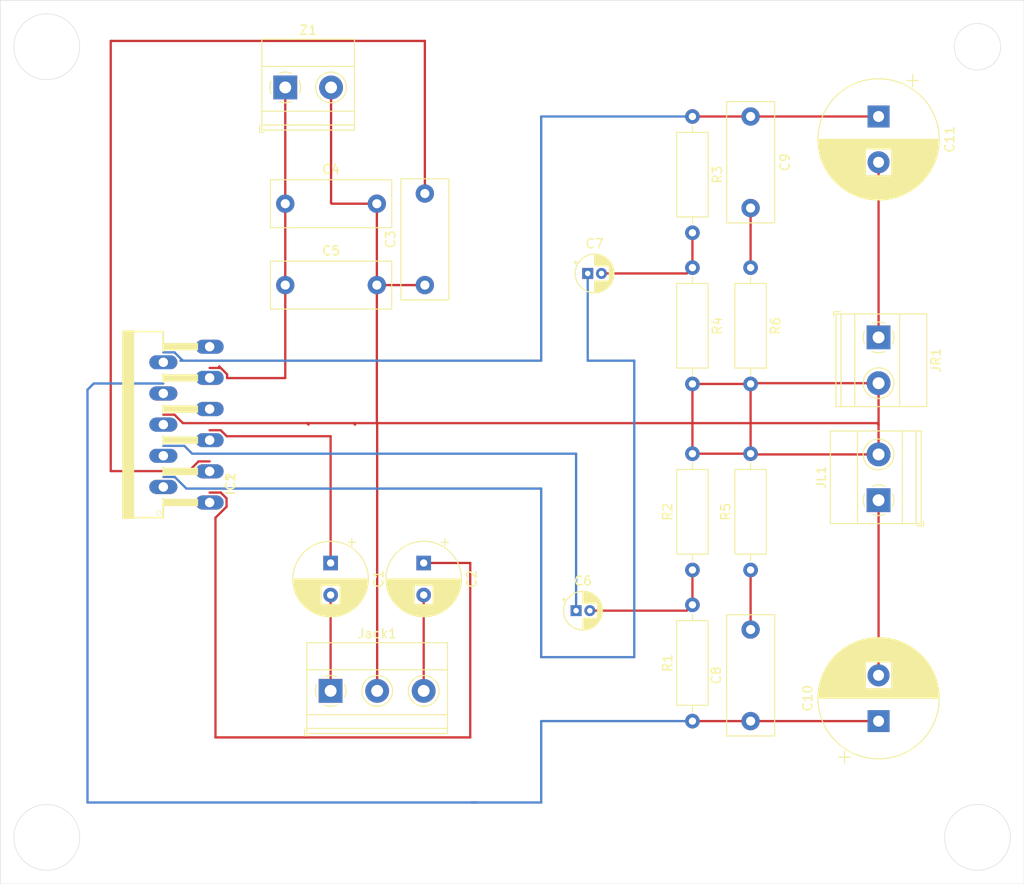
<source format=kicad_pcb>
(kicad_pcb (version 20171130) (host pcbnew "(5.1.12)-1")

  (general
    (thickness 1.6)
    (drawings 9)
    (tracks 97)
    (zones 0)
    (modules 23)
    (nets 20)
  )

  (page A4)
  (layers
    (0 F.Cu signal)
    (31 B.Cu signal)
    (32 B.Adhes user)
    (33 F.Adhes user)
    (34 B.Paste user)
    (35 F.Paste user)
    (36 B.SilkS user)
    (37 F.SilkS user)
    (38 B.Mask user)
    (39 F.Mask user)
    (40 Dwgs.User user)
    (41 Cmts.User user)
    (42 Eco1.User user)
    (43 Eco2.User user)
    (44 Edge.Cuts user)
    (45 Margin user)
    (46 B.CrtYd user)
    (47 F.CrtYd user)
    (48 B.Fab user)
    (49 F.Fab user)
  )

  (setup
    (last_trace_width 0.25)
    (trace_clearance 0.2)
    (zone_clearance 0.508)
    (zone_45_only no)
    (trace_min 0.2)
    (via_size 0.8)
    (via_drill 0.4)
    (via_min_size 0.4)
    (via_min_drill 0.3)
    (uvia_size 0.3)
    (uvia_drill 0.1)
    (uvias_allowed no)
    (uvia_min_size 0.2)
    (uvia_min_drill 0.1)
    (edge_width 0.05)
    (segment_width 0.2)
    (pcb_text_width 0.3)
    (pcb_text_size 1.5 1.5)
    (mod_edge_width 0.12)
    (mod_text_size 1 1)
    (mod_text_width 0.15)
    (pad_size 1.524 1.524)
    (pad_drill 0.762)
    (pad_to_mask_clearance 0)
    (aux_axis_origin 0 0)
    (visible_elements 7FFFFFFF)
    (pcbplotparams
      (layerselection 0x010fc_ffffffff)
      (usegerberextensions false)
      (usegerberattributes true)
      (usegerberadvancedattributes true)
      (creategerberjobfile true)
      (excludeedgelayer true)
      (linewidth 0.100000)
      (plotframeref false)
      (viasonmask false)
      (mode 1)
      (useauxorigin false)
      (hpglpennumber 1)
      (hpglpenspeed 20)
      (hpglpendiameter 15.000000)
      (psnegative false)
      (psa4output false)
      (plotreference true)
      (plotvalue true)
      (plotinvisibletext false)
      (padsonsilk false)
      (subtractmaskfromsilk false)
      (outputformat 1)
      (mirror false)
      (drillshape 1)
      (scaleselection 1)
      (outputdirectory ""))
  )

  (net 0 "")
  (net 1 "Net-(C1-Pad2)")
  (net 2 "Net-(C1-Pad1)")
  (net 3 "Net-(C2-Pad2)")
  (net 4 "Net-(C2-Pad1)")
  (net 5 "Net-(C3-Pad2)")
  (net 6 GND)
  (net 7 +24V)
  (net 8 "Net-(C6-Pad2)")
  (net 9 "Net-(C6-Pad1)")
  (net 10 "Net-(C7-Pad2)")
  (net 11 "Net-(C7-Pad1)")
  (net 12 "Net-(C8-Pad2)")
  (net 13 "Net-(C10-Pad1)")
  (net 14 "Net-(C9-Pad2)")
  (net 15 "Net-(C11-Pad1)")
  (net 16 "Net-(C10-Pad2)")
  (net 17 "Net-(C11-Pad2)")
  (net 18 "Net-(IC1-Pad11)")
  (net 19 "Net-(IC2-Pad7)")

  (net_class Default "This is the default net class."
    (clearance 0.2)
    (trace_width 0.25)
    (via_dia 0.8)
    (via_drill 0.4)
    (uvia_dia 0.3)
    (uvia_drill 0.1)
    (add_net +24V)
    (add_net GND)
    (add_net "Net-(C1-Pad1)")
    (add_net "Net-(C1-Pad2)")
    (add_net "Net-(C10-Pad1)")
    (add_net "Net-(C10-Pad2)")
    (add_net "Net-(C11-Pad1)")
    (add_net "Net-(C11-Pad2)")
    (add_net "Net-(C2-Pad1)")
    (add_net "Net-(C2-Pad2)")
    (add_net "Net-(C3-Pad2)")
    (add_net "Net-(C6-Pad1)")
    (add_net "Net-(C6-Pad2)")
    (add_net "Net-(C7-Pad1)")
    (add_net "Net-(C7-Pad2)")
    (add_net "Net-(C8-Pad2)")
    (add_net "Net-(C9-Pad2)")
    (add_net "Net-(IC1-Pad11)")
    (add_net "Net-(IC2-Pad7)")
  )

  (net_class 1 ""
    (clearance 0.2)
    (trace_width 1)
    (via_dia 0.8)
    (via_drill 0.4)
    (uvia_dia 0.3)
    (uvia_drill 0.1)
  )

  (module Resistor_THT:R_Axial_DIN0309_L9.0mm_D3.2mm_P12.70mm_Horizontal (layer F.Cu) (tedit 5AE5139B) (tstamp 61B73BE1)
    (at 108.585 49.53 270)
    (descr "Resistor, Axial_DIN0309 series, Axial, Horizontal, pin pitch=12.7mm, 0.5W = 1/2W, length*diameter=9*3.2mm^2, http://cdn-reichelt.de/documents/datenblatt/B400/1_4W%23YAG.pdf")
    (tags "Resistor Axial_DIN0309 series Axial Horizontal pin pitch 12.7mm 0.5W = 1/2W length 9mm diameter 3.2mm")
    (path /61B6E985)
    (fp_text reference R4 (at 6.35 -2.72 90) (layer F.SilkS)
      (effects (font (size 1 1) (thickness 0.15)))
    )
    (fp_text value 18Ω (at 6.35 2.72 90) (layer F.Fab)
      (effects (font (size 1 1) (thickness 0.15)))
    )
    (fp_line (start 13.75 -1.85) (end -1.05 -1.85) (layer F.CrtYd) (width 0.05))
    (fp_line (start 13.75 1.85) (end 13.75 -1.85) (layer F.CrtYd) (width 0.05))
    (fp_line (start -1.05 1.85) (end 13.75 1.85) (layer F.CrtYd) (width 0.05))
    (fp_line (start -1.05 -1.85) (end -1.05 1.85) (layer F.CrtYd) (width 0.05))
    (fp_line (start 11.66 0) (end 10.97 0) (layer F.SilkS) (width 0.12))
    (fp_line (start 1.04 0) (end 1.73 0) (layer F.SilkS) (width 0.12))
    (fp_line (start 10.97 -1.72) (end 1.73 -1.72) (layer F.SilkS) (width 0.12))
    (fp_line (start 10.97 1.72) (end 10.97 -1.72) (layer F.SilkS) (width 0.12))
    (fp_line (start 1.73 1.72) (end 10.97 1.72) (layer F.SilkS) (width 0.12))
    (fp_line (start 1.73 -1.72) (end 1.73 1.72) (layer F.SilkS) (width 0.12))
    (fp_line (start 12.7 0) (end 10.85 0) (layer F.Fab) (width 0.1))
    (fp_line (start 0 0) (end 1.85 0) (layer F.Fab) (width 0.1))
    (fp_line (start 10.85 -1.6) (end 1.85 -1.6) (layer F.Fab) (width 0.1))
    (fp_line (start 10.85 1.6) (end 10.85 -1.6) (layer F.Fab) (width 0.1))
    (fp_line (start 1.85 1.6) (end 10.85 1.6) (layer F.Fab) (width 0.1))
    (fp_line (start 1.85 -1.6) (end 1.85 1.6) (layer F.Fab) (width 0.1))
    (fp_text user %R (at 6.35 0 90) (layer F.Fab)
      (effects (font (size 1 1) (thickness 0.15)))
    )
    (pad 2 thru_hole oval (at 12.7 0 270) (size 1.6 1.6) (drill 0.8) (layers *.Cu *.Mask)
      (net 6 GND))
    (pad 1 thru_hole circle (at 0 0 270) (size 1.6 1.6) (drill 0.8) (layers *.Cu *.Mask)
      (net 10 "Net-(C7-Pad2)"))
    (model ${KISYS3DMOD}/Resistor_THT.3dshapes/R_Axial_DIN0309_L9.0mm_D3.2mm_P12.70mm_Horizontal.wrl
      (at (xyz 0 0 0))
      (scale (xyz 1 1 1))
      (rotate (xyz 0 0 0))
    )
  )

  (module Resistor_THT:R_Axial_DIN0309_L9.0mm_D3.2mm_P12.70mm_Horizontal (layer F.Cu) (tedit 5AE5139B) (tstamp 61B73BCA)
    (at 108.585 33.02 270)
    (descr "Resistor, Axial_DIN0309 series, Axial, Horizontal, pin pitch=12.7mm, 0.5W = 1/2W, length*diameter=9*3.2mm^2, http://cdn-reichelt.de/documents/datenblatt/B400/1_4W%23YAG.pdf")
    (tags "Resistor Axial_DIN0309 series Axial Horizontal pin pitch 12.7mm 0.5W = 1/2W length 9mm diameter 3.2mm")
    (path /61B66EEC)
    (fp_text reference R3 (at 6.35 -2.72 90) (layer F.SilkS)
      (effects (font (size 1 1) (thickness 0.15)))
    )
    (fp_text value 1,3kΩ (at 6.35 2.72 90) (layer F.Fab)
      (effects (font (size 1 1) (thickness 0.15)))
    )
    (fp_line (start 13.75 -1.85) (end -1.05 -1.85) (layer F.CrtYd) (width 0.05))
    (fp_line (start 13.75 1.85) (end 13.75 -1.85) (layer F.CrtYd) (width 0.05))
    (fp_line (start -1.05 1.85) (end 13.75 1.85) (layer F.CrtYd) (width 0.05))
    (fp_line (start -1.05 -1.85) (end -1.05 1.85) (layer F.CrtYd) (width 0.05))
    (fp_line (start 11.66 0) (end 10.97 0) (layer F.SilkS) (width 0.12))
    (fp_line (start 1.04 0) (end 1.73 0) (layer F.SilkS) (width 0.12))
    (fp_line (start 10.97 -1.72) (end 1.73 -1.72) (layer F.SilkS) (width 0.12))
    (fp_line (start 10.97 1.72) (end 10.97 -1.72) (layer F.SilkS) (width 0.12))
    (fp_line (start 1.73 1.72) (end 10.97 1.72) (layer F.SilkS) (width 0.12))
    (fp_line (start 1.73 -1.72) (end 1.73 1.72) (layer F.SilkS) (width 0.12))
    (fp_line (start 12.7 0) (end 10.85 0) (layer F.Fab) (width 0.1))
    (fp_line (start 0 0) (end 1.85 0) (layer F.Fab) (width 0.1))
    (fp_line (start 10.85 -1.6) (end 1.85 -1.6) (layer F.Fab) (width 0.1))
    (fp_line (start 10.85 1.6) (end 10.85 -1.6) (layer F.Fab) (width 0.1))
    (fp_line (start 1.85 1.6) (end 10.85 1.6) (layer F.Fab) (width 0.1))
    (fp_line (start 1.85 -1.6) (end 1.85 1.6) (layer F.Fab) (width 0.1))
    (fp_text user %R (at 6.35 0 90) (layer F.Fab)
      (effects (font (size 1 1) (thickness 0.15)))
    )
    (pad 2 thru_hole oval (at 12.7 0 270) (size 1.6 1.6) (drill 0.8) (layers *.Cu *.Mask)
      (net 10 "Net-(C7-Pad2)"))
    (pad 1 thru_hole circle (at 0 0 270) (size 1.6 1.6) (drill 0.8) (layers *.Cu *.Mask)
      (net 15 "Net-(C11-Pad1)"))
    (model ${KISYS3DMOD}/Resistor_THT.3dshapes/R_Axial_DIN0309_L9.0mm_D3.2mm_P12.70mm_Horizontal.wrl
      (at (xyz 0 0 0))
      (scale (xyz 1 1 1))
      (rotate (xyz 0 0 0))
    )
  )

  (module Capacitor_THT:C_Rect_L13.0mm_W5.0mm_P10.00mm_FKS3_FKP3_MKS4 (layer F.Cu) (tedit 5AE50EF0) (tstamp 61B7384D)
    (at 64.135 42.545)
    (descr "C, Rect series, Radial, pin pitch=10.00mm, , length*width=13*5mm^2, Capacitor, http://www.wima.com/EN/WIMA_FKS_3.pdf, http://www.wima.com/EN/WIMA_MKS_4.pdf")
    (tags "C Rect series Radial pin pitch 10.00mm  length 13mm width 5mm Capacitor")
    (path /61B6B124)
    (fp_text reference C4 (at 5 -3.75) (layer F.SilkS)
      (effects (font (size 1 1) (thickness 0.15)))
    )
    (fp_text value 0,1uF (at 5 3.75) (layer F.Fab)
      (effects (font (size 1 1) (thickness 0.15)))
    )
    (fp_line (start 11.75 -2.75) (end -1.75 -2.75) (layer F.CrtYd) (width 0.05))
    (fp_line (start 11.75 2.75) (end 11.75 -2.75) (layer F.CrtYd) (width 0.05))
    (fp_line (start -1.75 2.75) (end 11.75 2.75) (layer F.CrtYd) (width 0.05))
    (fp_line (start -1.75 -2.75) (end -1.75 2.75) (layer F.CrtYd) (width 0.05))
    (fp_line (start 11.62 -2.62) (end 11.62 2.62) (layer F.SilkS) (width 0.12))
    (fp_line (start -1.62 -2.62) (end -1.62 2.62) (layer F.SilkS) (width 0.12))
    (fp_line (start -1.62 2.62) (end 11.62 2.62) (layer F.SilkS) (width 0.12))
    (fp_line (start -1.62 -2.62) (end 11.62 -2.62) (layer F.SilkS) (width 0.12))
    (fp_line (start 11.5 -2.5) (end -1.5 -2.5) (layer F.Fab) (width 0.1))
    (fp_line (start 11.5 2.5) (end 11.5 -2.5) (layer F.Fab) (width 0.1))
    (fp_line (start -1.5 2.5) (end 11.5 2.5) (layer F.Fab) (width 0.1))
    (fp_line (start -1.5 -2.5) (end -1.5 2.5) (layer F.Fab) (width 0.1))
    (fp_text user %R (at 5 0) (layer F.Fab)
      (effects (font (size 1 1) (thickness 0.15)))
    )
    (pad 2 thru_hole circle (at 10 0) (size 2 2) (drill 1) (layers *.Cu *.Mask)
      (net 6 GND))
    (pad 1 thru_hole circle (at 0 0) (size 2 2) (drill 1) (layers *.Cu *.Mask)
      (net 7 +24V))
    (model ${KISYS3DMOD}/Capacitor_THT.3dshapes/C_Rect_L13.0mm_W5.0mm_P10.00mm_FKS3_FKP3_MKS4.wrl
      (at (xyz 0 0 0))
      (scale (xyz 1 1 1))
      (rotate (xyz 0 0 0))
    )
  )

  (module Capacitor_THT:C_Rect_L13.0mm_W5.0mm_P10.00mm_FKS3_FKP3_MKS4 (layer F.Cu) (tedit 5AE50EF0) (tstamp 61B73860)
    (at 64.135 51.435)
    (descr "C, Rect series, Radial, pin pitch=10.00mm, , length*width=13*5mm^2, Capacitor, http://www.wima.com/EN/WIMA_FKS_3.pdf, http://www.wima.com/EN/WIMA_MKS_4.pdf")
    (tags "C Rect series Radial pin pitch 10.00mm  length 13mm width 5mm Capacitor")
    (path /61B6776D)
    (fp_text reference C5 (at 5 -3.75) (layer F.SilkS)
      (effects (font (size 1 1) (thickness 0.15)))
    )
    (fp_text value 100uF (at 5 3.75) (layer F.Fab)
      (effects (font (size 1 1) (thickness 0.15)))
    )
    (fp_line (start 11.75 -2.75) (end -1.75 -2.75) (layer F.CrtYd) (width 0.05))
    (fp_line (start 11.75 2.75) (end 11.75 -2.75) (layer F.CrtYd) (width 0.05))
    (fp_line (start -1.75 2.75) (end 11.75 2.75) (layer F.CrtYd) (width 0.05))
    (fp_line (start -1.75 -2.75) (end -1.75 2.75) (layer F.CrtYd) (width 0.05))
    (fp_line (start 11.62 -2.62) (end 11.62 2.62) (layer F.SilkS) (width 0.12))
    (fp_line (start -1.62 -2.62) (end -1.62 2.62) (layer F.SilkS) (width 0.12))
    (fp_line (start -1.62 2.62) (end 11.62 2.62) (layer F.SilkS) (width 0.12))
    (fp_line (start -1.62 -2.62) (end 11.62 -2.62) (layer F.SilkS) (width 0.12))
    (fp_line (start 11.5 -2.5) (end -1.5 -2.5) (layer F.Fab) (width 0.1))
    (fp_line (start 11.5 2.5) (end 11.5 -2.5) (layer F.Fab) (width 0.1))
    (fp_line (start -1.5 2.5) (end 11.5 2.5) (layer F.Fab) (width 0.1))
    (fp_line (start -1.5 -2.5) (end -1.5 2.5) (layer F.Fab) (width 0.1))
    (fp_text user %R (at 5 0) (layer F.Fab)
      (effects (font (size 1 1) (thickness 0.15)))
    )
    (pad 2 thru_hole circle (at 10 0) (size 2 2) (drill 1) (layers *.Cu *.Mask)
      (net 6 GND))
    (pad 1 thru_hole circle (at 0 0) (size 2 2) (drill 1) (layers *.Cu *.Mask)
      (net 7 +24V))
    (model ${KISYS3DMOD}/Capacitor_THT.3dshapes/C_Rect_L13.0mm_W5.0mm_P10.00mm_FKS3_FKP3_MKS4.wrl
      (at (xyz 0 0 0))
      (scale (xyz 1 1 1))
      (rotate (xyz 0 0 0))
    )
  )

  (module Capacitor_THT:CP_Radial_D8.0mm_P3.50mm (layer F.Cu) (tedit 5AE50EF0) (tstamp 61B73827)
    (at 79.248 81.788 270)
    (descr "CP, Radial series, Radial, pin pitch=3.50mm, , diameter=8mm, Electrolytic Capacitor")
    (tags "CP Radial series Radial pin pitch 3.50mm  diameter 8mm Electrolytic Capacitor")
    (path /61B6C4D1)
    (fp_text reference C2 (at 1.75 -5.25 90) (layer F.SilkS)
      (effects (font (size 1 1) (thickness 0.15)))
    )
    (fp_text value 2,2uF (at 1.75 5.25 90) (layer F.Fab)
      (effects (font (size 1 1) (thickness 0.15)))
    )
    (fp_line (start -2.259698 -2.715) (end -2.259698 -1.915) (layer F.SilkS) (width 0.12))
    (fp_line (start -2.659698 -2.315) (end -1.859698 -2.315) (layer F.SilkS) (width 0.12))
    (fp_line (start 5.831 -0.533) (end 5.831 0.533) (layer F.SilkS) (width 0.12))
    (fp_line (start 5.791 -0.768) (end 5.791 0.768) (layer F.SilkS) (width 0.12))
    (fp_line (start 5.751 -0.948) (end 5.751 0.948) (layer F.SilkS) (width 0.12))
    (fp_line (start 5.711 -1.098) (end 5.711 1.098) (layer F.SilkS) (width 0.12))
    (fp_line (start 5.671 -1.229) (end 5.671 1.229) (layer F.SilkS) (width 0.12))
    (fp_line (start 5.631 -1.346) (end 5.631 1.346) (layer F.SilkS) (width 0.12))
    (fp_line (start 5.591 -1.453) (end 5.591 1.453) (layer F.SilkS) (width 0.12))
    (fp_line (start 5.551 -1.552) (end 5.551 1.552) (layer F.SilkS) (width 0.12))
    (fp_line (start 5.511 -1.645) (end 5.511 1.645) (layer F.SilkS) (width 0.12))
    (fp_line (start 5.471 -1.731) (end 5.471 1.731) (layer F.SilkS) (width 0.12))
    (fp_line (start 5.431 -1.813) (end 5.431 1.813) (layer F.SilkS) (width 0.12))
    (fp_line (start 5.391 -1.89) (end 5.391 1.89) (layer F.SilkS) (width 0.12))
    (fp_line (start 5.351 -1.964) (end 5.351 1.964) (layer F.SilkS) (width 0.12))
    (fp_line (start 5.311 -2.034) (end 5.311 2.034) (layer F.SilkS) (width 0.12))
    (fp_line (start 5.271 -2.102) (end 5.271 2.102) (layer F.SilkS) (width 0.12))
    (fp_line (start 5.231 -2.166) (end 5.231 2.166) (layer F.SilkS) (width 0.12))
    (fp_line (start 5.191 -2.228) (end 5.191 2.228) (layer F.SilkS) (width 0.12))
    (fp_line (start 5.151 -2.287) (end 5.151 2.287) (layer F.SilkS) (width 0.12))
    (fp_line (start 5.111 -2.345) (end 5.111 2.345) (layer F.SilkS) (width 0.12))
    (fp_line (start 5.071 -2.4) (end 5.071 2.4) (layer F.SilkS) (width 0.12))
    (fp_line (start 5.031 -2.454) (end 5.031 2.454) (layer F.SilkS) (width 0.12))
    (fp_line (start 4.991 -2.505) (end 4.991 2.505) (layer F.SilkS) (width 0.12))
    (fp_line (start 4.951 -2.556) (end 4.951 2.556) (layer F.SilkS) (width 0.12))
    (fp_line (start 4.911 -2.604) (end 4.911 2.604) (layer F.SilkS) (width 0.12))
    (fp_line (start 4.871 -2.651) (end 4.871 2.651) (layer F.SilkS) (width 0.12))
    (fp_line (start 4.831 -2.697) (end 4.831 2.697) (layer F.SilkS) (width 0.12))
    (fp_line (start 4.791 -2.741) (end 4.791 2.741) (layer F.SilkS) (width 0.12))
    (fp_line (start 4.751 -2.784) (end 4.751 2.784) (layer F.SilkS) (width 0.12))
    (fp_line (start 4.711 -2.826) (end 4.711 2.826) (layer F.SilkS) (width 0.12))
    (fp_line (start 4.671 -2.867) (end 4.671 2.867) (layer F.SilkS) (width 0.12))
    (fp_line (start 4.631 -2.907) (end 4.631 2.907) (layer F.SilkS) (width 0.12))
    (fp_line (start 4.591 -2.945) (end 4.591 2.945) (layer F.SilkS) (width 0.12))
    (fp_line (start 4.551 -2.983) (end 4.551 2.983) (layer F.SilkS) (width 0.12))
    (fp_line (start 4.511 1.04) (end 4.511 3.019) (layer F.SilkS) (width 0.12))
    (fp_line (start 4.511 -3.019) (end 4.511 -1.04) (layer F.SilkS) (width 0.12))
    (fp_line (start 4.471 1.04) (end 4.471 3.055) (layer F.SilkS) (width 0.12))
    (fp_line (start 4.471 -3.055) (end 4.471 -1.04) (layer F.SilkS) (width 0.12))
    (fp_line (start 4.431 1.04) (end 4.431 3.09) (layer F.SilkS) (width 0.12))
    (fp_line (start 4.431 -3.09) (end 4.431 -1.04) (layer F.SilkS) (width 0.12))
    (fp_line (start 4.391 1.04) (end 4.391 3.124) (layer F.SilkS) (width 0.12))
    (fp_line (start 4.391 -3.124) (end 4.391 -1.04) (layer F.SilkS) (width 0.12))
    (fp_line (start 4.351 1.04) (end 4.351 3.156) (layer F.SilkS) (width 0.12))
    (fp_line (start 4.351 -3.156) (end 4.351 -1.04) (layer F.SilkS) (width 0.12))
    (fp_line (start 4.311 1.04) (end 4.311 3.189) (layer F.SilkS) (width 0.12))
    (fp_line (start 4.311 -3.189) (end 4.311 -1.04) (layer F.SilkS) (width 0.12))
    (fp_line (start 4.271 1.04) (end 4.271 3.22) (layer F.SilkS) (width 0.12))
    (fp_line (start 4.271 -3.22) (end 4.271 -1.04) (layer F.SilkS) (width 0.12))
    (fp_line (start 4.231 1.04) (end 4.231 3.25) (layer F.SilkS) (width 0.12))
    (fp_line (start 4.231 -3.25) (end 4.231 -1.04) (layer F.SilkS) (width 0.12))
    (fp_line (start 4.191 1.04) (end 4.191 3.28) (layer F.SilkS) (width 0.12))
    (fp_line (start 4.191 -3.28) (end 4.191 -1.04) (layer F.SilkS) (width 0.12))
    (fp_line (start 4.151 1.04) (end 4.151 3.309) (layer F.SilkS) (width 0.12))
    (fp_line (start 4.151 -3.309) (end 4.151 -1.04) (layer F.SilkS) (width 0.12))
    (fp_line (start 4.111 1.04) (end 4.111 3.338) (layer F.SilkS) (width 0.12))
    (fp_line (start 4.111 -3.338) (end 4.111 -1.04) (layer F.SilkS) (width 0.12))
    (fp_line (start 4.071 1.04) (end 4.071 3.365) (layer F.SilkS) (width 0.12))
    (fp_line (start 4.071 -3.365) (end 4.071 -1.04) (layer F.SilkS) (width 0.12))
    (fp_line (start 4.031 1.04) (end 4.031 3.392) (layer F.SilkS) (width 0.12))
    (fp_line (start 4.031 -3.392) (end 4.031 -1.04) (layer F.SilkS) (width 0.12))
    (fp_line (start 3.991 1.04) (end 3.991 3.418) (layer F.SilkS) (width 0.12))
    (fp_line (start 3.991 -3.418) (end 3.991 -1.04) (layer F.SilkS) (width 0.12))
    (fp_line (start 3.951 1.04) (end 3.951 3.444) (layer F.SilkS) (width 0.12))
    (fp_line (start 3.951 -3.444) (end 3.951 -1.04) (layer F.SilkS) (width 0.12))
    (fp_line (start 3.911 1.04) (end 3.911 3.469) (layer F.SilkS) (width 0.12))
    (fp_line (start 3.911 -3.469) (end 3.911 -1.04) (layer F.SilkS) (width 0.12))
    (fp_line (start 3.871 1.04) (end 3.871 3.493) (layer F.SilkS) (width 0.12))
    (fp_line (start 3.871 -3.493) (end 3.871 -1.04) (layer F.SilkS) (width 0.12))
    (fp_line (start 3.831 1.04) (end 3.831 3.517) (layer F.SilkS) (width 0.12))
    (fp_line (start 3.831 -3.517) (end 3.831 -1.04) (layer F.SilkS) (width 0.12))
    (fp_line (start 3.791 1.04) (end 3.791 3.54) (layer F.SilkS) (width 0.12))
    (fp_line (start 3.791 -3.54) (end 3.791 -1.04) (layer F.SilkS) (width 0.12))
    (fp_line (start 3.751 1.04) (end 3.751 3.562) (layer F.SilkS) (width 0.12))
    (fp_line (start 3.751 -3.562) (end 3.751 -1.04) (layer F.SilkS) (width 0.12))
    (fp_line (start 3.711 1.04) (end 3.711 3.584) (layer F.SilkS) (width 0.12))
    (fp_line (start 3.711 -3.584) (end 3.711 -1.04) (layer F.SilkS) (width 0.12))
    (fp_line (start 3.671 1.04) (end 3.671 3.606) (layer F.SilkS) (width 0.12))
    (fp_line (start 3.671 -3.606) (end 3.671 -1.04) (layer F.SilkS) (width 0.12))
    (fp_line (start 3.631 1.04) (end 3.631 3.627) (layer F.SilkS) (width 0.12))
    (fp_line (start 3.631 -3.627) (end 3.631 -1.04) (layer F.SilkS) (width 0.12))
    (fp_line (start 3.591 1.04) (end 3.591 3.647) (layer F.SilkS) (width 0.12))
    (fp_line (start 3.591 -3.647) (end 3.591 -1.04) (layer F.SilkS) (width 0.12))
    (fp_line (start 3.551 1.04) (end 3.551 3.666) (layer F.SilkS) (width 0.12))
    (fp_line (start 3.551 -3.666) (end 3.551 -1.04) (layer F.SilkS) (width 0.12))
    (fp_line (start 3.511 1.04) (end 3.511 3.686) (layer F.SilkS) (width 0.12))
    (fp_line (start 3.511 -3.686) (end 3.511 -1.04) (layer F.SilkS) (width 0.12))
    (fp_line (start 3.471 1.04) (end 3.471 3.704) (layer F.SilkS) (width 0.12))
    (fp_line (start 3.471 -3.704) (end 3.471 -1.04) (layer F.SilkS) (width 0.12))
    (fp_line (start 3.431 1.04) (end 3.431 3.722) (layer F.SilkS) (width 0.12))
    (fp_line (start 3.431 -3.722) (end 3.431 -1.04) (layer F.SilkS) (width 0.12))
    (fp_line (start 3.391 1.04) (end 3.391 3.74) (layer F.SilkS) (width 0.12))
    (fp_line (start 3.391 -3.74) (end 3.391 -1.04) (layer F.SilkS) (width 0.12))
    (fp_line (start 3.351 1.04) (end 3.351 3.757) (layer F.SilkS) (width 0.12))
    (fp_line (start 3.351 -3.757) (end 3.351 -1.04) (layer F.SilkS) (width 0.12))
    (fp_line (start 3.311 1.04) (end 3.311 3.774) (layer F.SilkS) (width 0.12))
    (fp_line (start 3.311 -3.774) (end 3.311 -1.04) (layer F.SilkS) (width 0.12))
    (fp_line (start 3.271 1.04) (end 3.271 3.79) (layer F.SilkS) (width 0.12))
    (fp_line (start 3.271 -3.79) (end 3.271 -1.04) (layer F.SilkS) (width 0.12))
    (fp_line (start 3.231 1.04) (end 3.231 3.805) (layer F.SilkS) (width 0.12))
    (fp_line (start 3.231 -3.805) (end 3.231 -1.04) (layer F.SilkS) (width 0.12))
    (fp_line (start 3.191 1.04) (end 3.191 3.821) (layer F.SilkS) (width 0.12))
    (fp_line (start 3.191 -3.821) (end 3.191 -1.04) (layer F.SilkS) (width 0.12))
    (fp_line (start 3.151 1.04) (end 3.151 3.835) (layer F.SilkS) (width 0.12))
    (fp_line (start 3.151 -3.835) (end 3.151 -1.04) (layer F.SilkS) (width 0.12))
    (fp_line (start 3.111 1.04) (end 3.111 3.85) (layer F.SilkS) (width 0.12))
    (fp_line (start 3.111 -3.85) (end 3.111 -1.04) (layer F.SilkS) (width 0.12))
    (fp_line (start 3.071 1.04) (end 3.071 3.863) (layer F.SilkS) (width 0.12))
    (fp_line (start 3.071 -3.863) (end 3.071 -1.04) (layer F.SilkS) (width 0.12))
    (fp_line (start 3.031 1.04) (end 3.031 3.877) (layer F.SilkS) (width 0.12))
    (fp_line (start 3.031 -3.877) (end 3.031 -1.04) (layer F.SilkS) (width 0.12))
    (fp_line (start 2.991 1.04) (end 2.991 3.889) (layer F.SilkS) (width 0.12))
    (fp_line (start 2.991 -3.889) (end 2.991 -1.04) (layer F.SilkS) (width 0.12))
    (fp_line (start 2.951 1.04) (end 2.951 3.902) (layer F.SilkS) (width 0.12))
    (fp_line (start 2.951 -3.902) (end 2.951 -1.04) (layer F.SilkS) (width 0.12))
    (fp_line (start 2.911 1.04) (end 2.911 3.914) (layer F.SilkS) (width 0.12))
    (fp_line (start 2.911 -3.914) (end 2.911 -1.04) (layer F.SilkS) (width 0.12))
    (fp_line (start 2.871 1.04) (end 2.871 3.925) (layer F.SilkS) (width 0.12))
    (fp_line (start 2.871 -3.925) (end 2.871 -1.04) (layer F.SilkS) (width 0.12))
    (fp_line (start 2.831 1.04) (end 2.831 3.936) (layer F.SilkS) (width 0.12))
    (fp_line (start 2.831 -3.936) (end 2.831 -1.04) (layer F.SilkS) (width 0.12))
    (fp_line (start 2.791 1.04) (end 2.791 3.947) (layer F.SilkS) (width 0.12))
    (fp_line (start 2.791 -3.947) (end 2.791 -1.04) (layer F.SilkS) (width 0.12))
    (fp_line (start 2.751 1.04) (end 2.751 3.957) (layer F.SilkS) (width 0.12))
    (fp_line (start 2.751 -3.957) (end 2.751 -1.04) (layer F.SilkS) (width 0.12))
    (fp_line (start 2.711 1.04) (end 2.711 3.967) (layer F.SilkS) (width 0.12))
    (fp_line (start 2.711 -3.967) (end 2.711 -1.04) (layer F.SilkS) (width 0.12))
    (fp_line (start 2.671 1.04) (end 2.671 3.976) (layer F.SilkS) (width 0.12))
    (fp_line (start 2.671 -3.976) (end 2.671 -1.04) (layer F.SilkS) (width 0.12))
    (fp_line (start 2.631 1.04) (end 2.631 3.985) (layer F.SilkS) (width 0.12))
    (fp_line (start 2.631 -3.985) (end 2.631 -1.04) (layer F.SilkS) (width 0.12))
    (fp_line (start 2.591 1.04) (end 2.591 3.994) (layer F.SilkS) (width 0.12))
    (fp_line (start 2.591 -3.994) (end 2.591 -1.04) (layer F.SilkS) (width 0.12))
    (fp_line (start 2.551 1.04) (end 2.551 4.002) (layer F.SilkS) (width 0.12))
    (fp_line (start 2.551 -4.002) (end 2.551 -1.04) (layer F.SilkS) (width 0.12))
    (fp_line (start 2.511 1.04) (end 2.511 4.01) (layer F.SilkS) (width 0.12))
    (fp_line (start 2.511 -4.01) (end 2.511 -1.04) (layer F.SilkS) (width 0.12))
    (fp_line (start 2.471 1.04) (end 2.471 4.017) (layer F.SilkS) (width 0.12))
    (fp_line (start 2.471 -4.017) (end 2.471 -1.04) (layer F.SilkS) (width 0.12))
    (fp_line (start 2.43 -4.024) (end 2.43 4.024) (layer F.SilkS) (width 0.12))
    (fp_line (start 2.39 -4.03) (end 2.39 4.03) (layer F.SilkS) (width 0.12))
    (fp_line (start 2.35 -4.037) (end 2.35 4.037) (layer F.SilkS) (width 0.12))
    (fp_line (start 2.31 -4.042) (end 2.31 4.042) (layer F.SilkS) (width 0.12))
    (fp_line (start 2.27 -4.048) (end 2.27 4.048) (layer F.SilkS) (width 0.12))
    (fp_line (start 2.23 -4.052) (end 2.23 4.052) (layer F.SilkS) (width 0.12))
    (fp_line (start 2.19 -4.057) (end 2.19 4.057) (layer F.SilkS) (width 0.12))
    (fp_line (start 2.15 -4.061) (end 2.15 4.061) (layer F.SilkS) (width 0.12))
    (fp_line (start 2.11 -4.065) (end 2.11 4.065) (layer F.SilkS) (width 0.12))
    (fp_line (start 2.07 -4.068) (end 2.07 4.068) (layer F.SilkS) (width 0.12))
    (fp_line (start 2.03 -4.071) (end 2.03 4.071) (layer F.SilkS) (width 0.12))
    (fp_line (start 1.99 -4.074) (end 1.99 4.074) (layer F.SilkS) (width 0.12))
    (fp_line (start 1.95 -4.076) (end 1.95 4.076) (layer F.SilkS) (width 0.12))
    (fp_line (start 1.91 -4.077) (end 1.91 4.077) (layer F.SilkS) (width 0.12))
    (fp_line (start 1.87 -4.079) (end 1.87 4.079) (layer F.SilkS) (width 0.12))
    (fp_line (start 1.83 -4.08) (end 1.83 4.08) (layer F.SilkS) (width 0.12))
    (fp_line (start 1.79 -4.08) (end 1.79 4.08) (layer F.SilkS) (width 0.12))
    (fp_line (start 1.75 -4.08) (end 1.75 4.08) (layer F.SilkS) (width 0.12))
    (fp_line (start -1.276759 -2.1475) (end -1.276759 -1.3475) (layer F.Fab) (width 0.1))
    (fp_line (start -1.676759 -1.7475) (end -0.876759 -1.7475) (layer F.Fab) (width 0.1))
    (fp_circle (center 1.75 0) (end 6 0) (layer F.CrtYd) (width 0.05))
    (fp_circle (center 1.75 0) (end 5.87 0) (layer F.SilkS) (width 0.12))
    (fp_circle (center 1.75 0) (end 5.75 0) (layer F.Fab) (width 0.1))
    (fp_text user %R (at 1.75 0 90) (layer F.Fab)
      (effects (font (size 1 1) (thickness 0.15)))
    )
    (pad 2 thru_hole circle (at 3.5 0 270) (size 1.6 1.6) (drill 0.8) (layers *.Cu *.Mask)
      (net 3 "Net-(C2-Pad2)"))
    (pad 1 thru_hole rect (at 0 0 270) (size 1.6 1.6) (drill 0.8) (layers *.Cu *.Mask)
      (net 4 "Net-(C2-Pad1)"))
    (model ${KISYS3DMOD}/Capacitor_THT.3dshapes/CP_Radial_D8.0mm_P3.50mm.wrl
      (at (xyz 0 0 0))
      (scale (xyz 1 1 1))
      (rotate (xyz 0 0 0))
    )
  )

  (module Capacitor_THT:C_Rect_L13.0mm_W5.0mm_P10.00mm_FKS3_FKP3_MKS4 (layer F.Cu) (tedit 5AE50EF0) (tstamp 61B7383A)
    (at 79.375 51.435 90)
    (descr "C, Rect series, Radial, pin pitch=10.00mm, , length*width=13*5mm^2, Capacitor, http://www.wima.com/EN/WIMA_FKS_3.pdf, http://www.wima.com/EN/WIMA_MKS_4.pdf")
    (tags "C Rect series Radial pin pitch 10.00mm  length 13mm width 5mm Capacitor")
    (path /61B6B60B)
    (fp_text reference C3 (at 5 -3.75 90) (layer F.SilkS)
      (effects (font (size 1 1) (thickness 0.15)))
    )
    (fp_text value 22uF (at 5 3.75 90) (layer F.Fab)
      (effects (font (size 1 1) (thickness 0.15)))
    )
    (fp_line (start 11.75 -2.75) (end -1.75 -2.75) (layer F.CrtYd) (width 0.05))
    (fp_line (start 11.75 2.75) (end 11.75 -2.75) (layer F.CrtYd) (width 0.05))
    (fp_line (start -1.75 2.75) (end 11.75 2.75) (layer F.CrtYd) (width 0.05))
    (fp_line (start -1.75 -2.75) (end -1.75 2.75) (layer F.CrtYd) (width 0.05))
    (fp_line (start 11.62 -2.62) (end 11.62 2.62) (layer F.SilkS) (width 0.12))
    (fp_line (start -1.62 -2.62) (end -1.62 2.62) (layer F.SilkS) (width 0.12))
    (fp_line (start -1.62 2.62) (end 11.62 2.62) (layer F.SilkS) (width 0.12))
    (fp_line (start -1.62 -2.62) (end 11.62 -2.62) (layer F.SilkS) (width 0.12))
    (fp_line (start 11.5 -2.5) (end -1.5 -2.5) (layer F.Fab) (width 0.1))
    (fp_line (start 11.5 2.5) (end 11.5 -2.5) (layer F.Fab) (width 0.1))
    (fp_line (start -1.5 2.5) (end 11.5 2.5) (layer F.Fab) (width 0.1))
    (fp_line (start -1.5 -2.5) (end -1.5 2.5) (layer F.Fab) (width 0.1))
    (fp_text user %R (at 5 0 90) (layer F.Fab)
      (effects (font (size 1 1) (thickness 0.15)))
    )
    (pad 2 thru_hole circle (at 10 0 90) (size 2 2) (drill 1) (layers *.Cu *.Mask)
      (net 5 "Net-(C3-Pad2)"))
    (pad 1 thru_hole circle (at 0 0 90) (size 2 2) (drill 1) (layers *.Cu *.Mask)
      (net 6 GND))
    (model ${KISYS3DMOD}/Capacitor_THT.3dshapes/C_Rect_L13.0mm_W5.0mm_P10.00mm_FKS3_FKP3_MKS4.wrl
      (at (xyz 0 0 0))
      (scale (xyz 1 1 1))
      (rotate (xyz 0 0 0))
    )
  )

  (module Capacitor_THT:CP_Radial_D8.0mm_P3.50mm (layer F.Cu) (tedit 5AE50EF0) (tstamp 61B7377E)
    (at 69.088 81.788 270)
    (descr "CP, Radial series, Radial, pin pitch=3.50mm, , diameter=8mm, Electrolytic Capacitor")
    (tags "CP Radial series Radial pin pitch 3.50mm  diameter 8mm Electrolytic Capacitor")
    (path /61B7503A)
    (fp_text reference C1 (at 1.75 -5.25 90) (layer F.SilkS)
      (effects (font (size 1 1) (thickness 0.15)))
    )
    (fp_text value 2,2uF (at 1.75 5.25 90) (layer F.Fab)
      (effects (font (size 1 1) (thickness 0.15)))
    )
    (fp_line (start -2.259698 -2.715) (end -2.259698 -1.915) (layer F.SilkS) (width 0.12))
    (fp_line (start -2.659698 -2.315) (end -1.859698 -2.315) (layer F.SilkS) (width 0.12))
    (fp_line (start 5.831 -0.533) (end 5.831 0.533) (layer F.SilkS) (width 0.12))
    (fp_line (start 5.791 -0.768) (end 5.791 0.768) (layer F.SilkS) (width 0.12))
    (fp_line (start 5.751 -0.948) (end 5.751 0.948) (layer F.SilkS) (width 0.12))
    (fp_line (start 5.711 -1.098) (end 5.711 1.098) (layer F.SilkS) (width 0.12))
    (fp_line (start 5.671 -1.229) (end 5.671 1.229) (layer F.SilkS) (width 0.12))
    (fp_line (start 5.631 -1.346) (end 5.631 1.346) (layer F.SilkS) (width 0.12))
    (fp_line (start 5.591 -1.453) (end 5.591 1.453) (layer F.SilkS) (width 0.12))
    (fp_line (start 5.551 -1.552) (end 5.551 1.552) (layer F.SilkS) (width 0.12))
    (fp_line (start 5.511 -1.645) (end 5.511 1.645) (layer F.SilkS) (width 0.12))
    (fp_line (start 5.471 -1.731) (end 5.471 1.731) (layer F.SilkS) (width 0.12))
    (fp_line (start 5.431 -1.813) (end 5.431 1.813) (layer F.SilkS) (width 0.12))
    (fp_line (start 5.391 -1.89) (end 5.391 1.89) (layer F.SilkS) (width 0.12))
    (fp_line (start 5.351 -1.964) (end 5.351 1.964) (layer F.SilkS) (width 0.12))
    (fp_line (start 5.311 -2.034) (end 5.311 2.034) (layer F.SilkS) (width 0.12))
    (fp_line (start 5.271 -2.102) (end 5.271 2.102) (layer F.SilkS) (width 0.12))
    (fp_line (start 5.231 -2.166) (end 5.231 2.166) (layer F.SilkS) (width 0.12))
    (fp_line (start 5.191 -2.228) (end 5.191 2.228) (layer F.SilkS) (width 0.12))
    (fp_line (start 5.151 -2.287) (end 5.151 2.287) (layer F.SilkS) (width 0.12))
    (fp_line (start 5.111 -2.345) (end 5.111 2.345) (layer F.SilkS) (width 0.12))
    (fp_line (start 5.071 -2.4) (end 5.071 2.4) (layer F.SilkS) (width 0.12))
    (fp_line (start 5.031 -2.454) (end 5.031 2.454) (layer F.SilkS) (width 0.12))
    (fp_line (start 4.991 -2.505) (end 4.991 2.505) (layer F.SilkS) (width 0.12))
    (fp_line (start 4.951 -2.556) (end 4.951 2.556) (layer F.SilkS) (width 0.12))
    (fp_line (start 4.911 -2.604) (end 4.911 2.604) (layer F.SilkS) (width 0.12))
    (fp_line (start 4.871 -2.651) (end 4.871 2.651) (layer F.SilkS) (width 0.12))
    (fp_line (start 4.831 -2.697) (end 4.831 2.697) (layer F.SilkS) (width 0.12))
    (fp_line (start 4.791 -2.741) (end 4.791 2.741) (layer F.SilkS) (width 0.12))
    (fp_line (start 4.751 -2.784) (end 4.751 2.784) (layer F.SilkS) (width 0.12))
    (fp_line (start 4.711 -2.826) (end 4.711 2.826) (layer F.SilkS) (width 0.12))
    (fp_line (start 4.671 -2.867) (end 4.671 2.867) (layer F.SilkS) (width 0.12))
    (fp_line (start 4.631 -2.907) (end 4.631 2.907) (layer F.SilkS) (width 0.12))
    (fp_line (start 4.591 -2.945) (end 4.591 2.945) (layer F.SilkS) (width 0.12))
    (fp_line (start 4.551 -2.983) (end 4.551 2.983) (layer F.SilkS) (width 0.12))
    (fp_line (start 4.511 1.04) (end 4.511 3.019) (layer F.SilkS) (width 0.12))
    (fp_line (start 4.511 -3.019) (end 4.511 -1.04) (layer F.SilkS) (width 0.12))
    (fp_line (start 4.471 1.04) (end 4.471 3.055) (layer F.SilkS) (width 0.12))
    (fp_line (start 4.471 -3.055) (end 4.471 -1.04) (layer F.SilkS) (width 0.12))
    (fp_line (start 4.431 1.04) (end 4.431 3.09) (layer F.SilkS) (width 0.12))
    (fp_line (start 4.431 -3.09) (end 4.431 -1.04) (layer F.SilkS) (width 0.12))
    (fp_line (start 4.391 1.04) (end 4.391 3.124) (layer F.SilkS) (width 0.12))
    (fp_line (start 4.391 -3.124) (end 4.391 -1.04) (layer F.SilkS) (width 0.12))
    (fp_line (start 4.351 1.04) (end 4.351 3.156) (layer F.SilkS) (width 0.12))
    (fp_line (start 4.351 -3.156) (end 4.351 -1.04) (layer F.SilkS) (width 0.12))
    (fp_line (start 4.311 1.04) (end 4.311 3.189) (layer F.SilkS) (width 0.12))
    (fp_line (start 4.311 -3.189) (end 4.311 -1.04) (layer F.SilkS) (width 0.12))
    (fp_line (start 4.271 1.04) (end 4.271 3.22) (layer F.SilkS) (width 0.12))
    (fp_line (start 4.271 -3.22) (end 4.271 -1.04) (layer F.SilkS) (width 0.12))
    (fp_line (start 4.231 1.04) (end 4.231 3.25) (layer F.SilkS) (width 0.12))
    (fp_line (start 4.231 -3.25) (end 4.231 -1.04) (layer F.SilkS) (width 0.12))
    (fp_line (start 4.191 1.04) (end 4.191 3.28) (layer F.SilkS) (width 0.12))
    (fp_line (start 4.191 -3.28) (end 4.191 -1.04) (layer F.SilkS) (width 0.12))
    (fp_line (start 4.151 1.04) (end 4.151 3.309) (layer F.SilkS) (width 0.12))
    (fp_line (start 4.151 -3.309) (end 4.151 -1.04) (layer F.SilkS) (width 0.12))
    (fp_line (start 4.111 1.04) (end 4.111 3.338) (layer F.SilkS) (width 0.12))
    (fp_line (start 4.111 -3.338) (end 4.111 -1.04) (layer F.SilkS) (width 0.12))
    (fp_line (start 4.071 1.04) (end 4.071 3.365) (layer F.SilkS) (width 0.12))
    (fp_line (start 4.071 -3.365) (end 4.071 -1.04) (layer F.SilkS) (width 0.12))
    (fp_line (start 4.031 1.04) (end 4.031 3.392) (layer F.SilkS) (width 0.12))
    (fp_line (start 4.031 -3.392) (end 4.031 -1.04) (layer F.SilkS) (width 0.12))
    (fp_line (start 3.991 1.04) (end 3.991 3.418) (layer F.SilkS) (width 0.12))
    (fp_line (start 3.991 -3.418) (end 3.991 -1.04) (layer F.SilkS) (width 0.12))
    (fp_line (start 3.951 1.04) (end 3.951 3.444) (layer F.SilkS) (width 0.12))
    (fp_line (start 3.951 -3.444) (end 3.951 -1.04) (layer F.SilkS) (width 0.12))
    (fp_line (start 3.911 1.04) (end 3.911 3.469) (layer F.SilkS) (width 0.12))
    (fp_line (start 3.911 -3.469) (end 3.911 -1.04) (layer F.SilkS) (width 0.12))
    (fp_line (start 3.871 1.04) (end 3.871 3.493) (layer F.SilkS) (width 0.12))
    (fp_line (start 3.871 -3.493) (end 3.871 -1.04) (layer F.SilkS) (width 0.12))
    (fp_line (start 3.831 1.04) (end 3.831 3.517) (layer F.SilkS) (width 0.12))
    (fp_line (start 3.831 -3.517) (end 3.831 -1.04) (layer F.SilkS) (width 0.12))
    (fp_line (start 3.791 1.04) (end 3.791 3.54) (layer F.SilkS) (width 0.12))
    (fp_line (start 3.791 -3.54) (end 3.791 -1.04) (layer F.SilkS) (width 0.12))
    (fp_line (start 3.751 1.04) (end 3.751 3.562) (layer F.SilkS) (width 0.12))
    (fp_line (start 3.751 -3.562) (end 3.751 -1.04) (layer F.SilkS) (width 0.12))
    (fp_line (start 3.711 1.04) (end 3.711 3.584) (layer F.SilkS) (width 0.12))
    (fp_line (start 3.711 -3.584) (end 3.711 -1.04) (layer F.SilkS) (width 0.12))
    (fp_line (start 3.671 1.04) (end 3.671 3.606) (layer F.SilkS) (width 0.12))
    (fp_line (start 3.671 -3.606) (end 3.671 -1.04) (layer F.SilkS) (width 0.12))
    (fp_line (start 3.631 1.04) (end 3.631 3.627) (layer F.SilkS) (width 0.12))
    (fp_line (start 3.631 -3.627) (end 3.631 -1.04) (layer F.SilkS) (width 0.12))
    (fp_line (start 3.591 1.04) (end 3.591 3.647) (layer F.SilkS) (width 0.12))
    (fp_line (start 3.591 -3.647) (end 3.591 -1.04) (layer F.SilkS) (width 0.12))
    (fp_line (start 3.551 1.04) (end 3.551 3.666) (layer F.SilkS) (width 0.12))
    (fp_line (start 3.551 -3.666) (end 3.551 -1.04) (layer F.SilkS) (width 0.12))
    (fp_line (start 3.511 1.04) (end 3.511 3.686) (layer F.SilkS) (width 0.12))
    (fp_line (start 3.511 -3.686) (end 3.511 -1.04) (layer F.SilkS) (width 0.12))
    (fp_line (start 3.471 1.04) (end 3.471 3.704) (layer F.SilkS) (width 0.12))
    (fp_line (start 3.471 -3.704) (end 3.471 -1.04) (layer F.SilkS) (width 0.12))
    (fp_line (start 3.431 1.04) (end 3.431 3.722) (layer F.SilkS) (width 0.12))
    (fp_line (start 3.431 -3.722) (end 3.431 -1.04) (layer F.SilkS) (width 0.12))
    (fp_line (start 3.391 1.04) (end 3.391 3.74) (layer F.SilkS) (width 0.12))
    (fp_line (start 3.391 -3.74) (end 3.391 -1.04) (layer F.SilkS) (width 0.12))
    (fp_line (start 3.351 1.04) (end 3.351 3.757) (layer F.SilkS) (width 0.12))
    (fp_line (start 3.351 -3.757) (end 3.351 -1.04) (layer F.SilkS) (width 0.12))
    (fp_line (start 3.311 1.04) (end 3.311 3.774) (layer F.SilkS) (width 0.12))
    (fp_line (start 3.311 -3.774) (end 3.311 -1.04) (layer F.SilkS) (width 0.12))
    (fp_line (start 3.271 1.04) (end 3.271 3.79) (layer F.SilkS) (width 0.12))
    (fp_line (start 3.271 -3.79) (end 3.271 -1.04) (layer F.SilkS) (width 0.12))
    (fp_line (start 3.231 1.04) (end 3.231 3.805) (layer F.SilkS) (width 0.12))
    (fp_line (start 3.231 -3.805) (end 3.231 -1.04) (layer F.SilkS) (width 0.12))
    (fp_line (start 3.191 1.04) (end 3.191 3.821) (layer F.SilkS) (width 0.12))
    (fp_line (start 3.191 -3.821) (end 3.191 -1.04) (layer F.SilkS) (width 0.12))
    (fp_line (start 3.151 1.04) (end 3.151 3.835) (layer F.SilkS) (width 0.12))
    (fp_line (start 3.151 -3.835) (end 3.151 -1.04) (layer F.SilkS) (width 0.12))
    (fp_line (start 3.111 1.04) (end 3.111 3.85) (layer F.SilkS) (width 0.12))
    (fp_line (start 3.111 -3.85) (end 3.111 -1.04) (layer F.SilkS) (width 0.12))
    (fp_line (start 3.071 1.04) (end 3.071 3.863) (layer F.SilkS) (width 0.12))
    (fp_line (start 3.071 -3.863) (end 3.071 -1.04) (layer F.SilkS) (width 0.12))
    (fp_line (start 3.031 1.04) (end 3.031 3.877) (layer F.SilkS) (width 0.12))
    (fp_line (start 3.031 -3.877) (end 3.031 -1.04) (layer F.SilkS) (width 0.12))
    (fp_line (start 2.991 1.04) (end 2.991 3.889) (layer F.SilkS) (width 0.12))
    (fp_line (start 2.991 -3.889) (end 2.991 -1.04) (layer F.SilkS) (width 0.12))
    (fp_line (start 2.951 1.04) (end 2.951 3.902) (layer F.SilkS) (width 0.12))
    (fp_line (start 2.951 -3.902) (end 2.951 -1.04) (layer F.SilkS) (width 0.12))
    (fp_line (start 2.911 1.04) (end 2.911 3.914) (layer F.SilkS) (width 0.12))
    (fp_line (start 2.911 -3.914) (end 2.911 -1.04) (layer F.SilkS) (width 0.12))
    (fp_line (start 2.871 1.04) (end 2.871 3.925) (layer F.SilkS) (width 0.12))
    (fp_line (start 2.871 -3.925) (end 2.871 -1.04) (layer F.SilkS) (width 0.12))
    (fp_line (start 2.831 1.04) (end 2.831 3.936) (layer F.SilkS) (width 0.12))
    (fp_line (start 2.831 -3.936) (end 2.831 -1.04) (layer F.SilkS) (width 0.12))
    (fp_line (start 2.791 1.04) (end 2.791 3.947) (layer F.SilkS) (width 0.12))
    (fp_line (start 2.791 -3.947) (end 2.791 -1.04) (layer F.SilkS) (width 0.12))
    (fp_line (start 2.751 1.04) (end 2.751 3.957) (layer F.SilkS) (width 0.12))
    (fp_line (start 2.751 -3.957) (end 2.751 -1.04) (layer F.SilkS) (width 0.12))
    (fp_line (start 2.711 1.04) (end 2.711 3.967) (layer F.SilkS) (width 0.12))
    (fp_line (start 2.711 -3.967) (end 2.711 -1.04) (layer F.SilkS) (width 0.12))
    (fp_line (start 2.671 1.04) (end 2.671 3.976) (layer F.SilkS) (width 0.12))
    (fp_line (start 2.671 -3.976) (end 2.671 -1.04) (layer F.SilkS) (width 0.12))
    (fp_line (start 2.631 1.04) (end 2.631 3.985) (layer F.SilkS) (width 0.12))
    (fp_line (start 2.631 -3.985) (end 2.631 -1.04) (layer F.SilkS) (width 0.12))
    (fp_line (start 2.591 1.04) (end 2.591 3.994) (layer F.SilkS) (width 0.12))
    (fp_line (start 2.591 -3.994) (end 2.591 -1.04) (layer F.SilkS) (width 0.12))
    (fp_line (start 2.551 1.04) (end 2.551 4.002) (layer F.SilkS) (width 0.12))
    (fp_line (start 2.551 -4.002) (end 2.551 -1.04) (layer F.SilkS) (width 0.12))
    (fp_line (start 2.511 1.04) (end 2.511 4.01) (layer F.SilkS) (width 0.12))
    (fp_line (start 2.511 -4.01) (end 2.511 -1.04) (layer F.SilkS) (width 0.12))
    (fp_line (start 2.471 1.04) (end 2.471 4.017) (layer F.SilkS) (width 0.12))
    (fp_line (start 2.471 -4.017) (end 2.471 -1.04) (layer F.SilkS) (width 0.12))
    (fp_line (start 2.43 -4.024) (end 2.43 4.024) (layer F.SilkS) (width 0.12))
    (fp_line (start 2.39 -4.03) (end 2.39 4.03) (layer F.SilkS) (width 0.12))
    (fp_line (start 2.35 -4.037) (end 2.35 4.037) (layer F.SilkS) (width 0.12))
    (fp_line (start 2.31 -4.042) (end 2.31 4.042) (layer F.SilkS) (width 0.12))
    (fp_line (start 2.27 -4.048) (end 2.27 4.048) (layer F.SilkS) (width 0.12))
    (fp_line (start 2.23 -4.052) (end 2.23 4.052) (layer F.SilkS) (width 0.12))
    (fp_line (start 2.19 -4.057) (end 2.19 4.057) (layer F.SilkS) (width 0.12))
    (fp_line (start 2.15 -4.061) (end 2.15 4.061) (layer F.SilkS) (width 0.12))
    (fp_line (start 2.11 -4.065) (end 2.11 4.065) (layer F.SilkS) (width 0.12))
    (fp_line (start 2.07 -4.068) (end 2.07 4.068) (layer F.SilkS) (width 0.12))
    (fp_line (start 2.03 -4.071) (end 2.03 4.071) (layer F.SilkS) (width 0.12))
    (fp_line (start 1.99 -4.074) (end 1.99 4.074) (layer F.SilkS) (width 0.12))
    (fp_line (start 1.95 -4.076) (end 1.95 4.076) (layer F.SilkS) (width 0.12))
    (fp_line (start 1.91 -4.077) (end 1.91 4.077) (layer F.SilkS) (width 0.12))
    (fp_line (start 1.87 -4.079) (end 1.87 4.079) (layer F.SilkS) (width 0.12))
    (fp_line (start 1.83 -4.08) (end 1.83 4.08) (layer F.SilkS) (width 0.12))
    (fp_line (start 1.79 -4.08) (end 1.79 4.08) (layer F.SilkS) (width 0.12))
    (fp_line (start 1.75 -4.08) (end 1.75 4.08) (layer F.SilkS) (width 0.12))
    (fp_line (start -1.276759 -2.1475) (end -1.276759 -1.3475) (layer F.Fab) (width 0.1))
    (fp_line (start -1.676759 -1.7475) (end -0.876759 -1.7475) (layer F.Fab) (width 0.1))
    (fp_circle (center 1.75 0) (end 6 0) (layer F.CrtYd) (width 0.05))
    (fp_circle (center 1.75 0) (end 5.87 0) (layer F.SilkS) (width 0.12))
    (fp_circle (center 1.75 0) (end 5.75 0) (layer F.Fab) (width 0.1))
    (fp_text user %R (at 1.75 0 90) (layer F.Fab)
      (effects (font (size 1 1) (thickness 0.15)))
    )
    (pad 2 thru_hole circle (at 3.5 0 270) (size 1.6 1.6) (drill 0.8) (layers *.Cu *.Mask)
      (net 1 "Net-(C1-Pad2)"))
    (pad 1 thru_hole rect (at 0 0 270) (size 1.6 1.6) (drill 0.8) (layers *.Cu *.Mask)
      (net 2 "Net-(C1-Pad1)"))
    (model ${KISYS3DMOD}/Capacitor_THT.3dshapes/CP_Radial_D8.0mm_P3.50mm.wrl
      (at (xyz 0 0 0))
      (scale (xyz 1 1 1))
      (rotate (xyz 0 0 0))
    )
  )

  (module Resistor_THT:R_Axial_DIN0309_L9.0mm_D3.2mm_P12.70mm_Horizontal (layer F.Cu) (tedit 5AE5139B) (tstamp 61B73BF8)
    (at 114.935 82.55 90)
    (descr "Resistor, Axial_DIN0309 series, Axial, Horizontal, pin pitch=12.7mm, 0.5W = 1/2W, length*diameter=9*3.2mm^2, http://cdn-reichelt.de/documents/datenblatt/B400/1_4W%23YAG.pdf")
    (tags "Resistor Axial_DIN0309 series Axial Horizontal pin pitch 12.7mm 0.5W = 1/2W length 9mm diameter 3.2mm")
    (path /61B7418B)
    (fp_text reference R5 (at 6.35 -2.72 90) (layer F.SilkS)
      (effects (font (size 1 1) (thickness 0.15)))
    )
    (fp_text value 1Ω (at 6.35 2.72 90) (layer F.Fab)
      (effects (font (size 1 1) (thickness 0.15)))
    )
    (fp_text user %R (at 6.35 0 90) (layer F.Fab)
      (effects (font (size 1 1) (thickness 0.15)))
    )
    (fp_line (start 1.85 -1.6) (end 1.85 1.6) (layer F.Fab) (width 0.1))
    (fp_line (start 1.85 1.6) (end 10.85 1.6) (layer F.Fab) (width 0.1))
    (fp_line (start 10.85 1.6) (end 10.85 -1.6) (layer F.Fab) (width 0.1))
    (fp_line (start 10.85 -1.6) (end 1.85 -1.6) (layer F.Fab) (width 0.1))
    (fp_line (start 0 0) (end 1.85 0) (layer F.Fab) (width 0.1))
    (fp_line (start 12.7 0) (end 10.85 0) (layer F.Fab) (width 0.1))
    (fp_line (start 1.73 -1.72) (end 1.73 1.72) (layer F.SilkS) (width 0.12))
    (fp_line (start 1.73 1.72) (end 10.97 1.72) (layer F.SilkS) (width 0.12))
    (fp_line (start 10.97 1.72) (end 10.97 -1.72) (layer F.SilkS) (width 0.12))
    (fp_line (start 10.97 -1.72) (end 1.73 -1.72) (layer F.SilkS) (width 0.12))
    (fp_line (start 1.04 0) (end 1.73 0) (layer F.SilkS) (width 0.12))
    (fp_line (start 11.66 0) (end 10.97 0) (layer F.SilkS) (width 0.12))
    (fp_line (start -1.05 -1.85) (end -1.05 1.85) (layer F.CrtYd) (width 0.05))
    (fp_line (start -1.05 1.85) (end 13.75 1.85) (layer F.CrtYd) (width 0.05))
    (fp_line (start 13.75 1.85) (end 13.75 -1.85) (layer F.CrtYd) (width 0.05))
    (fp_line (start 13.75 -1.85) (end -1.05 -1.85) (layer F.CrtYd) (width 0.05))
    (pad 1 thru_hole circle (at 0 0 90) (size 1.6 1.6) (drill 0.8) (layers *.Cu *.Mask)
      (net 12 "Net-(C8-Pad2)"))
    (pad 2 thru_hole oval (at 12.7 0 90) (size 1.6 1.6) (drill 0.8) (layers *.Cu *.Mask)
      (net 6 GND))
    (model ${KISYS3DMOD}/Resistor_THT.3dshapes/R_Axial_DIN0309_L9.0mm_D3.2mm_P12.70mm_Horizontal.wrl
      (at (xyz 0 0 0))
      (scale (xyz 1 1 1))
      (rotate (xyz 0 0 0))
    )
  )

  (module TerminalBlock_Phoenix:TerminalBlock_Phoenix_MKDS-1,5-2_1x02_P5.00mm_Horizontal (layer F.Cu) (tedit 5B294EE5) (tstamp 61B73C3B)
    (at 64.135 29.845)
    (descr "Terminal Block Phoenix MKDS-1,5-2, 2 pins, pitch 5mm, size 10x9.8mm^2, drill diamater 1.3mm, pad diameter 2.6mm, see http://www.farnell.com/datasheets/100425.pdf, script-generated using https://github.com/pointhi/kicad-footprint-generator/scripts/TerminalBlock_Phoenix")
    (tags "THT Terminal Block Phoenix MKDS-1,5-2 pitch 5mm size 10x9.8mm^2 drill 1.3mm pad 2.6mm")
    (path /61C0776B)
    (fp_text reference Z1 (at 2.5 -6.26) (layer F.SilkS)
      (effects (font (size 1 1) (thickness 0.15)))
    )
    (fp_text value Conn_01x02 (at 2.5 5.66) (layer F.Fab)
      (effects (font (size 1 1) (thickness 0.15)))
    )
    (fp_line (start 8 -5.71) (end -3 -5.71) (layer F.CrtYd) (width 0.05))
    (fp_line (start 8 5.1) (end 8 -5.71) (layer F.CrtYd) (width 0.05))
    (fp_line (start -3 5.1) (end 8 5.1) (layer F.CrtYd) (width 0.05))
    (fp_line (start -3 -5.71) (end -3 5.1) (layer F.CrtYd) (width 0.05))
    (fp_line (start -2.8 4.9) (end -2.3 4.9) (layer F.SilkS) (width 0.12))
    (fp_line (start -2.8 4.16) (end -2.8 4.9) (layer F.SilkS) (width 0.12))
    (fp_line (start 3.773 1.023) (end 3.726 1.069) (layer F.SilkS) (width 0.12))
    (fp_line (start 6.07 -1.275) (end 6.035 -1.239) (layer F.SilkS) (width 0.12))
    (fp_line (start 3.966 1.239) (end 3.931 1.274) (layer F.SilkS) (width 0.12))
    (fp_line (start 6.275 -1.069) (end 6.228 -1.023) (layer F.SilkS) (width 0.12))
    (fp_line (start 5.955 -1.138) (end 3.863 0.955) (layer F.Fab) (width 0.1))
    (fp_line (start 6.138 -0.955) (end 4.046 1.138) (layer F.Fab) (width 0.1))
    (fp_line (start 0.955 -1.138) (end -1.138 0.955) (layer F.Fab) (width 0.1))
    (fp_line (start 1.138 -0.955) (end -0.955 1.138) (layer F.Fab) (width 0.1))
    (fp_line (start 7.56 -5.261) (end 7.56 4.66) (layer F.SilkS) (width 0.12))
    (fp_line (start -2.56 -5.261) (end -2.56 4.66) (layer F.SilkS) (width 0.12))
    (fp_line (start -2.56 4.66) (end 7.56 4.66) (layer F.SilkS) (width 0.12))
    (fp_line (start -2.56 -5.261) (end 7.56 -5.261) (layer F.SilkS) (width 0.12))
    (fp_line (start -2.56 -2.301) (end 7.56 -2.301) (layer F.SilkS) (width 0.12))
    (fp_line (start -2.5 -2.3) (end 7.5 -2.3) (layer F.Fab) (width 0.1))
    (fp_line (start -2.56 2.6) (end 7.56 2.6) (layer F.SilkS) (width 0.12))
    (fp_line (start -2.5 2.6) (end 7.5 2.6) (layer F.Fab) (width 0.1))
    (fp_line (start -2.56 4.1) (end 7.56 4.1) (layer F.SilkS) (width 0.12))
    (fp_line (start -2.5 4.1) (end 7.5 4.1) (layer F.Fab) (width 0.1))
    (fp_line (start -2.5 4.1) (end -2.5 -5.2) (layer F.Fab) (width 0.1))
    (fp_line (start -2 4.6) (end -2.5 4.1) (layer F.Fab) (width 0.1))
    (fp_line (start 7.5 4.6) (end -2 4.6) (layer F.Fab) (width 0.1))
    (fp_line (start 7.5 -5.2) (end 7.5 4.6) (layer F.Fab) (width 0.1))
    (fp_line (start -2.5 -5.2) (end 7.5 -5.2) (layer F.Fab) (width 0.1))
    (fp_circle (center 5 0) (end 6.68 0) (layer F.SilkS) (width 0.12))
    (fp_circle (center 5 0) (end 6.5 0) (layer F.Fab) (width 0.1))
    (fp_circle (center 0 0) (end 1.5 0) (layer F.Fab) (width 0.1))
    (fp_text user %R (at 2.5 3.2) (layer F.Fab)
      (effects (font (size 1 1) (thickness 0.15)))
    )
    (fp_arc (start 0 0) (end -0.684 1.535) (angle -25) (layer F.SilkS) (width 0.12))
    (fp_arc (start 0 0) (end -1.535 -0.684) (angle -48) (layer F.SilkS) (width 0.12))
    (fp_arc (start 0 0) (end 0.684 -1.535) (angle -48) (layer F.SilkS) (width 0.12))
    (fp_arc (start 0 0) (end 1.535 0.684) (angle -48) (layer F.SilkS) (width 0.12))
    (fp_arc (start 0 0) (end 0 1.68) (angle -24) (layer F.SilkS) (width 0.12))
    (pad 2 thru_hole circle (at 5 0) (size 2.6 2.6) (drill 1.3) (layers *.Cu *.Mask)
      (net 6 GND))
    (pad 1 thru_hole rect (at 0 0) (size 2.6 2.6) (drill 1.3) (layers *.Cu *.Mask)
      (net 7 +24V))
    (model ${KISYS3DMOD}/TerminalBlock_Phoenix.3dshapes/TerminalBlock_Phoenix_MKDS-1,5-2_1x02_P5.00mm_Horizontal.wrl
      (at (xyz 0 0 0))
      (scale (xyz 1 1 1))
      (rotate (xyz 0 0 0))
    )
  )

  (module Resistor_THT:R_Axial_DIN0309_L9.0mm_D3.2mm_P12.70mm_Horizontal (layer F.Cu) (tedit 5AE5139B) (tstamp 61B73C0F)
    (at 114.935 49.53 270)
    (descr "Resistor, Axial_DIN0309 series, Axial, Horizontal, pin pitch=12.7mm, 0.5W = 1/2W, length*diameter=9*3.2mm^2, http://cdn-reichelt.de/documents/datenblatt/B400/1_4W%23YAG.pdf")
    (tags "Resistor Axial_DIN0309 series Axial Horizontal pin pitch 12.7mm 0.5W = 1/2W length 9mm diameter 3.2mm")
    (path /61B6ED1E)
    (fp_text reference R6 (at 6.35 -2.72 90) (layer F.SilkS)
      (effects (font (size 1 1) (thickness 0.15)))
    )
    (fp_text value 1Ω (at 6.35 2.72 90) (layer F.Fab)
      (effects (font (size 1 1) (thickness 0.15)))
    )
    (fp_line (start 13.75 -1.85) (end -1.05 -1.85) (layer F.CrtYd) (width 0.05))
    (fp_line (start 13.75 1.85) (end 13.75 -1.85) (layer F.CrtYd) (width 0.05))
    (fp_line (start -1.05 1.85) (end 13.75 1.85) (layer F.CrtYd) (width 0.05))
    (fp_line (start -1.05 -1.85) (end -1.05 1.85) (layer F.CrtYd) (width 0.05))
    (fp_line (start 11.66 0) (end 10.97 0) (layer F.SilkS) (width 0.12))
    (fp_line (start 1.04 0) (end 1.73 0) (layer F.SilkS) (width 0.12))
    (fp_line (start 10.97 -1.72) (end 1.73 -1.72) (layer F.SilkS) (width 0.12))
    (fp_line (start 10.97 1.72) (end 10.97 -1.72) (layer F.SilkS) (width 0.12))
    (fp_line (start 1.73 1.72) (end 10.97 1.72) (layer F.SilkS) (width 0.12))
    (fp_line (start 1.73 -1.72) (end 1.73 1.72) (layer F.SilkS) (width 0.12))
    (fp_line (start 12.7 0) (end 10.85 0) (layer F.Fab) (width 0.1))
    (fp_line (start 0 0) (end 1.85 0) (layer F.Fab) (width 0.1))
    (fp_line (start 10.85 -1.6) (end 1.85 -1.6) (layer F.Fab) (width 0.1))
    (fp_line (start 10.85 1.6) (end 10.85 -1.6) (layer F.Fab) (width 0.1))
    (fp_line (start 1.85 1.6) (end 10.85 1.6) (layer F.Fab) (width 0.1))
    (fp_line (start 1.85 -1.6) (end 1.85 1.6) (layer F.Fab) (width 0.1))
    (fp_text user %R (at 6.35 0 90) (layer F.Fab)
      (effects (font (size 1 1) (thickness 0.15)))
    )
    (pad 2 thru_hole oval (at 12.7 0 270) (size 1.6 1.6) (drill 0.8) (layers *.Cu *.Mask)
      (net 6 GND))
    (pad 1 thru_hole circle (at 0 0 270) (size 1.6 1.6) (drill 0.8) (layers *.Cu *.Mask)
      (net 14 "Net-(C9-Pad2)"))
    (model ${KISYS3DMOD}/Resistor_THT.3dshapes/R_Axial_DIN0309_L9.0mm_D3.2mm_P12.70mm_Horizontal.wrl
      (at (xyz 0 0 0))
      (scale (xyz 1 1 1))
      (rotate (xyz 0 0 0))
    )
  )

  (module TerminalBlock_Phoenix:TerminalBlock_Phoenix_MKDS-1,5-3-5.08_1x03_P5.08mm_Horizontal (layer F.Cu) (tedit 5B294EBC) (tstamp 61B73B2D)
    (at 69.088 95.758)
    (descr "Terminal Block Phoenix MKDS-1,5-3-5.08, 3 pins, pitch 5.08mm, size 15.2x9.8mm^2, drill diamater 1.3mm, pad diameter 2.6mm, see http://www.farnell.com/datasheets/100425.pdf, script-generated using https://github.com/pointhi/kicad-footprint-generator/scripts/TerminalBlock_Phoenix")
    (tags "THT Terminal Block Phoenix MKDS-1,5-3-5.08 pitch 5.08mm size 15.2x9.8mm^2 drill 1.3mm pad 2.6mm")
    (path /61BE876B)
    (fp_text reference Jack1 (at 5.08 -6.26) (layer F.SilkS)
      (effects (font (size 1 1) (thickness 0.15)))
    )
    (fp_text value Conn_01x03 (at 5.08 5.66) (layer F.Fab)
      (effects (font (size 1 1) (thickness 0.15)))
    )
    (fp_line (start 13.21 -5.71) (end -3.04 -5.71) (layer F.CrtYd) (width 0.05))
    (fp_line (start 13.21 5.1) (end 13.21 -5.71) (layer F.CrtYd) (width 0.05))
    (fp_line (start -3.04 5.1) (end 13.21 5.1) (layer F.CrtYd) (width 0.05))
    (fp_line (start -3.04 -5.71) (end -3.04 5.1) (layer F.CrtYd) (width 0.05))
    (fp_line (start -2.84 4.9) (end -2.34 4.9) (layer F.SilkS) (width 0.12))
    (fp_line (start -2.84 4.16) (end -2.84 4.9) (layer F.SilkS) (width 0.12))
    (fp_line (start 8.933 1.023) (end 8.886 1.069) (layer F.SilkS) (width 0.12))
    (fp_line (start 11.23 -1.275) (end 11.195 -1.239) (layer F.SilkS) (width 0.12))
    (fp_line (start 9.126 1.239) (end 9.091 1.274) (layer F.SilkS) (width 0.12))
    (fp_line (start 11.435 -1.069) (end 11.388 -1.023) (layer F.SilkS) (width 0.12))
    (fp_line (start 11.115 -1.138) (end 9.023 0.955) (layer F.Fab) (width 0.1))
    (fp_line (start 11.298 -0.955) (end 9.206 1.138) (layer F.Fab) (width 0.1))
    (fp_line (start 3.853 1.023) (end 3.806 1.069) (layer F.SilkS) (width 0.12))
    (fp_line (start 6.15 -1.275) (end 6.115 -1.239) (layer F.SilkS) (width 0.12))
    (fp_line (start 4.046 1.239) (end 4.011 1.274) (layer F.SilkS) (width 0.12))
    (fp_line (start 6.355 -1.069) (end 6.308 -1.023) (layer F.SilkS) (width 0.12))
    (fp_line (start 6.035 -1.138) (end 3.943 0.955) (layer F.Fab) (width 0.1))
    (fp_line (start 6.218 -0.955) (end 4.126 1.138) (layer F.Fab) (width 0.1))
    (fp_line (start 0.955 -1.138) (end -1.138 0.955) (layer F.Fab) (width 0.1))
    (fp_line (start 1.138 -0.955) (end -0.955 1.138) (layer F.Fab) (width 0.1))
    (fp_line (start 12.76 -5.261) (end 12.76 4.66) (layer F.SilkS) (width 0.12))
    (fp_line (start -2.6 -5.261) (end -2.6 4.66) (layer F.SilkS) (width 0.12))
    (fp_line (start -2.6 4.66) (end 12.76 4.66) (layer F.SilkS) (width 0.12))
    (fp_line (start -2.6 -5.261) (end 12.76 -5.261) (layer F.SilkS) (width 0.12))
    (fp_line (start -2.6 -2.301) (end 12.76 -2.301) (layer F.SilkS) (width 0.12))
    (fp_line (start -2.54 -2.3) (end 12.7 -2.3) (layer F.Fab) (width 0.1))
    (fp_line (start -2.6 2.6) (end 12.76 2.6) (layer F.SilkS) (width 0.12))
    (fp_line (start -2.54 2.6) (end 12.7 2.6) (layer F.Fab) (width 0.1))
    (fp_line (start -2.6 4.1) (end 12.76 4.1) (layer F.SilkS) (width 0.12))
    (fp_line (start -2.54 4.1) (end 12.7 4.1) (layer F.Fab) (width 0.1))
    (fp_line (start -2.54 4.1) (end -2.54 -5.2) (layer F.Fab) (width 0.1))
    (fp_line (start -2.04 4.6) (end -2.54 4.1) (layer F.Fab) (width 0.1))
    (fp_line (start 12.7 4.6) (end -2.04 4.6) (layer F.Fab) (width 0.1))
    (fp_line (start 12.7 -5.2) (end 12.7 4.6) (layer F.Fab) (width 0.1))
    (fp_line (start -2.54 -5.2) (end 12.7 -5.2) (layer F.Fab) (width 0.1))
    (fp_circle (center 10.16 0) (end 11.84 0) (layer F.SilkS) (width 0.12))
    (fp_circle (center 10.16 0) (end 11.66 0) (layer F.Fab) (width 0.1))
    (fp_circle (center 5.08 0) (end 6.76 0) (layer F.SilkS) (width 0.12))
    (fp_circle (center 5.08 0) (end 6.58 0) (layer F.Fab) (width 0.1))
    (fp_circle (center 0 0) (end 1.5 0) (layer F.Fab) (width 0.1))
    (fp_text user %R (at 5.08 3.2) (layer F.Fab)
      (effects (font (size 1 1) (thickness 0.15)))
    )
    (fp_arc (start 0 0) (end -0.684 1.535) (angle -25) (layer F.SilkS) (width 0.12))
    (fp_arc (start 0 0) (end -1.535 -0.684) (angle -48) (layer F.SilkS) (width 0.12))
    (fp_arc (start 0 0) (end 0.684 -1.535) (angle -48) (layer F.SilkS) (width 0.12))
    (fp_arc (start 0 0) (end 1.535 0.684) (angle -48) (layer F.SilkS) (width 0.12))
    (fp_arc (start 0 0) (end 0 1.68) (angle -24) (layer F.SilkS) (width 0.12))
    (pad 3 thru_hole circle (at 10.16 0) (size 2.6 2.6) (drill 1.3) (layers *.Cu *.Mask)
      (net 3 "Net-(C2-Pad2)"))
    (pad 2 thru_hole circle (at 5.08 0) (size 2.6 2.6) (drill 1.3) (layers *.Cu *.Mask)
      (net 6 GND))
    (pad 1 thru_hole rect (at 0 0) (size 2.6 2.6) (drill 1.3) (layers *.Cu *.Mask)
      (net 1 "Net-(C1-Pad2)"))
    (model ${KISYS3DMOD}/TerminalBlock_Phoenix.3dshapes/TerminalBlock_Phoenix_MKDS-1,5-3-5.08_1x03_P5.08mm_Horizontal.wrl
      (at (xyz 0 0 0))
      (scale (xyz 1 1 1))
      (rotate (xyz 0 0 0))
    )
  )

  (module TDA2009_0:SIP11 (layer F.Cu) (tedit 61A8D390) (tstamp 61B73AF8)
    (at 46.355 66.675 90)
    (descr "<b>TO-220</b><p>11 lead, National Semiconductor")
    (path /61B654BB)
    (fp_text reference IC2 (at -6.477 11.811 90) (layer F.SilkS)
      (effects (font (size 1 1) (thickness 0.15)))
    )
    (fp_text value TDA2009 (at 1.397 11.811 90) (layer F.Fab)
      (effects (font (size 1 1) (thickness 0.15)))
    )
    (fp_poly (pts (xy -8.89 8.255) (xy -8.128 8.255) (xy -8.128 9.652) (xy -8.89 9.652)) (layer F.Fab) (width 0.01))
    (fp_poly (pts (xy -5.4864 8.255) (xy -4.7244 8.255) (xy -4.7244 9.652) (xy -5.4864 9.652)) (layer F.Fab) (width 0.01))
    (fp_poly (pts (xy -2.0828 8.255) (xy -1.3208 8.255) (xy -1.3208 9.652) (xy -2.0828 9.652)) (layer F.Fab) (width 0.01))
    (fp_poly (pts (xy 1.3208 8.255) (xy 2.0828 8.255) (xy 2.0828 9.652) (xy 1.3208 9.652)) (layer F.Fab) (width 0.01))
    (fp_poly (pts (xy 4.7244 8.255) (xy 5.4864 8.255) (xy 5.4864 9.652) (xy 4.7244 9.652)) (layer F.Fab) (width 0.01))
    (fp_poly (pts (xy 8.128 8.255) (xy 8.89 8.255) (xy 8.89 9.652) (xy 8.128 9.652)) (layer F.Fab) (width 0.01))
    (fp_poly (pts (xy 8.128 4.445) (xy 8.89 4.445) (xy 8.89 8.255) (xy 8.128 8.255)) (layer F.SilkS) (width 0.01))
    (fp_poly (pts (xy 4.7244 4.445) (xy 5.4864 4.445) (xy 5.4864 8.255) (xy 4.7244 8.255)) (layer F.SilkS) (width 0.01))
    (fp_poly (pts (xy 1.3208 4.445) (xy 2.0828 4.445) (xy 2.0828 8.255) (xy 1.3208 8.255)) (layer F.SilkS) (width 0.01))
    (fp_poly (pts (xy -2.0828 4.445) (xy -1.3208 4.445) (xy -1.3208 8.255) (xy -2.0828 8.255)) (layer F.SilkS) (width 0.01))
    (fp_poly (pts (xy -5.4864 4.445) (xy -4.7244 4.445) (xy -4.7244 8.255) (xy -5.4864 8.255)) (layer F.SilkS) (width 0.01))
    (fp_poly (pts (xy -8.89 4.445) (xy -8.128 4.445) (xy -8.128 8.255) (xy -8.89 8.255)) (layer F.SilkS) (width 0.01))
    (fp_poly (pts (xy -10.287 0) (xy 10.287 0) (xy 10.287 1.27) (xy -10.287 1.27)) (layer F.SilkS) (width 0.01))
    (fp_circle (center -9.6266 3.9624) (end -9.3726 3.9624) (layer F.SilkS) (width 0.0508))
    (fp_line (start 8.0518 4.445) (end 5.5626 4.445) (layer F.Fab) (width 0.1524))
    (fp_line (start 4.6482 4.445) (end 2.159 4.445) (layer F.Fab) (width 0.1524))
    (fp_line (start -1.2446 4.445) (end 1.2446 4.445) (layer F.Fab) (width 0.1524))
    (fp_line (start -4.6482 4.445) (end -2.159 4.445) (layer F.Fab) (width 0.1524))
    (fp_line (start -8.0518 4.445) (end -5.5626 4.445) (layer F.Fab) (width 0.1524))
    (fp_line (start -8.0518 4.445) (end -10.16 4.445) (layer F.SilkS) (width 0.1524))
    (fp_line (start 8.0518 4.445) (end 10.16 4.445) (layer F.SilkS) (width 0.1524))
    (fp_line (start -10.16 1.27) (end -10.16 4.445) (layer F.SilkS) (width 0.1524))
    (fp_line (start 10.16 1.27) (end 10.16 4.445) (layer F.SilkS) (width 0.1524))
    (fp_line (start -5.5626 4.445) (end -4.6482 4.445) (layer F.SilkS) (width 0.1524))
    (fp_line (start -2.159 4.445) (end -1.2446 4.445) (layer F.SilkS) (width 0.1524))
    (fp_line (start 1.2446 4.445) (end 2.159 4.445) (layer F.SilkS) (width 0.1524))
    (fp_line (start 4.6482 4.445) (end 5.5626 4.445) (layer F.SilkS) (width 0.1524))
    (pad 10 thru_hole oval (at 6.8072 4.4704 90) (size 1.524 3.048) (drill 1.016) (layers *.Cu *.Mask))
    (pad 8 thru_hole oval (at 3.4036 4.4704 90) (size 1.524 3.048) (drill 1.016) (layers *.Cu *.Mask)
      (net 13 "Net-(C10-Pad1)"))
    (pad 6 thru_hole oval (at 0 4.4704 90) (size 1.524 3.048) (drill 1.016) (layers *.Cu *.Mask))
    (pad 11 thru_hole oval (at 8.509 9.525 90) (size 1.524 3.048) (drill 1.016) (layers *.Cu *.Mask))
    (pad 9 thru_hole oval (at 5.1054 9.525 90) (size 1.524 3.048) (drill 1.016) (layers *.Cu *.Mask))
    (pad 7 thru_hole oval (at 1.7018 9.525 90) (size 1.524 3.048) (drill 1.016) (layers *.Cu *.Mask)
      (net 19 "Net-(IC2-Pad7)"))
    (pad 5 thru_hole oval (at -1.7018 9.525 90) (size 1.524 3.048) (drill 1.016) (layers *.Cu *.Mask)
      (net 2 "Net-(C1-Pad1)"))
    (pad 4 thru_hole oval (at -3.4036 4.4704 90) (size 1.524 3.048) (drill 1.016) (layers *.Cu *.Mask)
      (net 9 "Net-(C6-Pad1)"))
    (pad 3 thru_hole oval (at -5.1054 9.525 90) (size 1.524 3.048) (drill 1.016) (layers *.Cu *.Mask))
    (pad 2 thru_hole oval (at -6.8072 4.4704 90) (size 1.524 3.048) (drill 1.016) (layers *.Cu *.Mask))
    (pad 1 thru_hole oval (at -8.509 9.525 90) (size 1.524 3.048) (drill 1.016) (layers *.Cu *.Mask))
  )

  (module Capacitor_THT:CP_Radial_D13.0mm_P5.00mm (layer F.Cu) (tedit 5AE50EF1) (tstamp 61B73AA4)
    (at 128.905 33.02 270)
    (descr "CP, Radial series, Radial, pin pitch=5.00mm, , diameter=13mm, Electrolytic Capacitor")
    (tags "CP Radial series Radial pin pitch 5.00mm  diameter 13mm Electrolytic Capacitor")
    (path /61B69D97)
    (fp_text reference C11 (at 2.5 -7.75 90) (layer F.SilkS)
      (effects (font (size 1 1) (thickness 0.15)))
    )
    (fp_text value 2200uF (at 2.5 7.75 90) (layer F.Fab)
      (effects (font (size 1 1) (thickness 0.15)))
    )
    (fp_line (start -3.934569 -4.365) (end -3.934569 -3.065) (layer F.SilkS) (width 0.12))
    (fp_line (start -4.584569 -3.715) (end -3.284569 -3.715) (layer F.SilkS) (width 0.12))
    (fp_line (start 9.101 -0.475) (end 9.101 0.475) (layer F.SilkS) (width 0.12))
    (fp_line (start 9.061 -0.85) (end 9.061 0.85) (layer F.SilkS) (width 0.12))
    (fp_line (start 9.021 -1.107) (end 9.021 1.107) (layer F.SilkS) (width 0.12))
    (fp_line (start 8.981 -1.315) (end 8.981 1.315) (layer F.SilkS) (width 0.12))
    (fp_line (start 8.941 -1.494) (end 8.941 1.494) (layer F.SilkS) (width 0.12))
    (fp_line (start 8.901 -1.653) (end 8.901 1.653) (layer F.SilkS) (width 0.12))
    (fp_line (start 8.861 -1.798) (end 8.861 1.798) (layer F.SilkS) (width 0.12))
    (fp_line (start 8.821 -1.931) (end 8.821 1.931) (layer F.SilkS) (width 0.12))
    (fp_line (start 8.781 -2.055) (end 8.781 2.055) (layer F.SilkS) (width 0.12))
    (fp_line (start 8.741 -2.171) (end 8.741 2.171) (layer F.SilkS) (width 0.12))
    (fp_line (start 8.701 -2.281) (end 8.701 2.281) (layer F.SilkS) (width 0.12))
    (fp_line (start 8.661 -2.385) (end 8.661 2.385) (layer F.SilkS) (width 0.12))
    (fp_line (start 8.621 -2.484) (end 8.621 2.484) (layer F.SilkS) (width 0.12))
    (fp_line (start 8.581 -2.579) (end 8.581 2.579) (layer F.SilkS) (width 0.12))
    (fp_line (start 8.541 -2.67) (end 8.541 2.67) (layer F.SilkS) (width 0.12))
    (fp_line (start 8.501 -2.758) (end 8.501 2.758) (layer F.SilkS) (width 0.12))
    (fp_line (start 8.461 -2.842) (end 8.461 2.842) (layer F.SilkS) (width 0.12))
    (fp_line (start 8.421 -2.923) (end 8.421 2.923) (layer F.SilkS) (width 0.12))
    (fp_line (start 8.381 -3.002) (end 8.381 3.002) (layer F.SilkS) (width 0.12))
    (fp_line (start 8.341 -3.078) (end 8.341 3.078) (layer F.SilkS) (width 0.12))
    (fp_line (start 8.301 -3.152) (end 8.301 3.152) (layer F.SilkS) (width 0.12))
    (fp_line (start 8.261 -3.223) (end 8.261 3.223) (layer F.SilkS) (width 0.12))
    (fp_line (start 8.221 -3.293) (end 8.221 3.293) (layer F.SilkS) (width 0.12))
    (fp_line (start 8.181 -3.361) (end 8.181 3.361) (layer F.SilkS) (width 0.12))
    (fp_line (start 8.141 -3.427) (end 8.141 3.427) (layer F.SilkS) (width 0.12))
    (fp_line (start 8.101 -3.491) (end 8.101 3.491) (layer F.SilkS) (width 0.12))
    (fp_line (start 8.061 -3.554) (end 8.061 3.554) (layer F.SilkS) (width 0.12))
    (fp_line (start 8.021 -3.615) (end 8.021 3.615) (layer F.SilkS) (width 0.12))
    (fp_line (start 7.981 -3.675) (end 7.981 3.675) (layer F.SilkS) (width 0.12))
    (fp_line (start 7.941 -3.733) (end 7.941 3.733) (layer F.SilkS) (width 0.12))
    (fp_line (start 7.901 -3.79) (end 7.901 3.79) (layer F.SilkS) (width 0.12))
    (fp_line (start 7.861 -3.846) (end 7.861 3.846) (layer F.SilkS) (width 0.12))
    (fp_line (start 7.821 -3.9) (end 7.821 3.9) (layer F.SilkS) (width 0.12))
    (fp_line (start 7.781 -3.954) (end 7.781 3.954) (layer F.SilkS) (width 0.12))
    (fp_line (start 7.741 -4.006) (end 7.741 4.006) (layer F.SilkS) (width 0.12))
    (fp_line (start 7.701 -4.057) (end 7.701 4.057) (layer F.SilkS) (width 0.12))
    (fp_line (start 7.661 -4.108) (end 7.661 4.108) (layer F.SilkS) (width 0.12))
    (fp_line (start 7.621 -4.157) (end 7.621 4.157) (layer F.SilkS) (width 0.12))
    (fp_line (start 7.581 -4.205) (end 7.581 4.205) (layer F.SilkS) (width 0.12))
    (fp_line (start 7.541 -4.253) (end 7.541 4.253) (layer F.SilkS) (width 0.12))
    (fp_line (start 7.501 -4.299) (end 7.501 4.299) (layer F.SilkS) (width 0.12))
    (fp_line (start 7.461 -4.345) (end 7.461 4.345) (layer F.SilkS) (width 0.12))
    (fp_line (start 7.421 -4.39) (end 7.421 4.39) (layer F.SilkS) (width 0.12))
    (fp_line (start 7.381 -4.434) (end 7.381 4.434) (layer F.SilkS) (width 0.12))
    (fp_line (start 7.341 -4.477) (end 7.341 4.477) (layer F.SilkS) (width 0.12))
    (fp_line (start 7.301 -4.519) (end 7.301 4.519) (layer F.SilkS) (width 0.12))
    (fp_line (start 7.261 -4.561) (end 7.261 4.561) (layer F.SilkS) (width 0.12))
    (fp_line (start 7.221 -4.602) (end 7.221 4.602) (layer F.SilkS) (width 0.12))
    (fp_line (start 7.181 -4.643) (end 7.181 4.643) (layer F.SilkS) (width 0.12))
    (fp_line (start 7.141 -4.682) (end 7.141 4.682) (layer F.SilkS) (width 0.12))
    (fp_line (start 7.101 -4.721) (end 7.101 4.721) (layer F.SilkS) (width 0.12))
    (fp_line (start 7.061 -4.76) (end 7.061 4.76) (layer F.SilkS) (width 0.12))
    (fp_line (start 7.021 -4.797) (end 7.021 4.797) (layer F.SilkS) (width 0.12))
    (fp_line (start 6.981 -4.834) (end 6.981 4.834) (layer F.SilkS) (width 0.12))
    (fp_line (start 6.941 -4.871) (end 6.941 4.871) (layer F.SilkS) (width 0.12))
    (fp_line (start 6.901 -4.907) (end 6.901 4.907) (layer F.SilkS) (width 0.12))
    (fp_line (start 6.861 -4.942) (end 6.861 4.942) (layer F.SilkS) (width 0.12))
    (fp_line (start 6.821 -4.977) (end 6.821 4.977) (layer F.SilkS) (width 0.12))
    (fp_line (start 6.781 -5.011) (end 6.781 5.011) (layer F.SilkS) (width 0.12))
    (fp_line (start 6.741 -5.044) (end 6.741 5.044) (layer F.SilkS) (width 0.12))
    (fp_line (start 6.701 -5.078) (end 6.701 5.078) (layer F.SilkS) (width 0.12))
    (fp_line (start 6.661 -5.11) (end 6.661 5.11) (layer F.SilkS) (width 0.12))
    (fp_line (start 6.621 -5.142) (end 6.621 5.142) (layer F.SilkS) (width 0.12))
    (fp_line (start 6.581 -5.174) (end 6.581 5.174) (layer F.SilkS) (width 0.12))
    (fp_line (start 6.541 -5.205) (end 6.541 5.205) (layer F.SilkS) (width 0.12))
    (fp_line (start 6.501 -5.235) (end 6.501 5.235) (layer F.SilkS) (width 0.12))
    (fp_line (start 6.461 -5.265) (end 6.461 5.265) (layer F.SilkS) (width 0.12))
    (fp_line (start 6.421 1.44) (end 6.421 5.295) (layer F.SilkS) (width 0.12))
    (fp_line (start 6.421 -5.295) (end 6.421 -1.44) (layer F.SilkS) (width 0.12))
    (fp_line (start 6.381 1.44) (end 6.381 5.324) (layer F.SilkS) (width 0.12))
    (fp_line (start 6.381 -5.324) (end 6.381 -1.44) (layer F.SilkS) (width 0.12))
    (fp_line (start 6.341 1.44) (end 6.341 5.353) (layer F.SilkS) (width 0.12))
    (fp_line (start 6.341 -5.353) (end 6.341 -1.44) (layer F.SilkS) (width 0.12))
    (fp_line (start 6.301 1.44) (end 6.301 5.381) (layer F.SilkS) (width 0.12))
    (fp_line (start 6.301 -5.381) (end 6.301 -1.44) (layer F.SilkS) (width 0.12))
    (fp_line (start 6.261 1.44) (end 6.261 5.409) (layer F.SilkS) (width 0.12))
    (fp_line (start 6.261 -5.409) (end 6.261 -1.44) (layer F.SilkS) (width 0.12))
    (fp_line (start 6.221 1.44) (end 6.221 5.436) (layer F.SilkS) (width 0.12))
    (fp_line (start 6.221 -5.436) (end 6.221 -1.44) (layer F.SilkS) (width 0.12))
    (fp_line (start 6.181 1.44) (end 6.181 5.463) (layer F.SilkS) (width 0.12))
    (fp_line (start 6.181 -5.463) (end 6.181 -1.44) (layer F.SilkS) (width 0.12))
    (fp_line (start 6.141 1.44) (end 6.141 5.49) (layer F.SilkS) (width 0.12))
    (fp_line (start 6.141 -5.49) (end 6.141 -1.44) (layer F.SilkS) (width 0.12))
    (fp_line (start 6.101 1.44) (end 6.101 5.516) (layer F.SilkS) (width 0.12))
    (fp_line (start 6.101 -5.516) (end 6.101 -1.44) (layer F.SilkS) (width 0.12))
    (fp_line (start 6.061 1.44) (end 6.061 5.542) (layer F.SilkS) (width 0.12))
    (fp_line (start 6.061 -5.542) (end 6.061 -1.44) (layer F.SilkS) (width 0.12))
    (fp_line (start 6.021 1.44) (end 6.021 5.567) (layer F.SilkS) (width 0.12))
    (fp_line (start 6.021 -5.567) (end 6.021 -1.44) (layer F.SilkS) (width 0.12))
    (fp_line (start 5.981 1.44) (end 5.981 5.592) (layer F.SilkS) (width 0.12))
    (fp_line (start 5.981 -5.592) (end 5.981 -1.44) (layer F.SilkS) (width 0.12))
    (fp_line (start 5.941 1.44) (end 5.941 5.617) (layer F.SilkS) (width 0.12))
    (fp_line (start 5.941 -5.617) (end 5.941 -1.44) (layer F.SilkS) (width 0.12))
    (fp_line (start 5.901 1.44) (end 5.901 5.641) (layer F.SilkS) (width 0.12))
    (fp_line (start 5.901 -5.641) (end 5.901 -1.44) (layer F.SilkS) (width 0.12))
    (fp_line (start 5.861 1.44) (end 5.861 5.664) (layer F.SilkS) (width 0.12))
    (fp_line (start 5.861 -5.664) (end 5.861 -1.44) (layer F.SilkS) (width 0.12))
    (fp_line (start 5.821 1.44) (end 5.821 5.688) (layer F.SilkS) (width 0.12))
    (fp_line (start 5.821 -5.688) (end 5.821 -1.44) (layer F.SilkS) (width 0.12))
    (fp_line (start 5.781 1.44) (end 5.781 5.711) (layer F.SilkS) (width 0.12))
    (fp_line (start 5.781 -5.711) (end 5.781 -1.44) (layer F.SilkS) (width 0.12))
    (fp_line (start 5.741 1.44) (end 5.741 5.733) (layer F.SilkS) (width 0.12))
    (fp_line (start 5.741 -5.733) (end 5.741 -1.44) (layer F.SilkS) (width 0.12))
    (fp_line (start 5.701 1.44) (end 5.701 5.756) (layer F.SilkS) (width 0.12))
    (fp_line (start 5.701 -5.756) (end 5.701 -1.44) (layer F.SilkS) (width 0.12))
    (fp_line (start 5.661 1.44) (end 5.661 5.778) (layer F.SilkS) (width 0.12))
    (fp_line (start 5.661 -5.778) (end 5.661 -1.44) (layer F.SilkS) (width 0.12))
    (fp_line (start 5.621 1.44) (end 5.621 5.799) (layer F.SilkS) (width 0.12))
    (fp_line (start 5.621 -5.799) (end 5.621 -1.44) (layer F.SilkS) (width 0.12))
    (fp_line (start 5.581 1.44) (end 5.581 5.82) (layer F.SilkS) (width 0.12))
    (fp_line (start 5.581 -5.82) (end 5.581 -1.44) (layer F.SilkS) (width 0.12))
    (fp_line (start 5.541 1.44) (end 5.541 5.841) (layer F.SilkS) (width 0.12))
    (fp_line (start 5.541 -5.841) (end 5.541 -1.44) (layer F.SilkS) (width 0.12))
    (fp_line (start 5.501 1.44) (end 5.501 5.862) (layer F.SilkS) (width 0.12))
    (fp_line (start 5.501 -5.862) (end 5.501 -1.44) (layer F.SilkS) (width 0.12))
    (fp_line (start 5.461 1.44) (end 5.461 5.882) (layer F.SilkS) (width 0.12))
    (fp_line (start 5.461 -5.882) (end 5.461 -1.44) (layer F.SilkS) (width 0.12))
    (fp_line (start 5.421 1.44) (end 5.421 5.902) (layer F.SilkS) (width 0.12))
    (fp_line (start 5.421 -5.902) (end 5.421 -1.44) (layer F.SilkS) (width 0.12))
    (fp_line (start 5.381 1.44) (end 5.381 5.921) (layer F.SilkS) (width 0.12))
    (fp_line (start 5.381 -5.921) (end 5.381 -1.44) (layer F.SilkS) (width 0.12))
    (fp_line (start 5.341 1.44) (end 5.341 5.94) (layer F.SilkS) (width 0.12))
    (fp_line (start 5.341 -5.94) (end 5.341 -1.44) (layer F.SilkS) (width 0.12))
    (fp_line (start 5.301 1.44) (end 5.301 5.959) (layer F.SilkS) (width 0.12))
    (fp_line (start 5.301 -5.959) (end 5.301 -1.44) (layer F.SilkS) (width 0.12))
    (fp_line (start 5.261 1.44) (end 5.261 5.978) (layer F.SilkS) (width 0.12))
    (fp_line (start 5.261 -5.978) (end 5.261 -1.44) (layer F.SilkS) (width 0.12))
    (fp_line (start 5.221 1.44) (end 5.221 5.996) (layer F.SilkS) (width 0.12))
    (fp_line (start 5.221 -5.996) (end 5.221 -1.44) (layer F.SilkS) (width 0.12))
    (fp_line (start 5.181 1.44) (end 5.181 6.014) (layer F.SilkS) (width 0.12))
    (fp_line (start 5.181 -6.014) (end 5.181 -1.44) (layer F.SilkS) (width 0.12))
    (fp_line (start 5.141 1.44) (end 5.141 6.031) (layer F.SilkS) (width 0.12))
    (fp_line (start 5.141 -6.031) (end 5.141 -1.44) (layer F.SilkS) (width 0.12))
    (fp_line (start 5.101 1.44) (end 5.101 6.049) (layer F.SilkS) (width 0.12))
    (fp_line (start 5.101 -6.049) (end 5.101 -1.44) (layer F.SilkS) (width 0.12))
    (fp_line (start 5.061 1.44) (end 5.061 6.065) (layer F.SilkS) (width 0.12))
    (fp_line (start 5.061 -6.065) (end 5.061 -1.44) (layer F.SilkS) (width 0.12))
    (fp_line (start 5.021 1.44) (end 5.021 6.082) (layer F.SilkS) (width 0.12))
    (fp_line (start 5.021 -6.082) (end 5.021 -1.44) (layer F.SilkS) (width 0.12))
    (fp_line (start 4.981 1.44) (end 4.981 6.098) (layer F.SilkS) (width 0.12))
    (fp_line (start 4.981 -6.098) (end 4.981 -1.44) (layer F.SilkS) (width 0.12))
    (fp_line (start 4.941 1.44) (end 4.941 6.114) (layer F.SilkS) (width 0.12))
    (fp_line (start 4.941 -6.114) (end 4.941 -1.44) (layer F.SilkS) (width 0.12))
    (fp_line (start 4.901 1.44) (end 4.901 6.13) (layer F.SilkS) (width 0.12))
    (fp_line (start 4.901 -6.13) (end 4.901 -1.44) (layer F.SilkS) (width 0.12))
    (fp_line (start 4.861 1.44) (end 4.861 6.146) (layer F.SilkS) (width 0.12))
    (fp_line (start 4.861 -6.146) (end 4.861 -1.44) (layer F.SilkS) (width 0.12))
    (fp_line (start 4.821 1.44) (end 4.821 6.161) (layer F.SilkS) (width 0.12))
    (fp_line (start 4.821 -6.161) (end 4.821 -1.44) (layer F.SilkS) (width 0.12))
    (fp_line (start 4.781 1.44) (end 4.781 6.175) (layer F.SilkS) (width 0.12))
    (fp_line (start 4.781 -6.175) (end 4.781 -1.44) (layer F.SilkS) (width 0.12))
    (fp_line (start 4.741 1.44) (end 4.741 6.19) (layer F.SilkS) (width 0.12))
    (fp_line (start 4.741 -6.19) (end 4.741 -1.44) (layer F.SilkS) (width 0.12))
    (fp_line (start 4.701 1.44) (end 4.701 6.204) (layer F.SilkS) (width 0.12))
    (fp_line (start 4.701 -6.204) (end 4.701 -1.44) (layer F.SilkS) (width 0.12))
    (fp_line (start 4.661 1.44) (end 4.661 6.218) (layer F.SilkS) (width 0.12))
    (fp_line (start 4.661 -6.218) (end 4.661 -1.44) (layer F.SilkS) (width 0.12))
    (fp_line (start 4.621 1.44) (end 4.621 6.232) (layer F.SilkS) (width 0.12))
    (fp_line (start 4.621 -6.232) (end 4.621 -1.44) (layer F.SilkS) (width 0.12))
    (fp_line (start 4.581 1.44) (end 4.581 6.245) (layer F.SilkS) (width 0.12))
    (fp_line (start 4.581 -6.245) (end 4.581 -1.44) (layer F.SilkS) (width 0.12))
    (fp_line (start 4.541 1.44) (end 4.541 6.258) (layer F.SilkS) (width 0.12))
    (fp_line (start 4.541 -6.258) (end 4.541 -1.44) (layer F.SilkS) (width 0.12))
    (fp_line (start 4.501 1.44) (end 4.501 6.271) (layer F.SilkS) (width 0.12))
    (fp_line (start 4.501 -6.271) (end 4.501 -1.44) (layer F.SilkS) (width 0.12))
    (fp_line (start 4.461 1.44) (end 4.461 6.284) (layer F.SilkS) (width 0.12))
    (fp_line (start 4.461 -6.284) (end 4.461 -1.44) (layer F.SilkS) (width 0.12))
    (fp_line (start 4.421 1.44) (end 4.421 6.296) (layer F.SilkS) (width 0.12))
    (fp_line (start 4.421 -6.296) (end 4.421 -1.44) (layer F.SilkS) (width 0.12))
    (fp_line (start 4.381 1.44) (end 4.381 6.308) (layer F.SilkS) (width 0.12))
    (fp_line (start 4.381 -6.308) (end 4.381 -1.44) (layer F.SilkS) (width 0.12))
    (fp_line (start 4.341 1.44) (end 4.341 6.32) (layer F.SilkS) (width 0.12))
    (fp_line (start 4.341 -6.32) (end 4.341 -1.44) (layer F.SilkS) (width 0.12))
    (fp_line (start 4.301 1.44) (end 4.301 6.331) (layer F.SilkS) (width 0.12))
    (fp_line (start 4.301 -6.331) (end 4.301 -1.44) (layer F.SilkS) (width 0.12))
    (fp_line (start 4.261 1.44) (end 4.261 6.342) (layer F.SilkS) (width 0.12))
    (fp_line (start 4.261 -6.342) (end 4.261 -1.44) (layer F.SilkS) (width 0.12))
    (fp_line (start 4.221 1.44) (end 4.221 6.353) (layer F.SilkS) (width 0.12))
    (fp_line (start 4.221 -6.353) (end 4.221 -1.44) (layer F.SilkS) (width 0.12))
    (fp_line (start 4.181 1.44) (end 4.181 6.364) (layer F.SilkS) (width 0.12))
    (fp_line (start 4.181 -6.364) (end 4.181 -1.44) (layer F.SilkS) (width 0.12))
    (fp_line (start 4.141 1.44) (end 4.141 6.374) (layer F.SilkS) (width 0.12))
    (fp_line (start 4.141 -6.374) (end 4.141 -1.44) (layer F.SilkS) (width 0.12))
    (fp_line (start 4.101 1.44) (end 4.101 6.384) (layer F.SilkS) (width 0.12))
    (fp_line (start 4.101 -6.384) (end 4.101 -1.44) (layer F.SilkS) (width 0.12))
    (fp_line (start 4.061 1.44) (end 4.061 6.394) (layer F.SilkS) (width 0.12))
    (fp_line (start 4.061 -6.394) (end 4.061 -1.44) (layer F.SilkS) (width 0.12))
    (fp_line (start 4.021 1.44) (end 4.021 6.404) (layer F.SilkS) (width 0.12))
    (fp_line (start 4.021 -6.404) (end 4.021 -1.44) (layer F.SilkS) (width 0.12))
    (fp_line (start 3.981 1.44) (end 3.981 6.413) (layer F.SilkS) (width 0.12))
    (fp_line (start 3.981 -6.413) (end 3.981 -1.44) (layer F.SilkS) (width 0.12))
    (fp_line (start 3.941 1.44) (end 3.941 6.422) (layer F.SilkS) (width 0.12))
    (fp_line (start 3.941 -6.422) (end 3.941 -1.44) (layer F.SilkS) (width 0.12))
    (fp_line (start 3.901 1.44) (end 3.901 6.431) (layer F.SilkS) (width 0.12))
    (fp_line (start 3.901 -6.431) (end 3.901 -1.44) (layer F.SilkS) (width 0.12))
    (fp_line (start 3.861 1.44) (end 3.861 6.439) (layer F.SilkS) (width 0.12))
    (fp_line (start 3.861 -6.439) (end 3.861 -1.44) (layer F.SilkS) (width 0.12))
    (fp_line (start 3.821 1.44) (end 3.821 6.448) (layer F.SilkS) (width 0.12))
    (fp_line (start 3.821 -6.448) (end 3.821 -1.44) (layer F.SilkS) (width 0.12))
    (fp_line (start 3.781 1.44) (end 3.781 6.456) (layer F.SilkS) (width 0.12))
    (fp_line (start 3.781 -6.456) (end 3.781 -1.44) (layer F.SilkS) (width 0.12))
    (fp_line (start 3.741 1.44) (end 3.741 6.463) (layer F.SilkS) (width 0.12))
    (fp_line (start 3.741 -6.463) (end 3.741 -1.44) (layer F.SilkS) (width 0.12))
    (fp_line (start 3.701 1.44) (end 3.701 6.471) (layer F.SilkS) (width 0.12))
    (fp_line (start 3.701 -6.471) (end 3.701 -1.44) (layer F.SilkS) (width 0.12))
    (fp_line (start 3.661 1.44) (end 3.661 6.478) (layer F.SilkS) (width 0.12))
    (fp_line (start 3.661 -6.478) (end 3.661 -1.44) (layer F.SilkS) (width 0.12))
    (fp_line (start 3.621 1.44) (end 3.621 6.485) (layer F.SilkS) (width 0.12))
    (fp_line (start 3.621 -6.485) (end 3.621 -1.44) (layer F.SilkS) (width 0.12))
    (fp_line (start 3.581 1.44) (end 3.581 6.492) (layer F.SilkS) (width 0.12))
    (fp_line (start 3.581 -6.492) (end 3.581 -1.44) (layer F.SilkS) (width 0.12))
    (fp_line (start 3.541 -6.498) (end 3.541 6.498) (layer F.SilkS) (width 0.12))
    (fp_line (start 3.501 -6.505) (end 3.501 6.505) (layer F.SilkS) (width 0.12))
    (fp_line (start 3.461 -6.511) (end 3.461 6.511) (layer F.SilkS) (width 0.12))
    (fp_line (start 3.421 -6.516) (end 3.421 6.516) (layer F.SilkS) (width 0.12))
    (fp_line (start 3.381 -6.522) (end 3.381 6.522) (layer F.SilkS) (width 0.12))
    (fp_line (start 3.341 -6.527) (end 3.341 6.527) (layer F.SilkS) (width 0.12))
    (fp_line (start 3.301 -6.532) (end 3.301 6.532) (layer F.SilkS) (width 0.12))
    (fp_line (start 3.261 -6.537) (end 3.261 6.537) (layer F.SilkS) (width 0.12))
    (fp_line (start 3.221 -6.541) (end 3.221 6.541) (layer F.SilkS) (width 0.12))
    (fp_line (start 3.18 -6.545) (end 3.18 6.545) (layer F.SilkS) (width 0.12))
    (fp_line (start 3.14 -6.549) (end 3.14 6.549) (layer F.SilkS) (width 0.12))
    (fp_line (start 3.1 -6.553) (end 3.1 6.553) (layer F.SilkS) (width 0.12))
    (fp_line (start 3.06 -6.557) (end 3.06 6.557) (layer F.SilkS) (width 0.12))
    (fp_line (start 3.02 -6.56) (end 3.02 6.56) (layer F.SilkS) (width 0.12))
    (fp_line (start 2.98 -6.563) (end 2.98 6.563) (layer F.SilkS) (width 0.12))
    (fp_line (start 2.94 -6.566) (end 2.94 6.566) (layer F.SilkS) (width 0.12))
    (fp_line (start 2.9 -6.568) (end 2.9 6.568) (layer F.SilkS) (width 0.12))
    (fp_line (start 2.86 -6.571) (end 2.86 6.571) (layer F.SilkS) (width 0.12))
    (fp_line (start 2.82 -6.573) (end 2.82 6.573) (layer F.SilkS) (width 0.12))
    (fp_line (start 2.78 -6.575) (end 2.78 6.575) (layer F.SilkS) (width 0.12))
    (fp_line (start 2.74 -6.576) (end 2.74 6.576) (layer F.SilkS) (width 0.12))
    (fp_line (start 2.7 -6.577) (end 2.7 6.577) (layer F.SilkS) (width 0.12))
    (fp_line (start 2.66 -6.579) (end 2.66 6.579) (layer F.SilkS) (width 0.12))
    (fp_line (start 2.62 -6.579) (end 2.62 6.579) (layer F.SilkS) (width 0.12))
    (fp_line (start 2.58 -6.58) (end 2.58 6.58) (layer F.SilkS) (width 0.12))
    (fp_line (start 2.54 -6.58) (end 2.54 6.58) (layer F.SilkS) (width 0.12))
    (fp_line (start 2.5 -6.58) (end 2.5 6.58) (layer F.SilkS) (width 0.12))
    (fp_line (start -2.432015 -3.4975) (end -2.432015 -2.1975) (layer F.Fab) (width 0.1))
    (fp_line (start -3.082015 -2.8475) (end -1.782015 -2.8475) (layer F.Fab) (width 0.1))
    (fp_circle (center 2.5 0) (end 9.25 0) (layer F.CrtYd) (width 0.05))
    (fp_circle (center 2.5 0) (end 9.12 0) (layer F.SilkS) (width 0.12))
    (fp_circle (center 2.5 0) (end 9 0) (layer F.Fab) (width 0.1))
    (fp_text user %R (at 2.5 0 90) (layer F.Fab)
      (effects (font (size 1 1) (thickness 0.15)))
    )
    (pad 2 thru_hole circle (at 5 0 270) (size 2.4 2.4) (drill 1.2) (layers *.Cu *.Mask)
      (net 17 "Net-(C11-Pad2)"))
    (pad 1 thru_hole rect (at 0 0 270) (size 2.4 2.4) (drill 1.2) (layers *.Cu *.Mask)
      (net 15 "Net-(C11-Pad1)"))
    (model ${KISYS3DMOD}/Capacitor_THT.3dshapes/CP_Radial_D13.0mm_P5.00mm.wrl
      (at (xyz 0 0 0))
      (scale (xyz 1 1 1))
      (rotate (xyz 0 0 0))
    )
  )

  (module TDA2009_0:SIP11 (layer F.Cu) (tedit 61A8D390) (tstamp 61B73ACE)
    (at 46.355 66.675 90)
    (descr "<b>TO-220</b><p>11 lead, National Semiconductor")
    (path /61B648D3)
    (fp_text reference IC1 (at -6.477 11.811 90) (layer F.SilkS)
      (effects (font (size 1 1) (thickness 0.15)))
    )
    (fp_text value TDA2009 (at 1.397 11.811 90) (layer F.Fab)
      (effects (font (size 1 1) (thickness 0.15)))
    )
    (fp_poly (pts (xy -8.89 8.255) (xy -8.128 8.255) (xy -8.128 9.652) (xy -8.89 9.652)) (layer F.Fab) (width 0.01))
    (fp_poly (pts (xy -5.4864 8.255) (xy -4.7244 8.255) (xy -4.7244 9.652) (xy -5.4864 9.652)) (layer F.Fab) (width 0.01))
    (fp_poly (pts (xy -2.0828 8.255) (xy -1.3208 8.255) (xy -1.3208 9.652) (xy -2.0828 9.652)) (layer F.Fab) (width 0.01))
    (fp_poly (pts (xy 1.3208 8.255) (xy 2.0828 8.255) (xy 2.0828 9.652) (xy 1.3208 9.652)) (layer F.Fab) (width 0.01))
    (fp_poly (pts (xy 4.7244 8.255) (xy 5.4864 8.255) (xy 5.4864 9.652) (xy 4.7244 9.652)) (layer F.Fab) (width 0.01))
    (fp_poly (pts (xy 8.128 8.255) (xy 8.89 8.255) (xy 8.89 9.652) (xy 8.128 9.652)) (layer F.Fab) (width 0.01))
    (fp_poly (pts (xy 8.128 4.445) (xy 8.89 4.445) (xy 8.89 8.255) (xy 8.128 8.255)) (layer F.SilkS) (width 0.01))
    (fp_poly (pts (xy 4.7244 4.445) (xy 5.4864 4.445) (xy 5.4864 8.255) (xy 4.7244 8.255)) (layer F.SilkS) (width 0.01))
    (fp_poly (pts (xy 1.3208 4.445) (xy 2.0828 4.445) (xy 2.0828 8.255) (xy 1.3208 8.255)) (layer F.SilkS) (width 0.01))
    (fp_poly (pts (xy -2.0828 4.445) (xy -1.3208 4.445) (xy -1.3208 8.255) (xy -2.0828 8.255)) (layer F.SilkS) (width 0.01))
    (fp_poly (pts (xy -5.4864 4.445) (xy -4.7244 4.445) (xy -4.7244 8.255) (xy -5.4864 8.255)) (layer F.SilkS) (width 0.01))
    (fp_poly (pts (xy -8.89 4.445) (xy -8.128 4.445) (xy -8.128 8.255) (xy -8.89 8.255)) (layer F.SilkS) (width 0.01))
    (fp_poly (pts (xy -10.287 0) (xy 10.287 0) (xy 10.287 1.27) (xy -10.287 1.27)) (layer F.SilkS) (width 0.01))
    (fp_circle (center -9.6266 3.9624) (end -9.3726 3.9624) (layer F.SilkS) (width 0.0508))
    (fp_line (start 8.0518 4.445) (end 5.5626 4.445) (layer F.Fab) (width 0.1524))
    (fp_line (start 4.6482 4.445) (end 2.159 4.445) (layer F.Fab) (width 0.1524))
    (fp_line (start -1.2446 4.445) (end 1.2446 4.445) (layer F.Fab) (width 0.1524))
    (fp_line (start -4.6482 4.445) (end -2.159 4.445) (layer F.Fab) (width 0.1524))
    (fp_line (start -8.0518 4.445) (end -5.5626 4.445) (layer F.Fab) (width 0.1524))
    (fp_line (start -8.0518 4.445) (end -10.16 4.445) (layer F.SilkS) (width 0.1524))
    (fp_line (start 8.0518 4.445) (end 10.16 4.445) (layer F.SilkS) (width 0.1524))
    (fp_line (start -10.16 1.27) (end -10.16 4.445) (layer F.SilkS) (width 0.1524))
    (fp_line (start 10.16 1.27) (end 10.16 4.445) (layer F.SilkS) (width 0.1524))
    (fp_line (start -5.5626 4.445) (end -4.6482 4.445) (layer F.SilkS) (width 0.1524))
    (fp_line (start -2.159 4.445) (end -1.2446 4.445) (layer F.SilkS) (width 0.1524))
    (fp_line (start 1.2446 4.445) (end 2.159 4.445) (layer F.SilkS) (width 0.1524))
    (fp_line (start 4.6482 4.445) (end 5.5626 4.445) (layer F.SilkS) (width 0.1524))
    (pad 10 thru_hole oval (at 6.8072 4.4704 90) (size 1.524 3.048) (drill 1.016) (layers *.Cu *.Mask)
      (net 15 "Net-(C11-Pad1)"))
    (pad 8 thru_hole oval (at 3.4036 4.4704 90) (size 1.524 3.048) (drill 1.016) (layers *.Cu *.Mask))
    (pad 6 thru_hole oval (at 0 4.4704 90) (size 1.524 3.048) (drill 1.016) (layers *.Cu *.Mask)
      (net 6 GND))
    (pad 11 thru_hole oval (at 8.509 9.525 90) (size 1.524 3.048) (drill 1.016) (layers *.Cu *.Mask)
      (net 18 "Net-(IC1-Pad11)"))
    (pad 9 thru_hole oval (at 5.1054 9.525 90) (size 1.524 3.048) (drill 1.016) (layers *.Cu *.Mask)
      (net 7 +24V))
    (pad 7 thru_hole oval (at 1.7018 9.525 90) (size 1.524 3.048) (drill 1.016) (layers *.Cu *.Mask))
    (pad 5 thru_hole oval (at -1.7018 9.525 90) (size 1.524 3.048) (drill 1.016) (layers *.Cu *.Mask))
    (pad 4 thru_hole oval (at -3.4036 4.4704 90) (size 1.524 3.048) (drill 1.016) (layers *.Cu *.Mask))
    (pad 3 thru_hole oval (at -5.1054 9.525 90) (size 1.524 3.048) (drill 1.016) (layers *.Cu *.Mask)
      (net 5 "Net-(C3-Pad2)"))
    (pad 2 thru_hole oval (at -6.8072 4.4704 90) (size 1.524 3.048) (drill 1.016) (layers *.Cu *.Mask)
      (net 11 "Net-(C7-Pad1)"))
    (pad 1 thru_hole oval (at -8.509 9.525 90) (size 1.524 3.048) (drill 1.016) (layers *.Cu *.Mask)
      (net 4 "Net-(C2-Pad1)"))
  )

  (module TerminalBlock_Phoenix:TerminalBlock_Phoenix_MKDS-1,5-2_1x02_P5.00mm_Horizontal (layer F.Cu) (tedit 5B294EE5) (tstamp 61B73B59)
    (at 128.905 74.93 90)
    (descr "Terminal Block Phoenix MKDS-1,5-2, 2 pins, pitch 5mm, size 10x9.8mm^2, drill diamater 1.3mm, pad diameter 2.6mm, see http://www.farnell.com/datasheets/100425.pdf, script-generated using https://github.com/pointhi/kicad-footprint-generator/scripts/TerminalBlock_Phoenix")
    (tags "THT Terminal Block Phoenix MKDS-1,5-2 pitch 5mm size 10x9.8mm^2 drill 1.3mm pad 2.6mm")
    (path /61BDB8B6)
    (fp_text reference JL1 (at 2.5 -6.26 90) (layer F.SilkS)
      (effects (font (size 1 1) (thickness 0.15)))
    )
    (fp_text value Conn_01x02 (at 2.5 5.66 90) (layer F.Fab)
      (effects (font (size 1 1) (thickness 0.15)))
    )
    (fp_arc (start 0 0) (end 0 1.68) (angle -24) (layer F.SilkS) (width 0.12))
    (fp_arc (start 0 0) (end 1.535 0.684) (angle -48) (layer F.SilkS) (width 0.12))
    (fp_arc (start 0 0) (end 0.684 -1.535) (angle -48) (layer F.SilkS) (width 0.12))
    (fp_arc (start 0 0) (end -1.535 -0.684) (angle -48) (layer F.SilkS) (width 0.12))
    (fp_arc (start 0 0) (end -0.684 1.535) (angle -25) (layer F.SilkS) (width 0.12))
    (fp_text user %R (at 2.5 3.2 90) (layer F.Fab)
      (effects (font (size 1 1) (thickness 0.15)))
    )
    (fp_circle (center 0 0) (end 1.5 0) (layer F.Fab) (width 0.1))
    (fp_circle (center 5 0) (end 6.5 0) (layer F.Fab) (width 0.1))
    (fp_circle (center 5 0) (end 6.68 0) (layer F.SilkS) (width 0.12))
    (fp_line (start -2.5 -5.2) (end 7.5 -5.2) (layer F.Fab) (width 0.1))
    (fp_line (start 7.5 -5.2) (end 7.5 4.6) (layer F.Fab) (width 0.1))
    (fp_line (start 7.5 4.6) (end -2 4.6) (layer F.Fab) (width 0.1))
    (fp_line (start -2 4.6) (end -2.5 4.1) (layer F.Fab) (width 0.1))
    (fp_line (start -2.5 4.1) (end -2.5 -5.2) (layer F.Fab) (width 0.1))
    (fp_line (start -2.5 4.1) (end 7.5 4.1) (layer F.Fab) (width 0.1))
    (fp_line (start -2.56 4.1) (end 7.56 4.1) (layer F.SilkS) (width 0.12))
    (fp_line (start -2.5 2.6) (end 7.5 2.6) (layer F.Fab) (width 0.1))
    (fp_line (start -2.56 2.6) (end 7.56 2.6) (layer F.SilkS) (width 0.12))
    (fp_line (start -2.5 -2.3) (end 7.5 -2.3) (layer F.Fab) (width 0.1))
    (fp_line (start -2.56 -2.301) (end 7.56 -2.301) (layer F.SilkS) (width 0.12))
    (fp_line (start -2.56 -5.261) (end 7.56 -5.261) (layer F.SilkS) (width 0.12))
    (fp_line (start -2.56 4.66) (end 7.56 4.66) (layer F.SilkS) (width 0.12))
    (fp_line (start -2.56 -5.261) (end -2.56 4.66) (layer F.SilkS) (width 0.12))
    (fp_line (start 7.56 -5.261) (end 7.56 4.66) (layer F.SilkS) (width 0.12))
    (fp_line (start 1.138 -0.955) (end -0.955 1.138) (layer F.Fab) (width 0.1))
    (fp_line (start 0.955 -1.138) (end -1.138 0.955) (layer F.Fab) (width 0.1))
    (fp_line (start 6.138 -0.955) (end 4.046 1.138) (layer F.Fab) (width 0.1))
    (fp_line (start 5.955 -1.138) (end 3.863 0.955) (layer F.Fab) (width 0.1))
    (fp_line (start 6.275 -1.069) (end 6.228 -1.023) (layer F.SilkS) (width 0.12))
    (fp_line (start 3.966 1.239) (end 3.931 1.274) (layer F.SilkS) (width 0.12))
    (fp_line (start 6.07 -1.275) (end 6.035 -1.239) (layer F.SilkS) (width 0.12))
    (fp_line (start 3.773 1.023) (end 3.726 1.069) (layer F.SilkS) (width 0.12))
    (fp_line (start -2.8 4.16) (end -2.8 4.9) (layer F.SilkS) (width 0.12))
    (fp_line (start -2.8 4.9) (end -2.3 4.9) (layer F.SilkS) (width 0.12))
    (fp_line (start -3 -5.71) (end -3 5.1) (layer F.CrtYd) (width 0.05))
    (fp_line (start -3 5.1) (end 8 5.1) (layer F.CrtYd) (width 0.05))
    (fp_line (start 8 5.1) (end 8 -5.71) (layer F.CrtYd) (width 0.05))
    (fp_line (start 8 -5.71) (end -3 -5.71) (layer F.CrtYd) (width 0.05))
    (pad 1 thru_hole rect (at 0 0 90) (size 2.6 2.6) (drill 1.3) (layers *.Cu *.Mask)
      (net 16 "Net-(C10-Pad2)"))
    (pad 2 thru_hole circle (at 5 0 90) (size 2.6 2.6) (drill 1.3) (layers *.Cu *.Mask)
      (net 6 GND))
    (model ${KISYS3DMOD}/TerminalBlock_Phoenix.3dshapes/TerminalBlock_Phoenix_MKDS-1,5-2_1x02_P5.00mm_Horizontal.wrl
      (at (xyz 0 0 0))
      (scale (xyz 1 1 1))
      (rotate (xyz 0 0 0))
    )
  )

  (module Capacitor_THT:C_Rect_L13.0mm_W5.0mm_P10.00mm_FKS3_FKP3_MKS4 (layer F.Cu) (tedit 5AE50EF0) (tstamp 61B73899)
    (at 114.935 99.06 90)
    (descr "C, Rect series, Radial, pin pitch=10.00mm, , length*width=13*5mm^2, Capacitor, http://www.wima.com/EN/WIMA_FKS_3.pdf, http://www.wima.com/EN/WIMA_MKS_4.pdf")
    (tags "C Rect series Radial pin pitch 10.00mm  length 13mm width 5mm Capacitor")
    (path /61B74173)
    (fp_text reference C8 (at 5 -3.75 90) (layer F.SilkS)
      (effects (font (size 1 1) (thickness 0.15)))
    )
    (fp_text value 0,1uF (at 5 3.75 90) (layer F.Fab)
      (effects (font (size 1 1) (thickness 0.15)))
    )
    (fp_text user %R (at 5 0 90) (layer F.Fab)
      (effects (font (size 1 1) (thickness 0.15)))
    )
    (fp_line (start -1.5 -2.5) (end -1.5 2.5) (layer F.Fab) (width 0.1))
    (fp_line (start -1.5 2.5) (end 11.5 2.5) (layer F.Fab) (width 0.1))
    (fp_line (start 11.5 2.5) (end 11.5 -2.5) (layer F.Fab) (width 0.1))
    (fp_line (start 11.5 -2.5) (end -1.5 -2.5) (layer F.Fab) (width 0.1))
    (fp_line (start -1.62 -2.62) (end 11.62 -2.62) (layer F.SilkS) (width 0.12))
    (fp_line (start -1.62 2.62) (end 11.62 2.62) (layer F.SilkS) (width 0.12))
    (fp_line (start -1.62 -2.62) (end -1.62 2.62) (layer F.SilkS) (width 0.12))
    (fp_line (start 11.62 -2.62) (end 11.62 2.62) (layer F.SilkS) (width 0.12))
    (fp_line (start -1.75 -2.75) (end -1.75 2.75) (layer F.CrtYd) (width 0.05))
    (fp_line (start -1.75 2.75) (end 11.75 2.75) (layer F.CrtYd) (width 0.05))
    (fp_line (start 11.75 2.75) (end 11.75 -2.75) (layer F.CrtYd) (width 0.05))
    (fp_line (start 11.75 -2.75) (end -1.75 -2.75) (layer F.CrtYd) (width 0.05))
    (pad 1 thru_hole circle (at 0 0 90) (size 2 2) (drill 1) (layers *.Cu *.Mask)
      (net 13 "Net-(C10-Pad1)"))
    (pad 2 thru_hole circle (at 10 0 90) (size 2 2) (drill 1) (layers *.Cu *.Mask)
      (net 12 "Net-(C8-Pad2)"))
    (model ${KISYS3DMOD}/Capacitor_THT.3dshapes/C_Rect_L13.0mm_W5.0mm_P10.00mm_FKS3_FKP3_MKS4.wrl
      (at (xyz 0 0 0))
      (scale (xyz 1 1 1))
      (rotate (xyz 0 0 0))
    )
  )

  (module Capacitor_THT:C_Rect_L13.0mm_W5.0mm_P10.00mm_FKS3_FKP3_MKS4 (layer F.Cu) (tedit 5AE50EF0) (tstamp 61B738AC)
    (at 114.935 33.02 270)
    (descr "C, Rect series, Radial, pin pitch=10.00mm, , length*width=13*5mm^2, Capacitor, http://www.wima.com/EN/WIMA_FKS_3.pdf, http://www.wima.com/EN/WIMA_MKS_4.pdf")
    (tags "C Rect series Radial pin pitch 10.00mm  length 13mm width 5mm Capacitor")
    (path /61B672D3)
    (fp_text reference C9 (at 5 -3.75 90) (layer F.SilkS)
      (effects (font (size 1 1) (thickness 0.15)))
    )
    (fp_text value 0,1uF (at 5 3.75 90) (layer F.Fab)
      (effects (font (size 1 1) (thickness 0.15)))
    )
    (fp_line (start 11.75 -2.75) (end -1.75 -2.75) (layer F.CrtYd) (width 0.05))
    (fp_line (start 11.75 2.75) (end 11.75 -2.75) (layer F.CrtYd) (width 0.05))
    (fp_line (start -1.75 2.75) (end 11.75 2.75) (layer F.CrtYd) (width 0.05))
    (fp_line (start -1.75 -2.75) (end -1.75 2.75) (layer F.CrtYd) (width 0.05))
    (fp_line (start 11.62 -2.62) (end 11.62 2.62) (layer F.SilkS) (width 0.12))
    (fp_line (start -1.62 -2.62) (end -1.62 2.62) (layer F.SilkS) (width 0.12))
    (fp_line (start -1.62 2.62) (end 11.62 2.62) (layer F.SilkS) (width 0.12))
    (fp_line (start -1.62 -2.62) (end 11.62 -2.62) (layer F.SilkS) (width 0.12))
    (fp_line (start 11.5 -2.5) (end -1.5 -2.5) (layer F.Fab) (width 0.1))
    (fp_line (start 11.5 2.5) (end 11.5 -2.5) (layer F.Fab) (width 0.1))
    (fp_line (start -1.5 2.5) (end 11.5 2.5) (layer F.Fab) (width 0.1))
    (fp_line (start -1.5 -2.5) (end -1.5 2.5) (layer F.Fab) (width 0.1))
    (fp_text user %R (at 5 0 90) (layer F.Fab)
      (effects (font (size 1 1) (thickness 0.15)))
    )
    (pad 2 thru_hole circle (at 10 0 270) (size 2 2) (drill 1) (layers *.Cu *.Mask)
      (net 14 "Net-(C9-Pad2)"))
    (pad 1 thru_hole circle (at 0 0 270) (size 2 2) (drill 1) (layers *.Cu *.Mask)
      (net 15 "Net-(C11-Pad1)"))
    (model ${KISYS3DMOD}/Capacitor_THT.3dshapes/C_Rect_L13.0mm_W5.0mm_P10.00mm_FKS3_FKP3_MKS4.wrl
      (at (xyz 0 0 0))
      (scale (xyz 1 1 1))
      (rotate (xyz 0 0 0))
    )
  )

  (module Capacitor_THT:CP_Radial_D13.0mm_P5.00mm (layer F.Cu) (tedit 5AE50EF1) (tstamp 61B739A8)
    (at 128.905 99.06 90)
    (descr "CP, Radial series, Radial, pin pitch=5.00mm, , diameter=13mm, Electrolytic Capacitor")
    (tags "CP Radial series Radial pin pitch 5.00mm  diameter 13mm Electrolytic Capacitor")
    (path /61B74179)
    (fp_text reference C10 (at 2.5 -7.75 90) (layer F.SilkS)
      (effects (font (size 1 1) (thickness 0.15)))
    )
    (fp_text value 2200uF (at 2.5 7.75 90) (layer F.Fab)
      (effects (font (size 1 1) (thickness 0.15)))
    )
    (fp_text user %R (at 2.5 0 90) (layer F.Fab)
      (effects (font (size 1 1) (thickness 0.15)))
    )
    (fp_circle (center 2.5 0) (end 9 0) (layer F.Fab) (width 0.1))
    (fp_circle (center 2.5 0) (end 9.12 0) (layer F.SilkS) (width 0.12))
    (fp_circle (center 2.5 0) (end 9.25 0) (layer F.CrtYd) (width 0.05))
    (fp_line (start -3.082015 -2.8475) (end -1.782015 -2.8475) (layer F.Fab) (width 0.1))
    (fp_line (start -2.432015 -3.4975) (end -2.432015 -2.1975) (layer F.Fab) (width 0.1))
    (fp_line (start 2.5 -6.58) (end 2.5 6.58) (layer F.SilkS) (width 0.12))
    (fp_line (start 2.54 -6.58) (end 2.54 6.58) (layer F.SilkS) (width 0.12))
    (fp_line (start 2.58 -6.58) (end 2.58 6.58) (layer F.SilkS) (width 0.12))
    (fp_line (start 2.62 -6.579) (end 2.62 6.579) (layer F.SilkS) (width 0.12))
    (fp_line (start 2.66 -6.579) (end 2.66 6.579) (layer F.SilkS) (width 0.12))
    (fp_line (start 2.7 -6.577) (end 2.7 6.577) (layer F.SilkS) (width 0.12))
    (fp_line (start 2.74 -6.576) (end 2.74 6.576) (layer F.SilkS) (width 0.12))
    (fp_line (start 2.78 -6.575) (end 2.78 6.575) (layer F.SilkS) (width 0.12))
    (fp_line (start 2.82 -6.573) (end 2.82 6.573) (layer F.SilkS) (width 0.12))
    (fp_line (start 2.86 -6.571) (end 2.86 6.571) (layer F.SilkS) (width 0.12))
    (fp_line (start 2.9 -6.568) (end 2.9 6.568) (layer F.SilkS) (width 0.12))
    (fp_line (start 2.94 -6.566) (end 2.94 6.566) (layer F.SilkS) (width 0.12))
    (fp_line (start 2.98 -6.563) (end 2.98 6.563) (layer F.SilkS) (width 0.12))
    (fp_line (start 3.02 -6.56) (end 3.02 6.56) (layer F.SilkS) (width 0.12))
    (fp_line (start 3.06 -6.557) (end 3.06 6.557) (layer F.SilkS) (width 0.12))
    (fp_line (start 3.1 -6.553) (end 3.1 6.553) (layer F.SilkS) (width 0.12))
    (fp_line (start 3.14 -6.549) (end 3.14 6.549) (layer F.SilkS) (width 0.12))
    (fp_line (start 3.18 -6.545) (end 3.18 6.545) (layer F.SilkS) (width 0.12))
    (fp_line (start 3.221 -6.541) (end 3.221 6.541) (layer F.SilkS) (width 0.12))
    (fp_line (start 3.261 -6.537) (end 3.261 6.537) (layer F.SilkS) (width 0.12))
    (fp_line (start 3.301 -6.532) (end 3.301 6.532) (layer F.SilkS) (width 0.12))
    (fp_line (start 3.341 -6.527) (end 3.341 6.527) (layer F.SilkS) (width 0.12))
    (fp_line (start 3.381 -6.522) (end 3.381 6.522) (layer F.SilkS) (width 0.12))
    (fp_line (start 3.421 -6.516) (end 3.421 6.516) (layer F.SilkS) (width 0.12))
    (fp_line (start 3.461 -6.511) (end 3.461 6.511) (layer F.SilkS) (width 0.12))
    (fp_line (start 3.501 -6.505) (end 3.501 6.505) (layer F.SilkS) (width 0.12))
    (fp_line (start 3.541 -6.498) (end 3.541 6.498) (layer F.SilkS) (width 0.12))
    (fp_line (start 3.581 -6.492) (end 3.581 -1.44) (layer F.SilkS) (width 0.12))
    (fp_line (start 3.581 1.44) (end 3.581 6.492) (layer F.SilkS) (width 0.12))
    (fp_line (start 3.621 -6.485) (end 3.621 -1.44) (layer F.SilkS) (width 0.12))
    (fp_line (start 3.621 1.44) (end 3.621 6.485) (layer F.SilkS) (width 0.12))
    (fp_line (start 3.661 -6.478) (end 3.661 -1.44) (layer F.SilkS) (width 0.12))
    (fp_line (start 3.661 1.44) (end 3.661 6.478) (layer F.SilkS) (width 0.12))
    (fp_line (start 3.701 -6.471) (end 3.701 -1.44) (layer F.SilkS) (width 0.12))
    (fp_line (start 3.701 1.44) (end 3.701 6.471) (layer F.SilkS) (width 0.12))
    (fp_line (start 3.741 -6.463) (end 3.741 -1.44) (layer F.SilkS) (width 0.12))
    (fp_line (start 3.741 1.44) (end 3.741 6.463) (layer F.SilkS) (width 0.12))
    (fp_line (start 3.781 -6.456) (end 3.781 -1.44) (layer F.SilkS) (width 0.12))
    (fp_line (start 3.781 1.44) (end 3.781 6.456) (layer F.SilkS) (width 0.12))
    (fp_line (start 3.821 -6.448) (end 3.821 -1.44) (layer F.SilkS) (width 0.12))
    (fp_line (start 3.821 1.44) (end 3.821 6.448) (layer F.SilkS) (width 0.12))
    (fp_line (start 3.861 -6.439) (end 3.861 -1.44) (layer F.SilkS) (width 0.12))
    (fp_line (start 3.861 1.44) (end 3.861 6.439) (layer F.SilkS) (width 0.12))
    (fp_line (start 3.901 -6.431) (end 3.901 -1.44) (layer F.SilkS) (width 0.12))
    (fp_line (start 3.901 1.44) (end 3.901 6.431) (layer F.SilkS) (width 0.12))
    (fp_line (start 3.941 -6.422) (end 3.941 -1.44) (layer F.SilkS) (width 0.12))
    (fp_line (start 3.941 1.44) (end 3.941 6.422) (layer F.SilkS) (width 0.12))
    (fp_line (start 3.981 -6.413) (end 3.981 -1.44) (layer F.SilkS) (width 0.12))
    (fp_line (start 3.981 1.44) (end 3.981 6.413) (layer F.SilkS) (width 0.12))
    (fp_line (start 4.021 -6.404) (end 4.021 -1.44) (layer F.SilkS) (width 0.12))
    (fp_line (start 4.021 1.44) (end 4.021 6.404) (layer F.SilkS) (width 0.12))
    (fp_line (start 4.061 -6.394) (end 4.061 -1.44) (layer F.SilkS) (width 0.12))
    (fp_line (start 4.061 1.44) (end 4.061 6.394) (layer F.SilkS) (width 0.12))
    (fp_line (start 4.101 -6.384) (end 4.101 -1.44) (layer F.SilkS) (width 0.12))
    (fp_line (start 4.101 1.44) (end 4.101 6.384) (layer F.SilkS) (width 0.12))
    (fp_line (start 4.141 -6.374) (end 4.141 -1.44) (layer F.SilkS) (width 0.12))
    (fp_line (start 4.141 1.44) (end 4.141 6.374) (layer F.SilkS) (width 0.12))
    (fp_line (start 4.181 -6.364) (end 4.181 -1.44) (layer F.SilkS) (width 0.12))
    (fp_line (start 4.181 1.44) (end 4.181 6.364) (layer F.SilkS) (width 0.12))
    (fp_line (start 4.221 -6.353) (end 4.221 -1.44) (layer F.SilkS) (width 0.12))
    (fp_line (start 4.221 1.44) (end 4.221 6.353) (layer F.SilkS) (width 0.12))
    (fp_line (start 4.261 -6.342) (end 4.261 -1.44) (layer F.SilkS) (width 0.12))
    (fp_line (start 4.261 1.44) (end 4.261 6.342) (layer F.SilkS) (width 0.12))
    (fp_line (start 4.301 -6.331) (end 4.301 -1.44) (layer F.SilkS) (width 0.12))
    (fp_line (start 4.301 1.44) (end 4.301 6.331) (layer F.SilkS) (width 0.12))
    (fp_line (start 4.341 -6.32) (end 4.341 -1.44) (layer F.SilkS) (width 0.12))
    (fp_line (start 4.341 1.44) (end 4.341 6.32) (layer F.SilkS) (width 0.12))
    (fp_line (start 4.381 -6.308) (end 4.381 -1.44) (layer F.SilkS) (width 0.12))
    (fp_line (start 4.381 1.44) (end 4.381 6.308) (layer F.SilkS) (width 0.12))
    (fp_line (start 4.421 -6.296) (end 4.421 -1.44) (layer F.SilkS) (width 0.12))
    (fp_line (start 4.421 1.44) (end 4.421 6.296) (layer F.SilkS) (width 0.12))
    (fp_line (start 4.461 -6.284) (end 4.461 -1.44) (layer F.SilkS) (width 0.12))
    (fp_line (start 4.461 1.44) (end 4.461 6.284) (layer F.SilkS) (width 0.12))
    (fp_line (start 4.501 -6.271) (end 4.501 -1.44) (layer F.SilkS) (width 0.12))
    (fp_line (start 4.501 1.44) (end 4.501 6.271) (layer F.SilkS) (width 0.12))
    (fp_line (start 4.541 -6.258) (end 4.541 -1.44) (layer F.SilkS) (width 0.12))
    (fp_line (start 4.541 1.44) (end 4.541 6.258) (layer F.SilkS) (width 0.12))
    (fp_line (start 4.581 -6.245) (end 4.581 -1.44) (layer F.SilkS) (width 0.12))
    (fp_line (start 4.581 1.44) (end 4.581 6.245) (layer F.SilkS) (width 0.12))
    (fp_line (start 4.621 -6.232) (end 4.621 -1.44) (layer F.SilkS) (width 0.12))
    (fp_line (start 4.621 1.44) (end 4.621 6.232) (layer F.SilkS) (width 0.12))
    (fp_line (start 4.661 -6.218) (end 4.661 -1.44) (layer F.SilkS) (width 0.12))
    (fp_line (start 4.661 1.44) (end 4.661 6.218) (layer F.SilkS) (width 0.12))
    (fp_line (start 4.701 -6.204) (end 4.701 -1.44) (layer F.SilkS) (width 0.12))
    (fp_line (start 4.701 1.44) (end 4.701 6.204) (layer F.SilkS) (width 0.12))
    (fp_line (start 4.741 -6.19) (end 4.741 -1.44) (layer F.SilkS) (width 0.12))
    (fp_line (start 4.741 1.44) (end 4.741 6.19) (layer F.SilkS) (width 0.12))
    (fp_line (start 4.781 -6.175) (end 4.781 -1.44) (layer F.SilkS) (width 0.12))
    (fp_line (start 4.781 1.44) (end 4.781 6.175) (layer F.SilkS) (width 0.12))
    (fp_line (start 4.821 -6.161) (end 4.821 -1.44) (layer F.SilkS) (width 0.12))
    (fp_line (start 4.821 1.44) (end 4.821 6.161) (layer F.SilkS) (width 0.12))
    (fp_line (start 4.861 -6.146) (end 4.861 -1.44) (layer F.SilkS) (width 0.12))
    (fp_line (start 4.861 1.44) (end 4.861 6.146) (layer F.SilkS) (width 0.12))
    (fp_line (start 4.901 -6.13) (end 4.901 -1.44) (layer F.SilkS) (width 0.12))
    (fp_line (start 4.901 1.44) (end 4.901 6.13) (layer F.SilkS) (width 0.12))
    (fp_line (start 4.941 -6.114) (end 4.941 -1.44) (layer F.SilkS) (width 0.12))
    (fp_line (start 4.941 1.44) (end 4.941 6.114) (layer F.SilkS) (width 0.12))
    (fp_line (start 4.981 -6.098) (end 4.981 -1.44) (layer F.SilkS) (width 0.12))
    (fp_line (start 4.981 1.44) (end 4.981 6.098) (layer F.SilkS) (width 0.12))
    (fp_line (start 5.021 -6.082) (end 5.021 -1.44) (layer F.SilkS) (width 0.12))
    (fp_line (start 5.021 1.44) (end 5.021 6.082) (layer F.SilkS) (width 0.12))
    (fp_line (start 5.061 -6.065) (end 5.061 -1.44) (layer F.SilkS) (width 0.12))
    (fp_line (start 5.061 1.44) (end 5.061 6.065) (layer F.SilkS) (width 0.12))
    (fp_line (start 5.101 -6.049) (end 5.101 -1.44) (layer F.SilkS) (width 0.12))
    (fp_line (start 5.101 1.44) (end 5.101 6.049) (layer F.SilkS) (width 0.12))
    (fp_line (start 5.141 -6.031) (end 5.141 -1.44) (layer F.SilkS) (width 0.12))
    (fp_line (start 5.141 1.44) (end 5.141 6.031) (layer F.SilkS) (width 0.12))
    (fp_line (start 5.181 -6.014) (end 5.181 -1.44) (layer F.SilkS) (width 0.12))
    (fp_line (start 5.181 1.44) (end 5.181 6.014) (layer F.SilkS) (width 0.12))
    (fp_line (start 5.221 -5.996) (end 5.221 -1.44) (layer F.SilkS) (width 0.12))
    (fp_line (start 5.221 1.44) (end 5.221 5.996) (layer F.SilkS) (width 0.12))
    (fp_line (start 5.261 -5.978) (end 5.261 -1.44) (layer F.SilkS) (width 0.12))
    (fp_line (start 5.261 1.44) (end 5.261 5.978) (layer F.SilkS) (width 0.12))
    (fp_line (start 5.301 -5.959) (end 5.301 -1.44) (layer F.SilkS) (width 0.12))
    (fp_line (start 5.301 1.44) (end 5.301 5.959) (layer F.SilkS) (width 0.12))
    (fp_line (start 5.341 -5.94) (end 5.341 -1.44) (layer F.SilkS) (width 0.12))
    (fp_line (start 5.341 1.44) (end 5.341 5.94) (layer F.SilkS) (width 0.12))
    (fp_line (start 5.381 -5.921) (end 5.381 -1.44) (layer F.SilkS) (width 0.12))
    (fp_line (start 5.381 1.44) (end 5.381 5.921) (layer F.SilkS) (width 0.12))
    (fp_line (start 5.421 -5.902) (end 5.421 -1.44) (layer F.SilkS) (width 0.12))
    (fp_line (start 5.421 1.44) (end 5.421 5.902) (layer F.SilkS) (width 0.12))
    (fp_line (start 5.461 -5.882) (end 5.461 -1.44) (layer F.SilkS) (width 0.12))
    (fp_line (start 5.461 1.44) (end 5.461 5.882) (layer F.SilkS) (width 0.12))
    (fp_line (start 5.501 -5.862) (end 5.501 -1.44) (layer F.SilkS) (width 0.12))
    (fp_line (start 5.501 1.44) (end 5.501 5.862) (layer F.SilkS) (width 0.12))
    (fp_line (start 5.541 -5.841) (end 5.541 -1.44) (layer F.SilkS) (width 0.12))
    (fp_line (start 5.541 1.44) (end 5.541 5.841) (layer F.SilkS) (width 0.12))
    (fp_line (start 5.581 -5.82) (end 5.581 -1.44) (layer F.SilkS) (width 0.12))
    (fp_line (start 5.581 1.44) (end 5.581 5.82) (layer F.SilkS) (width 0.12))
    (fp_line (start 5.621 -5.799) (end 5.621 -1.44) (layer F.SilkS) (width 0.12))
    (fp_line (start 5.621 1.44) (end 5.621 5.799) (layer F.SilkS) (width 0.12))
    (fp_line (start 5.661 -5.778) (end 5.661 -1.44) (layer F.SilkS) (width 0.12))
    (fp_line (start 5.661 1.44) (end 5.661 5.778) (layer F.SilkS) (width 0.12))
    (fp_line (start 5.701 -5.756) (end 5.701 -1.44) (layer F.SilkS) (width 0.12))
    (fp_line (start 5.701 1.44) (end 5.701 5.756) (layer F.SilkS) (width 0.12))
    (fp_line (start 5.741 -5.733) (end 5.741 -1.44) (layer F.SilkS) (width 0.12))
    (fp_line (start 5.741 1.44) (end 5.741 5.733) (layer F.SilkS) (width 0.12))
    (fp_line (start 5.781 -5.711) (end 5.781 -1.44) (layer F.SilkS) (width 0.12))
    (fp_line (start 5.781 1.44) (end 5.781 5.711) (layer F.SilkS) (width 0.12))
    (fp_line (start 5.821 -5.688) (end 5.821 -1.44) (layer F.SilkS) (width 0.12))
    (fp_line (start 5.821 1.44) (end 5.821 5.688) (layer F.SilkS) (width 0.12))
    (fp_line (start 5.861 -5.664) (end 5.861 -1.44) (layer F.SilkS) (width 0.12))
    (fp_line (start 5.861 1.44) (end 5.861 5.664) (layer F.SilkS) (width 0.12))
    (fp_line (start 5.901 -5.641) (end 5.901 -1.44) (layer F.SilkS) (width 0.12))
    (fp_line (start 5.901 1.44) (end 5.901 5.641) (layer F.SilkS) (width 0.12))
    (fp_line (start 5.941 -5.617) (end 5.941 -1.44) (layer F.SilkS) (width 0.12))
    (fp_line (start 5.941 1.44) (end 5.941 5.617) (layer F.SilkS) (width 0.12))
    (fp_line (start 5.981 -5.592) (end 5.981 -1.44) (layer F.SilkS) (width 0.12))
    (fp_line (start 5.981 1.44) (end 5.981 5.592) (layer F.SilkS) (width 0.12))
    (fp_line (start 6.021 -5.567) (end 6.021 -1.44) (layer F.SilkS) (width 0.12))
    (fp_line (start 6.021 1.44) (end 6.021 5.567) (layer F.SilkS) (width 0.12))
    (fp_line (start 6.061 -5.542) (end 6.061 -1.44) (layer F.SilkS) (width 0.12))
    (fp_line (start 6.061 1.44) (end 6.061 5.542) (layer F.SilkS) (width 0.12))
    (fp_line (start 6.101 -5.516) (end 6.101 -1.44) (layer F.SilkS) (width 0.12))
    (fp_line (start 6.101 1.44) (end 6.101 5.516) (layer F.SilkS) (width 0.12))
    (fp_line (start 6.141 -5.49) (end 6.141 -1.44) (layer F.SilkS) (width 0.12))
    (fp_line (start 6.141 1.44) (end 6.141 5.49) (layer F.SilkS) (width 0.12))
    (fp_line (start 6.181 -5.463) (end 6.181 -1.44) (layer F.SilkS) (width 0.12))
    (fp_line (start 6.181 1.44) (end 6.181 5.463) (layer F.SilkS) (width 0.12))
    (fp_line (start 6.221 -5.436) (end 6.221 -1.44) (layer F.SilkS) (width 0.12))
    (fp_line (start 6.221 1.44) (end 6.221 5.436) (layer F.SilkS) (width 0.12))
    (fp_line (start 6.261 -5.409) (end 6.261 -1.44) (layer F.SilkS) (width 0.12))
    (fp_line (start 6.261 1.44) (end 6.261 5.409) (layer F.SilkS) (width 0.12))
    (fp_line (start 6.301 -5.381) (end 6.301 -1.44) (layer F.SilkS) (width 0.12))
    (fp_line (start 6.301 1.44) (end 6.301 5.381) (layer F.SilkS) (width 0.12))
    (fp_line (start 6.341 -5.353) (end 6.341 -1.44) (layer F.SilkS) (width 0.12))
    (fp_line (start 6.341 1.44) (end 6.341 5.353) (layer F.SilkS) (width 0.12))
    (fp_line (start 6.381 -5.324) (end 6.381 -1.44) (layer F.SilkS) (width 0.12))
    (fp_line (start 6.381 1.44) (end 6.381 5.324) (layer F.SilkS) (width 0.12))
    (fp_line (start 6.421 -5.295) (end 6.421 -1.44) (layer F.SilkS) (width 0.12))
    (fp_line (start 6.421 1.44) (end 6.421 5.295) (layer F.SilkS) (width 0.12))
    (fp_line (start 6.461 -5.265) (end 6.461 5.265) (layer F.SilkS) (width 0.12))
    (fp_line (start 6.501 -5.235) (end 6.501 5.235) (layer F.SilkS) (width 0.12))
    (fp_line (start 6.541 -5.205) (end 6.541 5.205) (layer F.SilkS) (width 0.12))
    (fp_line (start 6.581 -5.174) (end 6.581 5.174) (layer F.SilkS) (width 0.12))
    (fp_line (start 6.621 -5.142) (end 6.621 5.142) (layer F.SilkS) (width 0.12))
    (fp_line (start 6.661 -5.11) (end 6.661 5.11) (layer F.SilkS) (width 0.12))
    (fp_line (start 6.701 -5.078) (end 6.701 5.078) (layer F.SilkS) (width 0.12))
    (fp_line (start 6.741 -5.044) (end 6.741 5.044) (layer F.SilkS) (width 0.12))
    (fp_line (start 6.781 -5.011) (end 6.781 5.011) (layer F.SilkS) (width 0.12))
    (fp_line (start 6.821 -4.977) (end 6.821 4.977) (layer F.SilkS) (width 0.12))
    (fp_line (start 6.861 -4.942) (end 6.861 4.942) (layer F.SilkS) (width 0.12))
    (fp_line (start 6.901 -4.907) (end 6.901 4.907) (layer F.SilkS) (width 0.12))
    (fp_line (start 6.941 -4.871) (end 6.941 4.871) (layer F.SilkS) (width 0.12))
    (fp_line (start 6.981 -4.834) (end 6.981 4.834) (layer F.SilkS) (width 0.12))
    (fp_line (start 7.021 -4.797) (end 7.021 4.797) (layer F.SilkS) (width 0.12))
    (fp_line (start 7.061 -4.76) (end 7.061 4.76) (layer F.SilkS) (width 0.12))
    (fp_line (start 7.101 -4.721) (end 7.101 4.721) (layer F.SilkS) (width 0.12))
    (fp_line (start 7.141 -4.682) (end 7.141 4.682) (layer F.SilkS) (width 0.12))
    (fp_line (start 7.181 -4.643) (end 7.181 4.643) (layer F.SilkS) (width 0.12))
    (fp_line (start 7.221 -4.602) (end 7.221 4.602) (layer F.SilkS) (width 0.12))
    (fp_line (start 7.261 -4.561) (end 7.261 4.561) (layer F.SilkS) (width 0.12))
    (fp_line (start 7.301 -4.519) (end 7.301 4.519) (layer F.SilkS) (width 0.12))
    (fp_line (start 7.341 -4.477) (end 7.341 4.477) (layer F.SilkS) (width 0.12))
    (fp_line (start 7.381 -4.434) (end 7.381 4.434) (layer F.SilkS) (width 0.12))
    (fp_line (start 7.421 -4.39) (end 7.421 4.39) (layer F.SilkS) (width 0.12))
    (fp_line (start 7.461 -4.345) (end 7.461 4.345) (layer F.SilkS) (width 0.12))
    (fp_line (start 7.501 -4.299) (end 7.501 4.299) (layer F.SilkS) (width 0.12))
    (fp_line (start 7.541 -4.253) (end 7.541 4.253) (layer F.SilkS) (width 0.12))
    (fp_line (start 7.581 -4.205) (end 7.581 4.205) (layer F.SilkS) (width 0.12))
    (fp_line (start 7.621 -4.157) (end 7.621 4.157) (layer F.SilkS) (width 0.12))
    (fp_line (start 7.661 -4.108) (end 7.661 4.108) (layer F.SilkS) (width 0.12))
    (fp_line (start 7.701 -4.057) (end 7.701 4.057) (layer F.SilkS) (width 0.12))
    (fp_line (start 7.741 -4.006) (end 7.741 4.006) (layer F.SilkS) (width 0.12))
    (fp_line (start 7.781 -3.954) (end 7.781 3.954) (layer F.SilkS) (width 0.12))
    (fp_line (start 7.821 -3.9) (end 7.821 3.9) (layer F.SilkS) (width 0.12))
    (fp_line (start 7.861 -3.846) (end 7.861 3.846) (layer F.SilkS) (width 0.12))
    (fp_line (start 7.901 -3.79) (end 7.901 3.79) (layer F.SilkS) (width 0.12))
    (fp_line (start 7.941 -3.733) (end 7.941 3.733) (layer F.SilkS) (width 0.12))
    (fp_line (start 7.981 -3.675) (end 7.981 3.675) (layer F.SilkS) (width 0.12))
    (fp_line (start 8.021 -3.615) (end 8.021 3.615) (layer F.SilkS) (width 0.12))
    (fp_line (start 8.061 -3.554) (end 8.061 3.554) (layer F.SilkS) (width 0.12))
    (fp_line (start 8.101 -3.491) (end 8.101 3.491) (layer F.SilkS) (width 0.12))
    (fp_line (start 8.141 -3.427) (end 8.141 3.427) (layer F.SilkS) (width 0.12))
    (fp_line (start 8.181 -3.361) (end 8.181 3.361) (layer F.SilkS) (width 0.12))
    (fp_line (start 8.221 -3.293) (end 8.221 3.293) (layer F.SilkS) (width 0.12))
    (fp_line (start 8.261 -3.223) (end 8.261 3.223) (layer F.SilkS) (width 0.12))
    (fp_line (start 8.301 -3.152) (end 8.301 3.152) (layer F.SilkS) (width 0.12))
    (fp_line (start 8.341 -3.078) (end 8.341 3.078) (layer F.SilkS) (width 0.12))
    (fp_line (start 8.381 -3.002) (end 8.381 3.002) (layer F.SilkS) (width 0.12))
    (fp_line (start 8.421 -2.923) (end 8.421 2.923) (layer F.SilkS) (width 0.12))
    (fp_line (start 8.461 -2.842) (end 8.461 2.842) (layer F.SilkS) (width 0.12))
    (fp_line (start 8.501 -2.758) (end 8.501 2.758) (layer F.SilkS) (width 0.12))
    (fp_line (start 8.541 -2.67) (end 8.541 2.67) (layer F.SilkS) (width 0.12))
    (fp_line (start 8.581 -2.579) (end 8.581 2.579) (layer F.SilkS) (width 0.12))
    (fp_line (start 8.621 -2.484) (end 8.621 2.484) (layer F.SilkS) (width 0.12))
    (fp_line (start 8.661 -2.385) (end 8.661 2.385) (layer F.SilkS) (width 0.12))
    (fp_line (start 8.701 -2.281) (end 8.701 2.281) (layer F.SilkS) (width 0.12))
    (fp_line (start 8.741 -2.171) (end 8.741 2.171) (layer F.SilkS) (width 0.12))
    (fp_line (start 8.781 -2.055) (end 8.781 2.055) (layer F.SilkS) (width 0.12))
    (fp_line (start 8.821 -1.931) (end 8.821 1.931) (layer F.SilkS) (width 0.12))
    (fp_line (start 8.861 -1.798) (end 8.861 1.798) (layer F.SilkS) (width 0.12))
    (fp_line (start 8.901 -1.653) (end 8.901 1.653) (layer F.SilkS) (width 0.12))
    (fp_line (start 8.941 -1.494) (end 8.941 1.494) (layer F.SilkS) (width 0.12))
    (fp_line (start 8.981 -1.315) (end 8.981 1.315) (layer F.SilkS) (width 0.12))
    (fp_line (start 9.021 -1.107) (end 9.021 1.107) (layer F.SilkS) (width 0.12))
    (fp_line (start 9.061 -0.85) (end 9.061 0.85) (layer F.SilkS) (width 0.12))
    (fp_line (start 9.101 -0.475) (end 9.101 0.475) (layer F.SilkS) (width 0.12))
    (fp_line (start -4.584569 -3.715) (end -3.284569 -3.715) (layer F.SilkS) (width 0.12))
    (fp_line (start -3.934569 -4.365) (end -3.934569 -3.065) (layer F.SilkS) (width 0.12))
    (pad 1 thru_hole rect (at 0 0 90) (size 2.4 2.4) (drill 1.2) (layers *.Cu *.Mask)
      (net 13 "Net-(C10-Pad1)"))
    (pad 2 thru_hole circle (at 5 0 90) (size 2.4 2.4) (drill 1.2) (layers *.Cu *.Mask)
      (net 16 "Net-(C10-Pad2)"))
    (model ${KISYS3DMOD}/Capacitor_THT.3dshapes/CP_Radial_D13.0mm_P5.00mm.wrl
      (at (xyz 0 0 0))
      (scale (xyz 1 1 1))
      (rotate (xyz 0 0 0))
    )
  )

  (module TerminalBlock_Phoenix:TerminalBlock_Phoenix_MKDS-1,5-2_1x02_P5.00mm_Horizontal (layer F.Cu) (tedit 5B294EE5) (tstamp 61B73B85)
    (at 128.905 57.15 270)
    (descr "Terminal Block Phoenix MKDS-1,5-2, 2 pins, pitch 5mm, size 10x9.8mm^2, drill diamater 1.3mm, pad diameter 2.6mm, see http://www.farnell.com/datasheets/100425.pdf, script-generated using https://github.com/pointhi/kicad-footprint-generator/scripts/TerminalBlock_Phoenix")
    (tags "THT Terminal Block Phoenix MKDS-1,5-2 pitch 5mm size 10x9.8mm^2 drill 1.3mm pad 2.6mm")
    (path /61BD402A)
    (fp_text reference JR1 (at 2.5 -6.26 90) (layer F.SilkS)
      (effects (font (size 1 1) (thickness 0.15)))
    )
    (fp_text value Conn_01x02 (at 2.5 5.66 90) (layer F.Fab)
      (effects (font (size 1 1) (thickness 0.15)))
    )
    (fp_line (start 8 -5.71) (end -3 -5.71) (layer F.CrtYd) (width 0.05))
    (fp_line (start 8 5.1) (end 8 -5.71) (layer F.CrtYd) (width 0.05))
    (fp_line (start -3 5.1) (end 8 5.1) (layer F.CrtYd) (width 0.05))
    (fp_line (start -3 -5.71) (end -3 5.1) (layer F.CrtYd) (width 0.05))
    (fp_line (start -2.8 4.9) (end -2.3 4.9) (layer F.SilkS) (width 0.12))
    (fp_line (start -2.8 4.16) (end -2.8 4.9) (layer F.SilkS) (width 0.12))
    (fp_line (start 3.773 1.023) (end 3.726 1.069) (layer F.SilkS) (width 0.12))
    (fp_line (start 6.07 -1.275) (end 6.035 -1.239) (layer F.SilkS) (width 0.12))
    (fp_line (start 3.966 1.239) (end 3.931 1.274) (layer F.SilkS) (width 0.12))
    (fp_line (start 6.275 -1.069) (end 6.228 -1.023) (layer F.SilkS) (width 0.12))
    (fp_line (start 5.955 -1.138) (end 3.863 0.955) (layer F.Fab) (width 0.1))
    (fp_line (start 6.138 -0.955) (end 4.046 1.138) (layer F.Fab) (width 0.1))
    (fp_line (start 0.955 -1.138) (end -1.138 0.955) (layer F.Fab) (width 0.1))
    (fp_line (start 1.138 -0.955) (end -0.955 1.138) (layer F.Fab) (width 0.1))
    (fp_line (start 7.56 -5.261) (end 7.56 4.66) (layer F.SilkS) (width 0.12))
    (fp_line (start -2.56 -5.261) (end -2.56 4.66) (layer F.SilkS) (width 0.12))
    (fp_line (start -2.56 4.66) (end 7.56 4.66) (layer F.SilkS) (width 0.12))
    (fp_line (start -2.56 -5.261) (end 7.56 -5.261) (layer F.SilkS) (width 0.12))
    (fp_line (start -2.56 -2.301) (end 7.56 -2.301) (layer F.SilkS) (width 0.12))
    (fp_line (start -2.5 -2.3) (end 7.5 -2.3) (layer F.Fab) (width 0.1))
    (fp_line (start -2.56 2.6) (end 7.56 2.6) (layer F.SilkS) (width 0.12))
    (fp_line (start -2.5 2.6) (end 7.5 2.6) (layer F.Fab) (width 0.1))
    (fp_line (start -2.56 4.1) (end 7.56 4.1) (layer F.SilkS) (width 0.12))
    (fp_line (start -2.5 4.1) (end 7.5 4.1) (layer F.Fab) (width 0.1))
    (fp_line (start -2.5 4.1) (end -2.5 -5.2) (layer F.Fab) (width 0.1))
    (fp_line (start -2 4.6) (end -2.5 4.1) (layer F.Fab) (width 0.1))
    (fp_line (start 7.5 4.6) (end -2 4.6) (layer F.Fab) (width 0.1))
    (fp_line (start 7.5 -5.2) (end 7.5 4.6) (layer F.Fab) (width 0.1))
    (fp_line (start -2.5 -5.2) (end 7.5 -5.2) (layer F.Fab) (width 0.1))
    (fp_circle (center 5 0) (end 6.68 0) (layer F.SilkS) (width 0.12))
    (fp_circle (center 5 0) (end 6.5 0) (layer F.Fab) (width 0.1))
    (fp_circle (center 0 0) (end 1.5 0) (layer F.Fab) (width 0.1))
    (fp_text user %R (at 2.5 3.2 90) (layer F.Fab)
      (effects (font (size 1 1) (thickness 0.15)))
    )
    (fp_arc (start 0 0) (end -0.684 1.535) (angle -25) (layer F.SilkS) (width 0.12))
    (fp_arc (start 0 0) (end -1.535 -0.684) (angle -48) (layer F.SilkS) (width 0.12))
    (fp_arc (start 0 0) (end 0.684 -1.535) (angle -48) (layer F.SilkS) (width 0.12))
    (fp_arc (start 0 0) (end 1.535 0.684) (angle -48) (layer F.SilkS) (width 0.12))
    (fp_arc (start 0 0) (end 0 1.68) (angle -24) (layer F.SilkS) (width 0.12))
    (pad 2 thru_hole circle (at 5 0 270) (size 2.6 2.6) (drill 1.3) (layers *.Cu *.Mask)
      (net 6 GND))
    (pad 1 thru_hole rect (at 0 0 270) (size 2.6 2.6) (drill 1.3) (layers *.Cu *.Mask)
      (net 17 "Net-(C11-Pad2)"))
    (model ${KISYS3DMOD}/TerminalBlock_Phoenix.3dshapes/TerminalBlock_Phoenix_MKDS-1,5-2_1x02_P5.00mm_Horizontal.wrl
      (at (xyz 0 0 0))
      (scale (xyz 1 1 1))
      (rotate (xyz 0 0 0))
    )
  )

  (module Resistor_THT:R_Axial_DIN0309_L9.0mm_D3.2mm_P12.70mm_Horizontal (layer F.Cu) (tedit 5AE5139B) (tstamp 61B73BB3)
    (at 108.585 82.55 90)
    (descr "Resistor, Axial_DIN0309 series, Axial, Horizontal, pin pitch=12.7mm, 0.5W = 1/2W, length*diameter=9*3.2mm^2, http://cdn-reichelt.de/documents/datenblatt/B400/1_4W%23YAG.pdf")
    (tags "Resistor Axial_DIN0309 series Axial Horizontal pin pitch 12.7mm 0.5W = 1/2W length 9mm diameter 3.2mm")
    (path /61B74185)
    (fp_text reference R2 (at 6.35 -2.72 90) (layer F.SilkS)
      (effects (font (size 1 1) (thickness 0.15)))
    )
    (fp_text value 18Ω (at 6.35 2.72 90) (layer F.Fab)
      (effects (font (size 1 1) (thickness 0.15)))
    )
    (fp_text user %R (at 6.35 0 90) (layer F.Fab)
      (effects (font (size 1 1) (thickness 0.15)))
    )
    (fp_line (start 1.85 -1.6) (end 1.85 1.6) (layer F.Fab) (width 0.1))
    (fp_line (start 1.85 1.6) (end 10.85 1.6) (layer F.Fab) (width 0.1))
    (fp_line (start 10.85 1.6) (end 10.85 -1.6) (layer F.Fab) (width 0.1))
    (fp_line (start 10.85 -1.6) (end 1.85 -1.6) (layer F.Fab) (width 0.1))
    (fp_line (start 0 0) (end 1.85 0) (layer F.Fab) (width 0.1))
    (fp_line (start 12.7 0) (end 10.85 0) (layer F.Fab) (width 0.1))
    (fp_line (start 1.73 -1.72) (end 1.73 1.72) (layer F.SilkS) (width 0.12))
    (fp_line (start 1.73 1.72) (end 10.97 1.72) (layer F.SilkS) (width 0.12))
    (fp_line (start 10.97 1.72) (end 10.97 -1.72) (layer F.SilkS) (width 0.12))
    (fp_line (start 10.97 -1.72) (end 1.73 -1.72) (layer F.SilkS) (width 0.12))
    (fp_line (start 1.04 0) (end 1.73 0) (layer F.SilkS) (width 0.12))
    (fp_line (start 11.66 0) (end 10.97 0) (layer F.SilkS) (width 0.12))
    (fp_line (start -1.05 -1.85) (end -1.05 1.85) (layer F.CrtYd) (width 0.05))
    (fp_line (start -1.05 1.85) (end 13.75 1.85) (layer F.CrtYd) (width 0.05))
    (fp_line (start 13.75 1.85) (end 13.75 -1.85) (layer F.CrtYd) (width 0.05))
    (fp_line (start 13.75 -1.85) (end -1.05 -1.85) (layer F.CrtYd) (width 0.05))
    (pad 1 thru_hole circle (at 0 0 90) (size 1.6 1.6) (drill 0.8) (layers *.Cu *.Mask)
      (net 8 "Net-(C6-Pad2)"))
    (pad 2 thru_hole oval (at 12.7 0 90) (size 1.6 1.6) (drill 0.8) (layers *.Cu *.Mask)
      (net 6 GND))
    (model ${KISYS3DMOD}/Resistor_THT.3dshapes/R_Axial_DIN0309_L9.0mm_D3.2mm_P12.70mm_Horizontal.wrl
      (at (xyz 0 0 0))
      (scale (xyz 1 1 1))
      (rotate (xyz 0 0 0))
    )
  )

  (module Resistor_THT:R_Axial_DIN0309_L9.0mm_D3.2mm_P12.70mm_Horizontal (layer F.Cu) (tedit 5AE5139B) (tstamp 61B73B9C)
    (at 108.585 99.06 90)
    (descr "Resistor, Axial_DIN0309 series, Axial, Horizontal, pin pitch=12.7mm, 0.5W = 1/2W, length*diameter=9*3.2mm^2, http://cdn-reichelt.de/documents/datenblatt/B400/1_4W%23YAG.pdf")
    (tags "Resistor Axial_DIN0309 series Axial Horizontal pin pitch 12.7mm 0.5W = 1/2W length 9mm diameter 3.2mm")
    (path /61B7416D)
    (fp_text reference R1 (at 6.35 -2.72 90) (layer F.SilkS)
      (effects (font (size 1 1) (thickness 0.15)))
    )
    (fp_text value 1,3kΩ (at 6.35 2.72 90) (layer F.Fab)
      (effects (font (size 1 1) (thickness 0.15)))
    )
    (fp_text user %R (at 6.35 0 90) (layer F.Fab)
      (effects (font (size 1 1) (thickness 0.15)))
    )
    (fp_line (start 1.85 -1.6) (end 1.85 1.6) (layer F.Fab) (width 0.1))
    (fp_line (start 1.85 1.6) (end 10.85 1.6) (layer F.Fab) (width 0.1))
    (fp_line (start 10.85 1.6) (end 10.85 -1.6) (layer F.Fab) (width 0.1))
    (fp_line (start 10.85 -1.6) (end 1.85 -1.6) (layer F.Fab) (width 0.1))
    (fp_line (start 0 0) (end 1.85 0) (layer F.Fab) (width 0.1))
    (fp_line (start 12.7 0) (end 10.85 0) (layer F.Fab) (width 0.1))
    (fp_line (start 1.73 -1.72) (end 1.73 1.72) (layer F.SilkS) (width 0.12))
    (fp_line (start 1.73 1.72) (end 10.97 1.72) (layer F.SilkS) (width 0.12))
    (fp_line (start 10.97 1.72) (end 10.97 -1.72) (layer F.SilkS) (width 0.12))
    (fp_line (start 10.97 -1.72) (end 1.73 -1.72) (layer F.SilkS) (width 0.12))
    (fp_line (start 1.04 0) (end 1.73 0) (layer F.SilkS) (width 0.12))
    (fp_line (start 11.66 0) (end 10.97 0) (layer F.SilkS) (width 0.12))
    (fp_line (start -1.05 -1.85) (end -1.05 1.85) (layer F.CrtYd) (width 0.05))
    (fp_line (start -1.05 1.85) (end 13.75 1.85) (layer F.CrtYd) (width 0.05))
    (fp_line (start 13.75 1.85) (end 13.75 -1.85) (layer F.CrtYd) (width 0.05))
    (fp_line (start 13.75 -1.85) (end -1.05 -1.85) (layer F.CrtYd) (width 0.05))
    (pad 1 thru_hole circle (at 0 0 90) (size 1.6 1.6) (drill 0.8) (layers *.Cu *.Mask)
      (net 13 "Net-(C10-Pad1)"))
    (pad 2 thru_hole oval (at 12.7 0 90) (size 1.6 1.6) (drill 0.8) (layers *.Cu *.Mask)
      (net 8 "Net-(C6-Pad2)"))
    (model ${KISYS3DMOD}/Resistor_THT.3dshapes/R_Axial_DIN0309_L9.0mm_D3.2mm_P12.70mm_Horizontal.wrl
      (at (xyz 0 0 0))
      (scale (xyz 1 1 1))
      (rotate (xyz 0 0 0))
    )
  )

  (module Capacitor_THT:CP_Radial_D4.0mm_P1.50mm (layer F.Cu) (tedit 5AE50EF0) (tstamp 61B73886)
    (at 97.155 50.165)
    (descr "CP, Radial series, Radial, pin pitch=1.50mm, , diameter=4mm, Electrolytic Capacitor")
    (tags "CP Radial series Radial pin pitch 1.50mm  diameter 4mm Electrolytic Capacitor")
    (path /61B6CC19)
    (fp_text reference C7 (at 0.75 -3.25) (layer F.SilkS)
      (effects (font (size 1 1) (thickness 0.15)))
    )
    (fp_text value 220uF (at 0.75 3.25) (layer F.Fab)
      (effects (font (size 1 1) (thickness 0.15)))
    )
    (fp_text user %R (at 0.75 0) (layer F.Fab)
      (effects (font (size 0.8 0.8) (thickness 0.12)))
    )
    (fp_circle (center 0.75 0) (end 2.75 0) (layer F.Fab) (width 0.1))
    (fp_circle (center 0.75 0) (end 2.87 0) (layer F.SilkS) (width 0.12))
    (fp_circle (center 0.75 0) (end 3 0) (layer F.CrtYd) (width 0.05))
    (fp_line (start -0.952554 -0.8675) (end -0.552554 -0.8675) (layer F.Fab) (width 0.1))
    (fp_line (start -0.752554 -1.0675) (end -0.752554 -0.6675) (layer F.Fab) (width 0.1))
    (fp_line (start 0.75 0.84) (end 0.75 2.08) (layer F.SilkS) (width 0.12))
    (fp_line (start 0.75 -2.08) (end 0.75 -0.84) (layer F.SilkS) (width 0.12))
    (fp_line (start 0.79 0.84) (end 0.79 2.08) (layer F.SilkS) (width 0.12))
    (fp_line (start 0.79 -2.08) (end 0.79 -0.84) (layer F.SilkS) (width 0.12))
    (fp_line (start 0.83 0.84) (end 0.83 2.079) (layer F.SilkS) (width 0.12))
    (fp_line (start 0.83 -2.079) (end 0.83 -0.84) (layer F.SilkS) (width 0.12))
    (fp_line (start 0.87 -2.077) (end 0.87 -0.84) (layer F.SilkS) (width 0.12))
    (fp_line (start 0.87 0.84) (end 0.87 2.077) (layer F.SilkS) (width 0.12))
    (fp_line (start 0.91 -2.074) (end 0.91 -0.84) (layer F.SilkS) (width 0.12))
    (fp_line (start 0.91 0.84) (end 0.91 2.074) (layer F.SilkS) (width 0.12))
    (fp_line (start 0.95 -2.071) (end 0.95 -0.84) (layer F.SilkS) (width 0.12))
    (fp_line (start 0.95 0.84) (end 0.95 2.071) (layer F.SilkS) (width 0.12))
    (fp_line (start 0.99 -2.067) (end 0.99 -0.84) (layer F.SilkS) (width 0.12))
    (fp_line (start 0.99 0.84) (end 0.99 2.067) (layer F.SilkS) (width 0.12))
    (fp_line (start 1.03 -2.062) (end 1.03 -0.84) (layer F.SilkS) (width 0.12))
    (fp_line (start 1.03 0.84) (end 1.03 2.062) (layer F.SilkS) (width 0.12))
    (fp_line (start 1.07 -2.056) (end 1.07 -0.84) (layer F.SilkS) (width 0.12))
    (fp_line (start 1.07 0.84) (end 1.07 2.056) (layer F.SilkS) (width 0.12))
    (fp_line (start 1.11 -2.05) (end 1.11 -0.84) (layer F.SilkS) (width 0.12))
    (fp_line (start 1.11 0.84) (end 1.11 2.05) (layer F.SilkS) (width 0.12))
    (fp_line (start 1.15 -2.042) (end 1.15 -0.84) (layer F.SilkS) (width 0.12))
    (fp_line (start 1.15 0.84) (end 1.15 2.042) (layer F.SilkS) (width 0.12))
    (fp_line (start 1.19 -2.034) (end 1.19 -0.84) (layer F.SilkS) (width 0.12))
    (fp_line (start 1.19 0.84) (end 1.19 2.034) (layer F.SilkS) (width 0.12))
    (fp_line (start 1.23 -2.025) (end 1.23 -0.84) (layer F.SilkS) (width 0.12))
    (fp_line (start 1.23 0.84) (end 1.23 2.025) (layer F.SilkS) (width 0.12))
    (fp_line (start 1.27 -2.016) (end 1.27 -0.84) (layer F.SilkS) (width 0.12))
    (fp_line (start 1.27 0.84) (end 1.27 2.016) (layer F.SilkS) (width 0.12))
    (fp_line (start 1.31 -2.005) (end 1.31 -0.84) (layer F.SilkS) (width 0.12))
    (fp_line (start 1.31 0.84) (end 1.31 2.005) (layer F.SilkS) (width 0.12))
    (fp_line (start 1.35 -1.994) (end 1.35 -0.84) (layer F.SilkS) (width 0.12))
    (fp_line (start 1.35 0.84) (end 1.35 1.994) (layer F.SilkS) (width 0.12))
    (fp_line (start 1.39 -1.982) (end 1.39 -0.84) (layer F.SilkS) (width 0.12))
    (fp_line (start 1.39 0.84) (end 1.39 1.982) (layer F.SilkS) (width 0.12))
    (fp_line (start 1.43 -1.968) (end 1.43 -0.84) (layer F.SilkS) (width 0.12))
    (fp_line (start 1.43 0.84) (end 1.43 1.968) (layer F.SilkS) (width 0.12))
    (fp_line (start 1.471 -1.954) (end 1.471 -0.84) (layer F.SilkS) (width 0.12))
    (fp_line (start 1.471 0.84) (end 1.471 1.954) (layer F.SilkS) (width 0.12))
    (fp_line (start 1.511 -1.94) (end 1.511 -0.84) (layer F.SilkS) (width 0.12))
    (fp_line (start 1.511 0.84) (end 1.511 1.94) (layer F.SilkS) (width 0.12))
    (fp_line (start 1.551 -1.924) (end 1.551 -0.84) (layer F.SilkS) (width 0.12))
    (fp_line (start 1.551 0.84) (end 1.551 1.924) (layer F.SilkS) (width 0.12))
    (fp_line (start 1.591 -1.907) (end 1.591 -0.84) (layer F.SilkS) (width 0.12))
    (fp_line (start 1.591 0.84) (end 1.591 1.907) (layer F.SilkS) (width 0.12))
    (fp_line (start 1.631 -1.889) (end 1.631 -0.84) (layer F.SilkS) (width 0.12))
    (fp_line (start 1.631 0.84) (end 1.631 1.889) (layer F.SilkS) (width 0.12))
    (fp_line (start 1.671 -1.87) (end 1.671 -0.84) (layer F.SilkS) (width 0.12))
    (fp_line (start 1.671 0.84) (end 1.671 1.87) (layer F.SilkS) (width 0.12))
    (fp_line (start 1.711 -1.851) (end 1.711 -0.84) (layer F.SilkS) (width 0.12))
    (fp_line (start 1.711 0.84) (end 1.711 1.851) (layer F.SilkS) (width 0.12))
    (fp_line (start 1.751 -1.83) (end 1.751 -0.84) (layer F.SilkS) (width 0.12))
    (fp_line (start 1.751 0.84) (end 1.751 1.83) (layer F.SilkS) (width 0.12))
    (fp_line (start 1.791 -1.808) (end 1.791 -0.84) (layer F.SilkS) (width 0.12))
    (fp_line (start 1.791 0.84) (end 1.791 1.808) (layer F.SilkS) (width 0.12))
    (fp_line (start 1.831 -1.785) (end 1.831 -0.84) (layer F.SilkS) (width 0.12))
    (fp_line (start 1.831 0.84) (end 1.831 1.785) (layer F.SilkS) (width 0.12))
    (fp_line (start 1.871 -1.76) (end 1.871 -0.84) (layer F.SilkS) (width 0.12))
    (fp_line (start 1.871 0.84) (end 1.871 1.76) (layer F.SilkS) (width 0.12))
    (fp_line (start 1.911 -1.735) (end 1.911 -0.84) (layer F.SilkS) (width 0.12))
    (fp_line (start 1.911 0.84) (end 1.911 1.735) (layer F.SilkS) (width 0.12))
    (fp_line (start 1.951 -1.708) (end 1.951 -0.84) (layer F.SilkS) (width 0.12))
    (fp_line (start 1.951 0.84) (end 1.951 1.708) (layer F.SilkS) (width 0.12))
    (fp_line (start 1.991 -1.68) (end 1.991 -0.84) (layer F.SilkS) (width 0.12))
    (fp_line (start 1.991 0.84) (end 1.991 1.68) (layer F.SilkS) (width 0.12))
    (fp_line (start 2.031 -1.65) (end 2.031 -0.84) (layer F.SilkS) (width 0.12))
    (fp_line (start 2.031 0.84) (end 2.031 1.65) (layer F.SilkS) (width 0.12))
    (fp_line (start 2.071 -1.619) (end 2.071 -0.84) (layer F.SilkS) (width 0.12))
    (fp_line (start 2.071 0.84) (end 2.071 1.619) (layer F.SilkS) (width 0.12))
    (fp_line (start 2.111 -1.587) (end 2.111 -0.84) (layer F.SilkS) (width 0.12))
    (fp_line (start 2.111 0.84) (end 2.111 1.587) (layer F.SilkS) (width 0.12))
    (fp_line (start 2.151 -1.552) (end 2.151 -0.84) (layer F.SilkS) (width 0.12))
    (fp_line (start 2.151 0.84) (end 2.151 1.552) (layer F.SilkS) (width 0.12))
    (fp_line (start 2.191 -1.516) (end 2.191 -0.84) (layer F.SilkS) (width 0.12))
    (fp_line (start 2.191 0.84) (end 2.191 1.516) (layer F.SilkS) (width 0.12))
    (fp_line (start 2.231 -1.478) (end 2.231 -0.84) (layer F.SilkS) (width 0.12))
    (fp_line (start 2.231 0.84) (end 2.231 1.478) (layer F.SilkS) (width 0.12))
    (fp_line (start 2.271 -1.438) (end 2.271 -0.84) (layer F.SilkS) (width 0.12))
    (fp_line (start 2.271 0.84) (end 2.271 1.438) (layer F.SilkS) (width 0.12))
    (fp_line (start 2.311 -1.396) (end 2.311 -0.84) (layer F.SilkS) (width 0.12))
    (fp_line (start 2.311 0.84) (end 2.311 1.396) (layer F.SilkS) (width 0.12))
    (fp_line (start 2.351 -1.351) (end 2.351 1.351) (layer F.SilkS) (width 0.12))
    (fp_line (start 2.391 -1.304) (end 2.391 1.304) (layer F.SilkS) (width 0.12))
    (fp_line (start 2.431 -1.254) (end 2.431 1.254) (layer F.SilkS) (width 0.12))
    (fp_line (start 2.471 -1.2) (end 2.471 1.2) (layer F.SilkS) (width 0.12))
    (fp_line (start 2.511 -1.142) (end 2.511 1.142) (layer F.SilkS) (width 0.12))
    (fp_line (start 2.551 -1.08) (end 2.551 1.08) (layer F.SilkS) (width 0.12))
    (fp_line (start 2.591 -1.013) (end 2.591 1.013) (layer F.SilkS) (width 0.12))
    (fp_line (start 2.631 -0.94) (end 2.631 0.94) (layer F.SilkS) (width 0.12))
    (fp_line (start 2.671 -0.859) (end 2.671 0.859) (layer F.SilkS) (width 0.12))
    (fp_line (start 2.711 -0.768) (end 2.711 0.768) (layer F.SilkS) (width 0.12))
    (fp_line (start 2.751 -0.664) (end 2.751 0.664) (layer F.SilkS) (width 0.12))
    (fp_line (start 2.791 -0.537) (end 2.791 0.537) (layer F.SilkS) (width 0.12))
    (fp_line (start 2.831 -0.37) (end 2.831 0.37) (layer F.SilkS) (width 0.12))
    (fp_line (start -1.519801 -1.195) (end -1.119801 -1.195) (layer F.SilkS) (width 0.12))
    (fp_line (start -1.319801 -1.395) (end -1.319801 -0.995) (layer F.SilkS) (width 0.12))
    (pad 2 thru_hole circle (at 1.5 0) (size 1.2 1.2) (drill 0.6) (layers *.Cu *.Mask)
      (net 10 "Net-(C7-Pad2)"))
    (pad 1 thru_hole rect (at 0 0) (size 1.2 1.2) (drill 0.6) (layers *.Cu *.Mask)
      (net 11 "Net-(C7-Pad1)"))
    (model ${KISYS3DMOD}/Capacitor_THT.3dshapes/CP_Radial_D4.0mm_P1.50mm.wrl
      (at (xyz 0 0 0))
      (scale (xyz 1 1 1))
      (rotate (xyz 0 0 0))
    )
  )

  (module Capacitor_THT:CP_Radial_D4.0mm_P1.50mm (layer F.Cu) (tedit 5AE50EF0) (tstamp 61B79AD7)
    (at 95.885 86.995)
    (descr "CP, Radial series, Radial, pin pitch=1.50mm, , diameter=4mm, Electrolytic Capacitor")
    (tags "CP Radial series Radial pin pitch 1.50mm  diameter 4mm Electrolytic Capacitor")
    (path /61B7417F)
    (fp_text reference C6 (at 0.75 -3.25) (layer F.SilkS)
      (effects (font (size 1 1) (thickness 0.15)))
    )
    (fp_text value 220uF (at 0.75 3.25) (layer F.Fab)
      (effects (font (size 1 1) (thickness 0.15)))
    )
    (fp_line (start -1.319801 -1.395) (end -1.319801 -0.995) (layer F.SilkS) (width 0.12))
    (fp_line (start -1.519801 -1.195) (end -1.119801 -1.195) (layer F.SilkS) (width 0.12))
    (fp_line (start 2.831 -0.37) (end 2.831 0.37) (layer F.SilkS) (width 0.12))
    (fp_line (start 2.791 -0.537) (end 2.791 0.537) (layer F.SilkS) (width 0.12))
    (fp_line (start 2.751 -0.664) (end 2.751 0.664) (layer F.SilkS) (width 0.12))
    (fp_line (start 2.711 -0.768) (end 2.711 0.768) (layer F.SilkS) (width 0.12))
    (fp_line (start 2.671 -0.859) (end 2.671 0.859) (layer F.SilkS) (width 0.12))
    (fp_line (start 2.631 -0.94) (end 2.631 0.94) (layer F.SilkS) (width 0.12))
    (fp_line (start 2.591 -1.013) (end 2.591 1.013) (layer F.SilkS) (width 0.12))
    (fp_line (start 2.551 -1.08) (end 2.551 1.08) (layer F.SilkS) (width 0.12))
    (fp_line (start 2.511 -1.142) (end 2.511 1.142) (layer F.SilkS) (width 0.12))
    (fp_line (start 2.471 -1.2) (end 2.471 1.2) (layer F.SilkS) (width 0.12))
    (fp_line (start 2.431 -1.254) (end 2.431 1.254) (layer F.SilkS) (width 0.12))
    (fp_line (start 2.391 -1.304) (end 2.391 1.304) (layer F.SilkS) (width 0.12))
    (fp_line (start 2.351 -1.351) (end 2.351 1.351) (layer F.SilkS) (width 0.12))
    (fp_line (start 2.311 0.84) (end 2.311 1.396) (layer F.SilkS) (width 0.12))
    (fp_line (start 2.311 -1.396) (end 2.311 -0.84) (layer F.SilkS) (width 0.12))
    (fp_line (start 2.271 0.84) (end 2.271 1.438) (layer F.SilkS) (width 0.12))
    (fp_line (start 2.271 -1.438) (end 2.271 -0.84) (layer F.SilkS) (width 0.12))
    (fp_line (start 2.231 0.84) (end 2.231 1.478) (layer F.SilkS) (width 0.12))
    (fp_line (start 2.231 -1.478) (end 2.231 -0.84) (layer F.SilkS) (width 0.12))
    (fp_line (start 2.191 0.84) (end 2.191 1.516) (layer F.SilkS) (width 0.12))
    (fp_line (start 2.191 -1.516) (end 2.191 -0.84) (layer F.SilkS) (width 0.12))
    (fp_line (start 2.151 0.84) (end 2.151 1.552) (layer F.SilkS) (width 0.12))
    (fp_line (start 2.151 -1.552) (end 2.151 -0.84) (layer F.SilkS) (width 0.12))
    (fp_line (start 2.111 0.84) (end 2.111 1.587) (layer F.SilkS) (width 0.12))
    (fp_line (start 2.111 -1.587) (end 2.111 -0.84) (layer F.SilkS) (width 0.12))
    (fp_line (start 2.071 0.84) (end 2.071 1.619) (layer F.SilkS) (width 0.12))
    (fp_line (start 2.071 -1.619) (end 2.071 -0.84) (layer F.SilkS) (width 0.12))
    (fp_line (start 2.031 0.84) (end 2.031 1.65) (layer F.SilkS) (width 0.12))
    (fp_line (start 2.031 -1.65) (end 2.031 -0.84) (layer F.SilkS) (width 0.12))
    (fp_line (start 1.991 0.84) (end 1.991 1.68) (layer F.SilkS) (width 0.12))
    (fp_line (start 1.991 -1.68) (end 1.991 -0.84) (layer F.SilkS) (width 0.12))
    (fp_line (start 1.951 0.84) (end 1.951 1.708) (layer F.SilkS) (width 0.12))
    (fp_line (start 1.951 -1.708) (end 1.951 -0.84) (layer F.SilkS) (width 0.12))
    (fp_line (start 1.911 0.84) (end 1.911 1.735) (layer F.SilkS) (width 0.12))
    (fp_line (start 1.911 -1.735) (end 1.911 -0.84) (layer F.SilkS) (width 0.12))
    (fp_line (start 1.871 0.84) (end 1.871 1.76) (layer F.SilkS) (width 0.12))
    (fp_line (start 1.871 -1.76) (end 1.871 -0.84) (layer F.SilkS) (width 0.12))
    (fp_line (start 1.831 0.84) (end 1.831 1.785) (layer F.SilkS) (width 0.12))
    (fp_line (start 1.831 -1.785) (end 1.831 -0.84) (layer F.SilkS) (width 0.12))
    (fp_line (start 1.791 0.84) (end 1.791 1.808) (layer F.SilkS) (width 0.12))
    (fp_line (start 1.791 -1.808) (end 1.791 -0.84) (layer F.SilkS) (width 0.12))
    (fp_line (start 1.751 0.84) (end 1.751 1.83) (layer F.SilkS) (width 0.12))
    (fp_line (start 1.751 -1.83) (end 1.751 -0.84) (layer F.SilkS) (width 0.12))
    (fp_line (start 1.711 0.84) (end 1.711 1.851) (layer F.SilkS) (width 0.12))
    (fp_line (start 1.711 -1.851) (end 1.711 -0.84) (layer F.SilkS) (width 0.12))
    (fp_line (start 1.671 0.84) (end 1.671 1.87) (layer F.SilkS) (width 0.12))
    (fp_line (start 1.671 -1.87) (end 1.671 -0.84) (layer F.SilkS) (width 0.12))
    (fp_line (start 1.631 0.84) (end 1.631 1.889) (layer F.SilkS) (width 0.12))
    (fp_line (start 1.631 -1.889) (end 1.631 -0.84) (layer F.SilkS) (width 0.12))
    (fp_line (start 1.591 0.84) (end 1.591 1.907) (layer F.SilkS) (width 0.12))
    (fp_line (start 1.591 -1.907) (end 1.591 -0.84) (layer F.SilkS) (width 0.12))
    (fp_line (start 1.551 0.84) (end 1.551 1.924) (layer F.SilkS) (width 0.12))
    (fp_line (start 1.551 -1.924) (end 1.551 -0.84) (layer F.SilkS) (width 0.12))
    (fp_line (start 1.511 0.84) (end 1.511 1.94) (layer F.SilkS) (width 0.12))
    (fp_line (start 1.511 -1.94) (end 1.511 -0.84) (layer F.SilkS) (width 0.12))
    (fp_line (start 1.471 0.84) (end 1.471 1.954) (layer F.SilkS) (width 0.12))
    (fp_line (start 1.471 -1.954) (end 1.471 -0.84) (layer F.SilkS) (width 0.12))
    (fp_line (start 1.43 0.84) (end 1.43 1.968) (layer F.SilkS) (width 0.12))
    (fp_line (start 1.43 -1.968) (end 1.43 -0.84) (layer F.SilkS) (width 0.12))
    (fp_line (start 1.39 0.84) (end 1.39 1.982) (layer F.SilkS) (width 0.12))
    (fp_line (start 1.39 -1.982) (end 1.39 -0.84) (layer F.SilkS) (width 0.12))
    (fp_line (start 1.35 0.84) (end 1.35 1.994) (layer F.SilkS) (width 0.12))
    (fp_line (start 1.35 -1.994) (end 1.35 -0.84) (layer F.SilkS) (width 0.12))
    (fp_line (start 1.31 0.84) (end 1.31 2.005) (layer F.SilkS) (width 0.12))
    (fp_line (start 1.31 -2.005) (end 1.31 -0.84) (layer F.SilkS) (width 0.12))
    (fp_line (start 1.27 0.84) (end 1.27 2.016) (layer F.SilkS) (width 0.12))
    (fp_line (start 1.27 -2.016) (end 1.27 -0.84) (layer F.SilkS) (width 0.12))
    (fp_line (start 1.23 0.84) (end 1.23 2.025) (layer F.SilkS) (width 0.12))
    (fp_line (start 1.23 -2.025) (end 1.23 -0.84) (layer F.SilkS) (width 0.12))
    (fp_line (start 1.19 0.84) (end 1.19 2.034) (layer F.SilkS) (width 0.12))
    (fp_line (start 1.19 -2.034) (end 1.19 -0.84) (layer F.SilkS) (width 0.12))
    (fp_line (start 1.15 0.84) (end 1.15 2.042) (layer F.SilkS) (width 0.12))
    (fp_line (start 1.15 -2.042) (end 1.15 -0.84) (layer F.SilkS) (width 0.12))
    (fp_line (start 1.11 0.84) (end 1.11 2.05) (layer F.SilkS) (width 0.12))
    (fp_line (start 1.11 -2.05) (end 1.11 -0.84) (layer F.SilkS) (width 0.12))
    (fp_line (start 1.07 0.84) (end 1.07 2.056) (layer F.SilkS) (width 0.12))
    (fp_line (start 1.07 -2.056) (end 1.07 -0.84) (layer F.SilkS) (width 0.12))
    (fp_line (start 1.03 0.84) (end 1.03 2.062) (layer F.SilkS) (width 0.12))
    (fp_line (start 1.03 -2.062) (end 1.03 -0.84) (layer F.SilkS) (width 0.12))
    (fp_line (start 0.99 0.84) (end 0.99 2.067) (layer F.SilkS) (width 0.12))
    (fp_line (start 0.99 -2.067) (end 0.99 -0.84) (layer F.SilkS) (width 0.12))
    (fp_line (start 0.95 0.84) (end 0.95 2.071) (layer F.SilkS) (width 0.12))
    (fp_line (start 0.95 -2.071) (end 0.95 -0.84) (layer F.SilkS) (width 0.12))
    (fp_line (start 0.91 0.84) (end 0.91 2.074) (layer F.SilkS) (width 0.12))
    (fp_line (start 0.91 -2.074) (end 0.91 -0.84) (layer F.SilkS) (width 0.12))
    (fp_line (start 0.87 0.84) (end 0.87 2.077) (layer F.SilkS) (width 0.12))
    (fp_line (start 0.87 -2.077) (end 0.87 -0.84) (layer F.SilkS) (width 0.12))
    (fp_line (start 0.83 -2.079) (end 0.83 -0.84) (layer F.SilkS) (width 0.12))
    (fp_line (start 0.83 0.84) (end 0.83 2.079) (layer F.SilkS) (width 0.12))
    (fp_line (start 0.79 -2.08) (end 0.79 -0.84) (layer F.SilkS) (width 0.12))
    (fp_line (start 0.79 0.84) (end 0.79 2.08) (layer F.SilkS) (width 0.12))
    (fp_line (start 0.75 -2.08) (end 0.75 -0.84) (layer F.SilkS) (width 0.12))
    (fp_line (start 0.75 0.84) (end 0.75 2.08) (layer F.SilkS) (width 0.12))
    (fp_line (start -0.752554 -1.0675) (end -0.752554 -0.6675) (layer F.Fab) (width 0.1))
    (fp_line (start -0.952554 -0.8675) (end -0.552554 -0.8675) (layer F.Fab) (width 0.1))
    (fp_circle (center 0.75 0) (end 3 0) (layer F.CrtYd) (width 0.05))
    (fp_circle (center 0.75 0) (end 2.87 0) (layer F.SilkS) (width 0.12))
    (fp_circle (center 0.75 0) (end 2.75 0) (layer F.Fab) (width 0.1))
    (fp_text user %R (at 0.75 0) (layer F.Fab)
      (effects (font (size 0.8 0.8) (thickness 0.12)))
    )
    (pad 1 thru_hole rect (at 0 0) (size 1.2 1.2) (drill 0.6) (layers *.Cu *.Mask)
      (net 9 "Net-(C6-Pad1)"))
    (pad 2 thru_hole circle (at 1.5 0) (size 1.2 1.2) (drill 0.6) (layers *.Cu *.Mask)
      (net 8 "Net-(C6-Pad2)"))
    (model ${KISYS3DMOD}/Capacitor_THT.3dshapes/CP_Radial_D4.0mm_P1.50mm.wrl
      (at (xyz 0 0 0))
      (scale (xyz 1 1 1))
      (rotate (xyz 0 0 0))
    )
  )

  (gr_circle (center 38.1 25.4) (end 40.64 27.94) (layer Edge.Cuts) (width 0.05))
  (gr_circle (center 38.1 111.76) (end 40.64 114.3) (layer Edge.Cuts) (width 0.05))
  (gr_circle (center 139.7 111.76) (end 142.24 114.3) (layer Edge.Cuts) (width 0.05))
  (gr_circle (center 139.7 25.4) (end 142.24 25.4) (layer Edge.Cuts) (width 0.05))
  (gr_line (start 33.02 20.32) (end 35.56 20.32) (layer Edge.Cuts) (width 0.05) (tstamp 61B9105B))
  (gr_line (start 33.02 116.84) (end 33.02 20.32) (layer Edge.Cuts) (width 0.05))
  (gr_line (start 144.78 116.84) (end 33.02 116.84) (layer Edge.Cuts) (width 0.05))
  (gr_line (start 144.78 20.32) (end 144.78 116.84) (layer Edge.Cuts) (width 0.05))
  (gr_line (start 35.56 20.32) (end 144.78 20.32) (layer Edge.Cuts) (width 0.05))

  (segment (start 69.088 85.288) (end 69.088 95.758) (width 0.25) (layer F.Cu) (net 1))
  (segment (start 69.088 67.945) (end 69.088 81.788) (width 0.25) (layer F.Cu) (net 2))
  (segment (start 57.747464 67.945) (end 69.088 67.945) (width 0.25) (layer F.Cu) (net 2))
  (segment (start 57.092254 67.28979) (end 57.747464 67.945) (width 0.25) (layer F.Cu) (net 2))
  (segment (start 55.88 67.28979) (end 57.092254 67.28979) (width 0.25) (layer F.Cu) (net 2))
  (segment (start 79.248 95.758) (end 79.248 85.288) (width 0.25) (layer F.Cu) (net 3))
  (segment (start 84.328 81.788) (end 79.248 81.788) (width 0.25) (layer F.Cu) (net 4))
  (segment (start 84.328 100.838) (end 84.328 81.788) (width 0.25) (layer F.Cu) (net 4))
  (segment (start 56.515 100.838) (end 84.328 100.838) (width 0.25) (layer F.Cu) (net 4))
  (segment (start 56.515 76.835) (end 56.515 100.838) (width 0.25) (layer F.Cu) (net 4))
  (segment (start 57.72901 75.634254) (end 56.528264 76.835) (width 0.25) (layer F.Cu) (net 4))
  (segment (start 57.72901 74.733746) (end 57.72901 75.634254) (width 0.25) (layer F.Cu) (net 4))
  (segment (start 57.092254 74.09699) (end 57.72901 74.733746) (width 0.25) (layer F.Cu) (net 4))
  (segment (start 56.528264 76.835) (end 56.515 76.835) (width 0.25) (layer F.Cu) (net 4))
  (segment (start 55.88 74.09699) (end 57.092254 74.09699) (width 0.25) (layer F.Cu) (net 4))
  (segment (start 45.085 71.755) (end 53.606136 71.755) (width 0.25) (layer F.Cu) (net 5))
  (segment (start 53.606136 71.755) (end 54.667746 70.69339) (width 0.25) (layer F.Cu) (net 5))
  (segment (start 54.667746 70.69339) (end 55.88 70.69339) (width 0.25) (layer F.Cu) (net 5))
  (segment (start 79.375 24.765) (end 45.085 24.765) (width 0.25) (layer F.Cu) (net 5))
  (segment (start 79.375 41.435) (end 79.375 24.765) (width 0.25) (layer F.Cu) (net 5))
  (segment (start 45.085 24.765) (end 45.085 71.755) (width 0.25) (layer F.Cu) (net 5))
  (segment (start 114.935 62.23) (end 114.935 69.85) (width 0.25) (layer F.Cu) (net 6))
  (segment (start 115.015 69.93) (end 114.935 69.85) (width 0.25) (layer F.Cu) (net 6))
  (segment (start 108.585 62.23) (end 114.935 62.23) (width 0.25) (layer F.Cu) (net 6))
  (segment (start 128.905 69.93) (end 115.015 69.93) (width 0.25) (layer F.Cu) (net 6))
  (segment (start 108.585 69.85) (end 108.585 62.23) (width 0.25) (layer F.Cu) (net 6))
  (segment (start 115.015 62.15) (end 114.935 62.23) (width 0.25) (layer F.Cu) (net 6))
  (segment (start 128.905 62.15) (end 115.015 62.15) (width 0.25) (layer F.Cu) (net 6))
  (segment (start 66.675 66.675) (end 66.515 66.515) (width 0.25) (layer F.Cu) (net 6))
  (segment (start 114.935 69.85) (end 108.585 69.85) (width 0.25) (layer F.Cu) (net 6))
  (segment (start 108.425 62.07) (end 108.585 62.23) (width 0.25) (layer F.Cu) (net 6))
  (segment (start 74.135 51.435) (end 79.375 51.435) (width 0.25) (layer F.Cu) (net 6))
  (segment (start 52.964664 66.515) (end 52.037654 65.58799) (width 0.25) (layer F.Cu) (net 6))
  (segment (start 66.515 66.515) (end 52.964664 66.515) (width 0.25) (layer F.Cu) (net 6))
  (segment (start 52.037654 65.58799) (end 50.8254 65.58799) (width 0.25) (layer F.Cu) (net 6))
  (segment (start 74.135 42.545) (end 74.135 51.435) (width 0.25) (layer F.Cu) (net 6))
  (segment (start 74.135 51.435) (end 74.135 66.515) (width 0.25) (layer F.Cu) (net 6))
  (segment (start 69.215 42.545) (end 74.135 42.545) (width 0.25) (layer F.Cu) (net 6))
  (segment (start 69.135 42.465) (end 69.215 42.545) (width 0.25) (layer F.Cu) (net 6))
  (segment (start 69.135 29.845) (end 69.135 42.465) (width 0.25) (layer F.Cu) (net 6))
  (segment (start 128.745 66.515) (end 128.905 66.675) (width 0.25) (layer F.Cu) (net 6))
  (segment (start 74.135 66.515) (end 128.745 66.515) (width 0.25) (layer F.Cu) (net 6))
  (segment (start 128.905 66.675) (end 128.905 62.15) (width 0.25) (layer F.Cu) (net 6))
  (segment (start 128.905 69.93) (end 128.905 66.675) (width 0.25) (layer F.Cu) (net 6))
  (segment (start 71.755 66.675) (end 71.595 66.515) (width 0.25) (layer F.Cu) (net 6))
  (segment (start 74.168 95.758) (end 74.168 66.548) (width 0.25) (layer F.Cu) (net 6))
  (segment (start 71.595 66.515) (end 66.515 66.515) (width 0.25) (layer F.Cu) (net 6))
  (segment (start 74.135 66.515) (end 71.595 66.515) (width 0.25) (layer F.Cu) (net 6))
  (segment (start 57.785 61.595) (end 57.785 61.175336) (width 0.25) (layer F.Cu) (net 7))
  (segment (start 56.934664 60.48259) (end 55.88 60.48259) (width 0.25) (layer F.Cu) (net 7))
  (segment (start 57.785 61.175336) (end 56.934664 60.325) (width 0.25) (layer F.Cu) (net 7))
  (segment (start 56.934664 60.325) (end 56.934664 60.48259) (width 0.25) (layer F.Cu) (net 7))
  (segment (start 64.135 61.595) (end 57.785 61.595) (width 0.25) (layer F.Cu) (net 7))
  (segment (start 64.135 61.595) (end 64.135 51.435) (width 0.25) (layer F.Cu) (net 7))
  (segment (start 64.135 42.545) (end 64.135 29.845) (width 0.25) (layer F.Cu) (net 7))
  (segment (start 64.135 42.545) (end 64.135 51.435) (width 0.25) (layer F.Cu) (net 7))
  (segment (start 108.585 86.36) (end 108.585 82.55) (width 0.25) (layer F.Cu) (net 8))
  (segment (start 107.95 86.995) (end 108.585 86.36) (width 0.25) (layer F.Cu) (net 8))
  (segment (start 97.385 86.995) (end 107.95 86.995) (width 0.25) (layer F.Cu) (net 8))
  (segment (start 53.11659 68.99159) (end 50.8254 68.99159) (width 0.25) (layer B.Cu) (net 9))
  (segment (start 95.885 86.995) (end 95.885 69.85) (width 0.25) (layer B.Cu) (net 9))
  (segment (start 53.975 69.85) (end 53.11659 68.99159) (width 0.25) (layer B.Cu) (net 9))
  (segment (start 95.885 69.85) (end 53.975 69.85) (width 0.25) (layer B.Cu) (net 9))
  (segment (start 108.585 45.72) (end 108.585 49.53) (width 0.25) (layer F.Cu) (net 10))
  (segment (start 107.95 50.165) (end 108.585 49.53) (width 0.25) (layer F.Cu) (net 10))
  (segment (start 98.655 50.165) (end 107.95 50.165) (width 0.25) (layer F.Cu) (net 10))
  (segment (start 102.235 59.69) (end 102.235 92.075) (width 0.25) (layer B.Cu) (net 11))
  (segment (start 97.155 50.165) (end 97.155 59.69) (width 0.25) (layer B.Cu) (net 11))
  (segment (start 97.155 59.69) (end 102.235 59.69) (width 0.25) (layer B.Cu) (net 11))
  (segment (start 92.075 73.66) (end 92.075 92.075) (width 0.25) (layer B.Cu) (net 11))
  (segment (start 53.34 73.66) (end 92.075 73.66) (width 0.25) (layer B.Cu) (net 11))
  (segment (start 52.07519 72.39519) (end 53.34 73.66) (width 0.25) (layer B.Cu) (net 11))
  (segment (start 50.8254 72.39519) (end 52.07519 72.39519) (width 0.25) (layer B.Cu) (net 11))
  (segment (start 102.235 92.075) (end 92.075 92.075) (width 0.25) (layer B.Cu) (net 11))
  (segment (start 114.935 89.06) (end 114.935 82.55) (width 0.25) (layer F.Cu) (net 12))
  (segment (start 108.585 99.06) (end 114.935 99.06) (width 0.25) (layer F.Cu) (net 13))
  (segment (start 128.905 99.06) (end 114.935 99.06) (width 0.25) (layer F.Cu) (net 13))
  (segment (start 42.545 62.865) (end 42.545 107.95) (width 0.25) (layer B.Cu) (net 13))
  (segment (start 43.22561 62.18439) (end 42.545 62.865) (width 0.25) (layer B.Cu) (net 13))
  (segment (start 50.8254 62.18439) (end 43.22561 62.18439) (width 0.25) (layer B.Cu) (net 13))
  (segment (start 108.585 99.06) (end 92.075 99.06) (width 0.25) (layer B.Cu) (net 13))
  (segment (start 92.075 99.06) (end 92.075 107.95) (width 0.25) (layer B.Cu) (net 13))
  (segment (start 92.075 107.95) (end 84.455 107.95) (width 0.25) (layer B.Cu) (net 13))
  (segment (start 84.455 107.95) (end 85.09 107.95) (width 0.25) (layer B.Cu) (net 13))
  (segment (start 42.545 107.95) (end 84.455 107.95) (width 0.25) (layer B.Cu) (net 13))
  (segment (start 114.935 49.53) (end 114.935 43.02) (width 0.25) (layer F.Cu) (net 14))
  (segment (start 128.905 33.02) (end 114.935 33.02) (width 0.25) (layer F.Cu) (net 15))
  (segment (start 114.935 33.02) (end 108.585 33.02) (width 0.25) (layer F.Cu) (net 15))
  (segment (start 52.037654 58.78079) (end 50.8254 58.78079) (width 0.25) (layer B.Cu) (net 15))
  (segment (start 52.825932 59.569068) (end 52.037654 58.78079) (width 0.25) (layer B.Cu) (net 15))
  (segment (start 52.946864 59.69) (end 52.825932 59.569068) (width 0.25) (layer B.Cu) (net 15))
  (segment (start 52.705 59.69) (end 52.825932 59.569068) (width 0.25) (layer B.Cu) (net 15))
  (segment (start 92.075 59.69) (end 52.705 59.69) (width 0.25) (layer B.Cu) (net 15))
  (segment (start 92.075 33.02) (end 92.075 59.69) (width 0.25) (layer B.Cu) (net 15))
  (segment (start 108.585 33.02) (end 92.075 33.02) (width 0.25) (layer B.Cu) (net 15))
  (segment (start 128.905 94.06) (end 128.905 74.93) (width 0.25) (layer F.Cu) (net 16))
  (segment (start 128.905 57.15) (end 128.905 38.02) (width 0.25) (layer F.Cu) (net 17))

)

</source>
